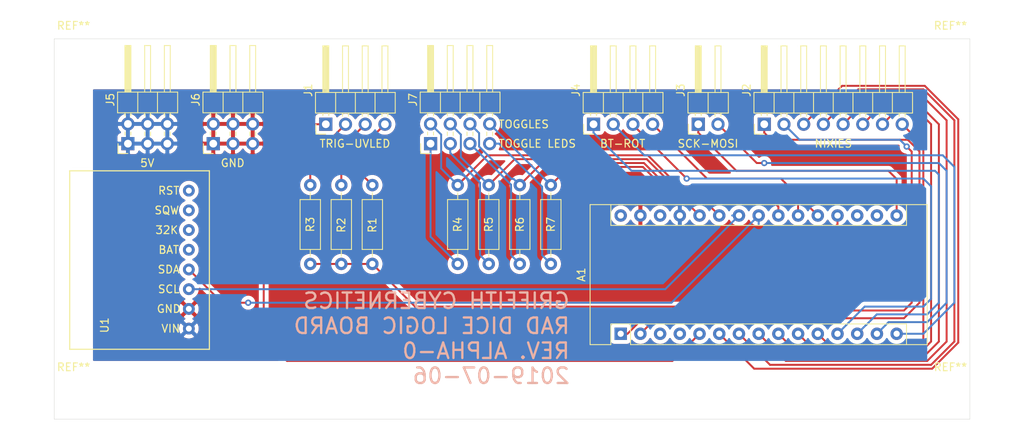
<source format=kicad_pcb>
(kicad_pcb (version 20171130) (host pcbnew "(5.1.2-1)-1")

  (general
    (thickness 1.6)
    (drawings 13)
    (tracks 182)
    (zones 0)
    (modules 20)
    (nets 32)
  )

  (page A4)
  (layers
    (0 F.Cu signal)
    (31 B.Cu signal)
    (32 B.Adhes user)
    (33 F.Adhes user)
    (34 B.Paste user)
    (35 F.Paste user)
    (36 B.SilkS user)
    (37 F.SilkS user)
    (38 B.Mask user)
    (39 F.Mask user)
    (40 Dwgs.User user)
    (41 Cmts.User user)
    (42 Eco1.User user)
    (43 Eco2.User user)
    (44 Edge.Cuts user)
    (45 Margin user)
    (46 B.CrtYd user)
    (47 F.CrtYd user)
    (48 B.Fab user)
    (49 F.Fab user)
  )

  (setup
    (last_trace_width 0.25)
    (trace_clearance 0.2)
    (zone_clearance 0.508)
    (zone_45_only no)
    (trace_min 0.2)
    (via_size 0.8)
    (via_drill 0.4)
    (via_min_size 0.4)
    (via_min_drill 0.3)
    (uvia_size 0.3)
    (uvia_drill 0.1)
    (uvias_allowed no)
    (uvia_min_size 0.2)
    (uvia_min_drill 0.1)
    (edge_width 0.05)
    (segment_width 0.2)
    (pcb_text_width 0.3)
    (pcb_text_size 1.5 1.5)
    (mod_edge_width 0.12)
    (mod_text_size 1 1)
    (mod_text_width 0.15)
    (pad_size 1.524 1.524)
    (pad_drill 0.762)
    (pad_to_mask_clearance 0.051)
    (solder_mask_min_width 0.25)
    (aux_axis_origin 0 0)
    (visible_elements FFFDF77F)
    (pcbplotparams
      (layerselection 0x010fc_ffffffff)
      (usegerberextensions false)
      (usegerberattributes false)
      (usegerberadvancedattributes false)
      (creategerberjobfile false)
      (excludeedgelayer true)
      (linewidth 0.100000)
      (plotframeref false)
      (viasonmask false)
      (mode 1)
      (useauxorigin false)
      (hpglpennumber 1)
      (hpglpenspeed 20)
      (hpglpendiameter 15.000000)
      (psnegative false)
      (psa4output false)
      (plotreference true)
      (plotvalue true)
      (plotinvisibletext false)
      (padsonsilk false)
      (subtractmaskfromsilk false)
      (outputformat 1)
      (mirror false)
      (drillshape 1)
      (scaleselection 1)
      (outputdirectory ""))
  )

  (net 0 "")
  (net 1 "Net-(A1-Pad16)")
  (net 2 "Net-(A1-Pad15)")
  (net 3 "Net-(A1-Pad14)")
  (net 4 "Net-(A1-Pad29)")
  (net 5 "Net-(A1-Pad13)")
  (net 6 "Net-(A1-Pad12)")
  (net 7 "Net-(A1-Pad27)")
  (net 8 "Net-(A1-Pad11)")
  (net 9 "Net-(A1-Pad26)")
  (net 10 "Net-(A1-Pad10)")
  (net 11 "Net-(A1-Pad25)")
  (net 12 "Net-(A1-Pad9)")
  (net 13 "Net-(A1-Pad24)")
  (net 14 "Net-(A1-Pad8)")
  (net 15 "Net-(A1-Pad23)")
  (net 16 "Net-(A1-Pad7)")
  (net 17 "Net-(A1-Pad22)")
  (net 18 "Net-(A1-Pad6)")
  (net 19 "Net-(A1-Pad21)")
  (net 20 "Net-(A1-Pad5)")
  (net 21 "Net-(A1-Pad20)")
  (net 22 "Net-(A1-Pad19)")
  (net 23 "Net-(A1-Pad2)")
  (net 24 "Net-(A1-Pad1)")
  (net 25 "Net-(J1-Pad4)")
  (net 26 "Net-(J1-Pad3)")
  (net 27 "Net-(J1-Pad2)")
  (net 28 "Net-(J7-Pad7)")
  (net 29 "Net-(J7-Pad5)")
  (net 30 "Net-(J7-Pad3)")
  (net 31 "Net-(J7-Pad1)")

  (net_class Default "This is the default net class."
    (clearance 0.2)
    (trace_width 0.25)
    (via_dia 0.8)
    (via_drill 0.4)
    (uvia_dia 0.3)
    (uvia_drill 0.1)
    (add_net "Net-(A1-Pad1)")
    (add_net "Net-(A1-Pad10)")
    (add_net "Net-(A1-Pad11)")
    (add_net "Net-(A1-Pad12)")
    (add_net "Net-(A1-Pad13)")
    (add_net "Net-(A1-Pad14)")
    (add_net "Net-(A1-Pad15)")
    (add_net "Net-(A1-Pad16)")
    (add_net "Net-(A1-Pad19)")
    (add_net "Net-(A1-Pad2)")
    (add_net "Net-(A1-Pad20)")
    (add_net "Net-(A1-Pad21)")
    (add_net "Net-(A1-Pad22)")
    (add_net "Net-(A1-Pad23)")
    (add_net "Net-(A1-Pad24)")
    (add_net "Net-(A1-Pad25)")
    (add_net "Net-(A1-Pad26)")
    (add_net "Net-(A1-Pad27)")
    (add_net "Net-(A1-Pad29)")
    (add_net "Net-(A1-Pad5)")
    (add_net "Net-(A1-Pad6)")
    (add_net "Net-(A1-Pad7)")
    (add_net "Net-(A1-Pad8)")
    (add_net "Net-(A1-Pad9)")
    (add_net "Net-(J1-Pad2)")
    (add_net "Net-(J1-Pad3)")
    (add_net "Net-(J1-Pad4)")
    (add_net "Net-(J7-Pad1)")
    (add_net "Net-(J7-Pad3)")
    (add_net "Net-(J7-Pad5)")
    (add_net "Net-(J7-Pad7)")
  )

  (module Modules:Arduino_Nano (layer F.Cu) (tedit 58ACAF70) (tstamp 5D1FE5C5)
    (at 153 109 90)
    (descr "Arduino Nano, http://www.mouser.com/pdfdocs/Gravitech_Arduino_Nano3_0.pdf")
    (tags "Arduino Nano")
    (path /5D1FAAE6)
    (fp_text reference A1 (at 7.62 -5.08 90) (layer F.SilkS)
      (effects (font (size 1 1) (thickness 0.15)))
    )
    (fp_text value Arduino_Nano_v3.x (at 8.89 19.05) (layer F.Fab)
      (effects (font (size 1 1) (thickness 0.15)))
    )
    (fp_line (start 16.75 42.16) (end -1.53 42.16) (layer F.CrtYd) (width 0.05))
    (fp_line (start 16.75 42.16) (end 16.75 -4.06) (layer F.CrtYd) (width 0.05))
    (fp_line (start -1.53 -4.06) (end -1.53 42.16) (layer F.CrtYd) (width 0.05))
    (fp_line (start -1.53 -4.06) (end 16.75 -4.06) (layer F.CrtYd) (width 0.05))
    (fp_line (start 16.51 -3.81) (end 16.51 39.37) (layer F.Fab) (width 0.1))
    (fp_line (start 0 -3.81) (end 16.51 -3.81) (layer F.Fab) (width 0.1))
    (fp_line (start -1.27 -2.54) (end 0 -3.81) (layer F.Fab) (width 0.1))
    (fp_line (start -1.27 39.37) (end -1.27 -2.54) (layer F.Fab) (width 0.1))
    (fp_line (start 16.51 39.37) (end -1.27 39.37) (layer F.Fab) (width 0.1))
    (fp_line (start 16.64 -3.94) (end -1.4 -3.94) (layer F.SilkS) (width 0.12))
    (fp_line (start 16.64 39.5) (end 16.64 -3.94) (layer F.SilkS) (width 0.12))
    (fp_line (start -1.4 39.5) (end 16.64 39.5) (layer F.SilkS) (width 0.12))
    (fp_line (start 3.81 41.91) (end 3.81 31.75) (layer F.Fab) (width 0.1))
    (fp_line (start 11.43 41.91) (end 3.81 41.91) (layer F.Fab) (width 0.1))
    (fp_line (start 11.43 31.75) (end 11.43 41.91) (layer F.Fab) (width 0.1))
    (fp_line (start 3.81 31.75) (end 11.43 31.75) (layer F.Fab) (width 0.1))
    (fp_line (start 1.27 36.83) (end -1.4 36.83) (layer F.SilkS) (width 0.12))
    (fp_line (start 1.27 1.27) (end 1.27 36.83) (layer F.SilkS) (width 0.12))
    (fp_line (start 1.27 1.27) (end -1.4 1.27) (layer F.SilkS) (width 0.12))
    (fp_line (start 13.97 36.83) (end 16.64 36.83) (layer F.SilkS) (width 0.12))
    (fp_line (start 13.97 -1.27) (end 13.97 36.83) (layer F.SilkS) (width 0.12))
    (fp_line (start 13.97 -1.27) (end 16.64 -1.27) (layer F.SilkS) (width 0.12))
    (fp_line (start -1.4 -3.94) (end -1.4 -1.27) (layer F.SilkS) (width 0.12))
    (fp_line (start -1.4 1.27) (end -1.4 39.5) (layer F.SilkS) (width 0.12))
    (fp_line (start 1.27 -1.27) (end -1.4 -1.27) (layer F.SilkS) (width 0.12))
    (fp_line (start 1.27 1.27) (end 1.27 -1.27) (layer F.SilkS) (width 0.12))
    (fp_text user %R (at 6.35 19.05) (layer F.Fab)
      (effects (font (size 1 1) (thickness 0.15)))
    )
    (pad 16 thru_hole oval (at 15.24 35.56 90) (size 1.6 1.6) (drill 0.8) (layers *.Cu *.Mask)
      (net 1 "Net-(A1-Pad16)"))
    (pad 15 thru_hole oval (at 0 35.56 90) (size 1.6 1.6) (drill 0.8) (layers *.Cu *.Mask)
      (net 2 "Net-(A1-Pad15)"))
    (pad 30 thru_hole oval (at 15.24 0 90) (size 1.6 1.6) (drill 0.8) (layers *.Cu *.Mask))
    (pad 14 thru_hole oval (at 0 33.02 90) (size 1.6 1.6) (drill 0.8) (layers *.Cu *.Mask)
      (net 3 "Net-(A1-Pad14)"))
    (pad 29 thru_hole oval (at 15.24 2.54 90) (size 1.6 1.6) (drill 0.8) (layers *.Cu *.Mask)
      (net 4 "Net-(A1-Pad29)"))
    (pad 13 thru_hole oval (at 0 30.48 90) (size 1.6 1.6) (drill 0.8) (layers *.Cu *.Mask)
      (net 5 "Net-(A1-Pad13)"))
    (pad 28 thru_hole oval (at 15.24 5.08 90) (size 1.6 1.6) (drill 0.8) (layers *.Cu *.Mask))
    (pad 12 thru_hole oval (at 0 27.94 90) (size 1.6 1.6) (drill 0.8) (layers *.Cu *.Mask)
      (net 6 "Net-(A1-Pad12)"))
    (pad 27 thru_hole oval (at 15.24 7.62 90) (size 1.6 1.6) (drill 0.8) (layers *.Cu *.Mask)
      (net 7 "Net-(A1-Pad27)"))
    (pad 11 thru_hole oval (at 0 25.4 90) (size 1.6 1.6) (drill 0.8) (layers *.Cu *.Mask)
      (net 8 "Net-(A1-Pad11)"))
    (pad 26 thru_hole oval (at 15.24 10.16 90) (size 1.6 1.6) (drill 0.8) (layers *.Cu *.Mask)
      (net 9 "Net-(A1-Pad26)"))
    (pad 10 thru_hole oval (at 0 22.86 90) (size 1.6 1.6) (drill 0.8) (layers *.Cu *.Mask)
      (net 10 "Net-(A1-Pad10)"))
    (pad 25 thru_hole oval (at 15.24 12.7 90) (size 1.6 1.6) (drill 0.8) (layers *.Cu *.Mask)
      (net 11 "Net-(A1-Pad25)"))
    (pad 9 thru_hole oval (at 0 20.32 90) (size 1.6 1.6) (drill 0.8) (layers *.Cu *.Mask)
      (net 12 "Net-(A1-Pad9)"))
    (pad 24 thru_hole oval (at 15.24 15.24 90) (size 1.6 1.6) (drill 0.8) (layers *.Cu *.Mask)
      (net 13 "Net-(A1-Pad24)"))
    (pad 8 thru_hole oval (at 0 17.78 90) (size 1.6 1.6) (drill 0.8) (layers *.Cu *.Mask)
      (net 14 "Net-(A1-Pad8)"))
    (pad 23 thru_hole oval (at 15.24 17.78 90) (size 1.6 1.6) (drill 0.8) (layers *.Cu *.Mask)
      (net 15 "Net-(A1-Pad23)"))
    (pad 7 thru_hole oval (at 0 15.24 90) (size 1.6 1.6) (drill 0.8) (layers *.Cu *.Mask)
      (net 16 "Net-(A1-Pad7)"))
    (pad 22 thru_hole oval (at 15.24 20.32 90) (size 1.6 1.6) (drill 0.8) (layers *.Cu *.Mask)
      (net 17 "Net-(A1-Pad22)"))
    (pad 6 thru_hole oval (at 0 12.7 90) (size 1.6 1.6) (drill 0.8) (layers *.Cu *.Mask)
      (net 18 "Net-(A1-Pad6)"))
    (pad 21 thru_hole oval (at 15.24 22.86 90) (size 1.6 1.6) (drill 0.8) (layers *.Cu *.Mask)
      (net 19 "Net-(A1-Pad21)"))
    (pad 5 thru_hole oval (at 0 10.16 90) (size 1.6 1.6) (drill 0.8) (layers *.Cu *.Mask)
      (net 20 "Net-(A1-Pad5)"))
    (pad 20 thru_hole oval (at 15.24 25.4 90) (size 1.6 1.6) (drill 0.8) (layers *.Cu *.Mask)
      (net 21 "Net-(A1-Pad20)"))
    (pad 4 thru_hole oval (at 0 7.62 90) (size 1.6 1.6) (drill 0.8) (layers *.Cu *.Mask))
    (pad 19 thru_hole oval (at 15.24 27.94 90) (size 1.6 1.6) (drill 0.8) (layers *.Cu *.Mask)
      (net 22 "Net-(A1-Pad19)"))
    (pad 3 thru_hole oval (at 0 5.08 90) (size 1.6 1.6) (drill 0.8) (layers *.Cu *.Mask))
    (pad 18 thru_hole oval (at 15.24 30.48 90) (size 1.6 1.6) (drill 0.8) (layers *.Cu *.Mask))
    (pad 2 thru_hole oval (at 0 2.54 90) (size 1.6 1.6) (drill 0.8) (layers *.Cu *.Mask)
      (net 23 "Net-(A1-Pad2)"))
    (pad 17 thru_hole oval (at 15.24 33.02 90) (size 1.6 1.6) (drill 0.8) (layers *.Cu *.Mask))
    (pad 1 thru_hole rect (at 0 0 90) (size 1.6 1.6) (drill 0.8) (layers *.Cu *.Mask)
      (net 24 "Net-(A1-Pad1)"))
  )

  (module Mounting_Holes:MountingHole_3.2mm_M3 (layer F.Cu) (tedit 56D1B4CB) (tstamp 5D1FE1EE)
    (at 82.5 73.5)
    (descr "Mounting Hole 3.2mm, no annular, M3")
    (tags "mounting hole 3.2mm no annular m3")
    (attr virtual)
    (fp_text reference REF** (at 0 -4.2) (layer F.SilkS)
      (effects (font (size 1 1) (thickness 0.15)))
    )
    (fp_text value MountingHole_3.2mm_M3 (at 0 4.2) (layer F.Fab)
      (effects (font (size 1 1) (thickness 0.15)))
    )
    (fp_text user %R (at 0.3 0) (layer F.Fab)
      (effects (font (size 1 1) (thickness 0.15)))
    )
    (fp_circle (center 0 0) (end 3.2 0) (layer Cmts.User) (width 0.15))
    (fp_circle (center 0 0) (end 3.45 0) (layer F.CrtYd) (width 0.05))
    (pad 1 np_thru_hole circle (at 0 0) (size 3.2 3.2) (drill 3.2) (layers *.Cu *.Mask))
  )

  (module Mounting_Holes:MountingHole_3.2mm_M3 (layer F.Cu) (tedit 56D1B4CB) (tstamp 5D1FE1D5)
    (at 82.5 117.5)
    (descr "Mounting Hole 3.2mm, no annular, M3")
    (tags "mounting hole 3.2mm no annular m3")
    (attr virtual)
    (fp_text reference REF** (at 0 -4.2) (layer F.SilkS)
      (effects (font (size 1 1) (thickness 0.15)))
    )
    (fp_text value MountingHole_3.2mm_M3 (at 0 4.2) (layer F.Fab)
      (effects (font (size 1 1) (thickness 0.15)))
    )
    (fp_text user %R (at 0.3 0) (layer F.Fab)
      (effects (font (size 1 1) (thickness 0.15)))
    )
    (fp_circle (center 0 0) (end 3.2 0) (layer Cmts.User) (width 0.15))
    (fp_circle (center 0 0) (end 3.45 0) (layer F.CrtYd) (width 0.05))
    (pad 1 np_thru_hole circle (at 0 0) (size 3.2 3.2) (drill 3.2) (layers *.Cu *.Mask))
  )

  (module Mounting_Holes:MountingHole_3.2mm_M3 (layer F.Cu) (tedit 56D1B4CB) (tstamp 5D1FE1C3)
    (at 195.5 73.5)
    (descr "Mounting Hole 3.2mm, no annular, M3")
    (tags "mounting hole 3.2mm no annular m3")
    (attr virtual)
    (fp_text reference REF** (at 0 -4.2) (layer F.SilkS)
      (effects (font (size 1 1) (thickness 0.15)))
    )
    (fp_text value MountingHole_3.2mm_M3 (at 0 4.2) (layer F.Fab)
      (effects (font (size 1 1) (thickness 0.15)))
    )
    (fp_text user %R (at 0.3 0) (layer F.Fab)
      (effects (font (size 1 1) (thickness 0.15)))
    )
    (fp_circle (center 0 0) (end 3.2 0) (layer Cmts.User) (width 0.15))
    (fp_circle (center 0 0) (end 3.45 0) (layer F.CrtYd) (width 0.05))
    (pad 1 np_thru_hole circle (at 0 0) (size 3.2 3.2) (drill 3.2) (layers *.Cu *.Mask))
  )

  (module Mounting_Holes:MountingHole_3.2mm_M3 (layer F.Cu) (tedit 56D1B4CB) (tstamp 5D1FE1A0)
    (at 195.5 117.5)
    (descr "Mounting Hole 3.2mm, no annular, M3")
    (tags "mounting hole 3.2mm no annular m3")
    (attr virtual)
    (fp_text reference REF** (at 0 -4.2) (layer F.SilkS)
      (effects (font (size 1 1) (thickness 0.15)))
    )
    (fp_text value MountingHole_3.2mm_M3 (at 0 4.2) (layer F.Fab)
      (effects (font (size 1 1) (thickness 0.15)))
    )
    (fp_text user %R (at 0.3 0) (layer F.Fab)
      (effects (font (size 1 1) (thickness 0.15)))
    )
    (fp_circle (center 0 0) (end 3.2 0) (layer Cmts.User) (width 0.15))
    (fp_circle (center 0 0) (end 3.45 0) (layer F.CrtYd) (width 0.05))
    (pad 1 np_thru_hole circle (at 0 0) (size 3.2 3.2) (drill 3.2) (layers *.Cu *.Mask))
  )

  (module Pin_Headers:Pin_Header_Angled_1x04_Pitch2.54mm (layer F.Cu) (tedit 59650532) (tstamp 5D1FEAAD)
    (at 115 82 90)
    (descr "Through hole angled pin header, 1x04, 2.54mm pitch, 6mm pin length, single row")
    (tags "Through hole angled pin header THT 1x04 2.54mm single row")
    (path /5D201FF1)
    (fp_text reference J1 (at 4.385 -2.27 90) (layer F.SilkS)
      (effects (font (size 1 1) (thickness 0.15)))
    )
    (fp_text value SAMPLE-GEIGER-CONNECTOR (at 4.385 9.89 90) (layer F.Fab)
      (effects (font (size 1 1) (thickness 0.15)))
    )
    (fp_text user %R (at 2.77 3.81) (layer F.Fab)
      (effects (font (size 1 1) (thickness 0.15)))
    )
    (fp_line (start 10.55 -1.8) (end -1.8 -1.8) (layer F.CrtYd) (width 0.05))
    (fp_line (start 10.55 9.4) (end 10.55 -1.8) (layer F.CrtYd) (width 0.05))
    (fp_line (start -1.8 9.4) (end 10.55 9.4) (layer F.CrtYd) (width 0.05))
    (fp_line (start -1.8 -1.8) (end -1.8 9.4) (layer F.CrtYd) (width 0.05))
    (fp_line (start -1.27 -1.27) (end 0 -1.27) (layer F.SilkS) (width 0.12))
    (fp_line (start -1.27 0) (end -1.27 -1.27) (layer F.SilkS) (width 0.12))
    (fp_line (start 1.042929 8) (end 1.44 8) (layer F.SilkS) (width 0.12))
    (fp_line (start 1.042929 7.24) (end 1.44 7.24) (layer F.SilkS) (width 0.12))
    (fp_line (start 10.1 8) (end 4.1 8) (layer F.SilkS) (width 0.12))
    (fp_line (start 10.1 7.24) (end 10.1 8) (layer F.SilkS) (width 0.12))
    (fp_line (start 4.1 7.24) (end 10.1 7.24) (layer F.SilkS) (width 0.12))
    (fp_line (start 1.44 6.35) (end 4.1 6.35) (layer F.SilkS) (width 0.12))
    (fp_line (start 1.042929 5.46) (end 1.44 5.46) (layer F.SilkS) (width 0.12))
    (fp_line (start 1.042929 4.7) (end 1.44 4.7) (layer F.SilkS) (width 0.12))
    (fp_line (start 10.1 5.46) (end 4.1 5.46) (layer F.SilkS) (width 0.12))
    (fp_line (start 10.1 4.7) (end 10.1 5.46) (layer F.SilkS) (width 0.12))
    (fp_line (start 4.1 4.7) (end 10.1 4.7) (layer F.SilkS) (width 0.12))
    (fp_line (start 1.44 3.81) (end 4.1 3.81) (layer F.SilkS) (width 0.12))
    (fp_line (start 1.042929 2.92) (end 1.44 2.92) (layer F.SilkS) (width 0.12))
    (fp_line (start 1.042929 2.16) (end 1.44 2.16) (layer F.SilkS) (width 0.12))
    (fp_line (start 10.1 2.92) (end 4.1 2.92) (layer F.SilkS) (width 0.12))
    (fp_line (start 10.1 2.16) (end 10.1 2.92) (layer F.SilkS) (width 0.12))
    (fp_line (start 4.1 2.16) (end 10.1 2.16) (layer F.SilkS) (width 0.12))
    (fp_line (start 1.44 1.27) (end 4.1 1.27) (layer F.SilkS) (width 0.12))
    (fp_line (start 1.11 0.38) (end 1.44 0.38) (layer F.SilkS) (width 0.12))
    (fp_line (start 1.11 -0.38) (end 1.44 -0.38) (layer F.SilkS) (width 0.12))
    (fp_line (start 4.1 0.28) (end 10.1 0.28) (layer F.SilkS) (width 0.12))
    (fp_line (start 4.1 0.16) (end 10.1 0.16) (layer F.SilkS) (width 0.12))
    (fp_line (start 4.1 0.04) (end 10.1 0.04) (layer F.SilkS) (width 0.12))
    (fp_line (start 4.1 -0.08) (end 10.1 -0.08) (layer F.SilkS) (width 0.12))
    (fp_line (start 4.1 -0.2) (end 10.1 -0.2) (layer F.SilkS) (width 0.12))
    (fp_line (start 4.1 -0.32) (end 10.1 -0.32) (layer F.SilkS) (width 0.12))
    (fp_line (start 10.1 0.38) (end 4.1 0.38) (layer F.SilkS) (width 0.12))
    (fp_line (start 10.1 -0.38) (end 10.1 0.38) (layer F.SilkS) (width 0.12))
    (fp_line (start 4.1 -0.38) (end 10.1 -0.38) (layer F.SilkS) (width 0.12))
    (fp_line (start 4.1 -1.33) (end 1.44 -1.33) (layer F.SilkS) (width 0.12))
    (fp_line (start 4.1 8.95) (end 4.1 -1.33) (layer F.SilkS) (width 0.12))
    (fp_line (start 1.44 8.95) (end 4.1 8.95) (layer F.SilkS) (width 0.12))
    (fp_line (start 1.44 -1.33) (end 1.44 8.95) (layer F.SilkS) (width 0.12))
    (fp_line (start 4.04 7.94) (end 10.04 7.94) (layer F.Fab) (width 0.1))
    (fp_line (start 10.04 7.3) (end 10.04 7.94) (layer F.Fab) (width 0.1))
    (fp_line (start 4.04 7.3) (end 10.04 7.3) (layer F.Fab) (width 0.1))
    (fp_line (start -0.32 7.94) (end 1.5 7.94) (layer F.Fab) (width 0.1))
    (fp_line (start -0.32 7.3) (end -0.32 7.94) (layer F.Fab) (width 0.1))
    (fp_line (start -0.32 7.3) (end 1.5 7.3) (layer F.Fab) (width 0.1))
    (fp_line (start 4.04 5.4) (end 10.04 5.4) (layer F.Fab) (width 0.1))
    (fp_line (start 10.04 4.76) (end 10.04 5.4) (layer F.Fab) (width 0.1))
    (fp_line (start 4.04 4.76) (end 10.04 4.76) (layer F.Fab) (width 0.1))
    (fp_line (start -0.32 5.4) (end 1.5 5.4) (layer F.Fab) (width 0.1))
    (fp_line (start -0.32 4.76) (end -0.32 5.4) (layer F.Fab) (width 0.1))
    (fp_line (start -0.32 4.76) (end 1.5 4.76) (layer F.Fab) (width 0.1))
    (fp_line (start 4.04 2.86) (end 10.04 2.86) (layer F.Fab) (width 0.1))
    (fp_line (start 10.04 2.22) (end 10.04 2.86) (layer F.Fab) (width 0.1))
    (fp_line (start 4.04 2.22) (end 10.04 2.22) (layer F.Fab) (width 0.1))
    (fp_line (start -0.32 2.86) (end 1.5 2.86) (layer F.Fab) (width 0.1))
    (fp_line (start -0.32 2.22) (end -0.32 2.86) (layer F.Fab) (width 0.1))
    (fp_line (start -0.32 2.22) (end 1.5 2.22) (layer F.Fab) (width 0.1))
    (fp_line (start 4.04 0.32) (end 10.04 0.32) (layer F.Fab) (width 0.1))
    (fp_line (start 10.04 -0.32) (end 10.04 0.32) (layer F.Fab) (width 0.1))
    (fp_line (start 4.04 -0.32) (end 10.04 -0.32) (layer F.Fab) (width 0.1))
    (fp_line (start -0.32 0.32) (end 1.5 0.32) (layer F.Fab) (width 0.1))
    (fp_line (start -0.32 -0.32) (end -0.32 0.32) (layer F.Fab) (width 0.1))
    (fp_line (start -0.32 -0.32) (end 1.5 -0.32) (layer F.Fab) (width 0.1))
    (fp_line (start 1.5 -0.635) (end 2.135 -1.27) (layer F.Fab) (width 0.1))
    (fp_line (start 1.5 8.89) (end 1.5 -0.635) (layer F.Fab) (width 0.1))
    (fp_line (start 4.04 8.89) (end 1.5 8.89) (layer F.Fab) (width 0.1))
    (fp_line (start 4.04 -1.27) (end 4.04 8.89) (layer F.Fab) (width 0.1))
    (fp_line (start 2.135 -1.27) (end 4.04 -1.27) (layer F.Fab) (width 0.1))
    (pad 4 thru_hole oval (at 0 7.62 90) (size 1.7 1.7) (drill 1) (layers *.Cu *.Mask)
      (net 25 "Net-(J1-Pad4)"))
    (pad 3 thru_hole oval (at 0 5.08 90) (size 1.7 1.7) (drill 1) (layers *.Cu *.Mask)
      (net 26 "Net-(J1-Pad3)"))
    (pad 2 thru_hole oval (at 0 2.54 90) (size 1.7 1.7) (drill 1) (layers *.Cu *.Mask)
      (net 27 "Net-(J1-Pad2)"))
    (pad 1 thru_hole rect (at 0 0 90) (size 1.7 1.7) (drill 1) (layers *.Cu *.Mask)
      (net 20 "Net-(A1-Pad5)"))
    (model ${KISYS3DMOD}/Pin_Headers.3dshapes/Pin_Header_Angled_1x04_Pitch2.54mm.wrl
      (at (xyz 0 0 0))
      (scale (xyz 1 1 1))
      (rotate (xyz 0 0 0))
    )
  )

  (module Pin_Headers:Pin_Header_Angled_1x08_Pitch2.54mm (layer F.Cu) (tedit 59650532) (tstamp 5D1FE961)
    (at 171.5 82 90)
    (descr "Through hole angled pin header, 1x08, 2.54mm pitch, 6mm pin length, single row")
    (tags "Through hole angled pin header THT 1x08 2.54mm single row")
    (path /5D1FE8B8)
    (fp_text reference J2 (at 4.385 -2.27 90) (layer F.SilkS)
      (effects (font (size 1 1) (thickness 0.15)))
    )
    (fp_text value NIXIE-CONNECTOR-CS (at 4.385 20.05 90) (layer F.Fab)
      (effects (font (size 1 1) (thickness 0.15)))
    )
    (fp_text user %R (at 2.77 8.89) (layer F.Fab)
      (effects (font (size 1 1) (thickness 0.15)))
    )
    (fp_line (start 10.55 -1.8) (end -1.8 -1.8) (layer F.CrtYd) (width 0.05))
    (fp_line (start 10.55 19.55) (end 10.55 -1.8) (layer F.CrtYd) (width 0.05))
    (fp_line (start -1.8 19.55) (end 10.55 19.55) (layer F.CrtYd) (width 0.05))
    (fp_line (start -1.8 -1.8) (end -1.8 19.55) (layer F.CrtYd) (width 0.05))
    (fp_line (start -1.27 -1.27) (end 0 -1.27) (layer F.SilkS) (width 0.12))
    (fp_line (start -1.27 0) (end -1.27 -1.27) (layer F.SilkS) (width 0.12))
    (fp_line (start 1.042929 18.16) (end 1.44 18.16) (layer F.SilkS) (width 0.12))
    (fp_line (start 1.042929 17.4) (end 1.44 17.4) (layer F.SilkS) (width 0.12))
    (fp_line (start 10.1 18.16) (end 4.1 18.16) (layer F.SilkS) (width 0.12))
    (fp_line (start 10.1 17.4) (end 10.1 18.16) (layer F.SilkS) (width 0.12))
    (fp_line (start 4.1 17.4) (end 10.1 17.4) (layer F.SilkS) (width 0.12))
    (fp_line (start 1.44 16.51) (end 4.1 16.51) (layer F.SilkS) (width 0.12))
    (fp_line (start 1.042929 15.62) (end 1.44 15.62) (layer F.SilkS) (width 0.12))
    (fp_line (start 1.042929 14.86) (end 1.44 14.86) (layer F.SilkS) (width 0.12))
    (fp_line (start 10.1 15.62) (end 4.1 15.62) (layer F.SilkS) (width 0.12))
    (fp_line (start 10.1 14.86) (end 10.1 15.62) (layer F.SilkS) (width 0.12))
    (fp_line (start 4.1 14.86) (end 10.1 14.86) (layer F.SilkS) (width 0.12))
    (fp_line (start 1.44 13.97) (end 4.1 13.97) (layer F.SilkS) (width 0.12))
    (fp_line (start 1.042929 13.08) (end 1.44 13.08) (layer F.SilkS) (width 0.12))
    (fp_line (start 1.042929 12.32) (end 1.44 12.32) (layer F.SilkS) (width 0.12))
    (fp_line (start 10.1 13.08) (end 4.1 13.08) (layer F.SilkS) (width 0.12))
    (fp_line (start 10.1 12.32) (end 10.1 13.08) (layer F.SilkS) (width 0.12))
    (fp_line (start 4.1 12.32) (end 10.1 12.32) (layer F.SilkS) (width 0.12))
    (fp_line (start 1.44 11.43) (end 4.1 11.43) (layer F.SilkS) (width 0.12))
    (fp_line (start 1.042929 10.54) (end 1.44 10.54) (layer F.SilkS) (width 0.12))
    (fp_line (start 1.042929 9.78) (end 1.44 9.78) (layer F.SilkS) (width 0.12))
    (fp_line (start 10.1 10.54) (end 4.1 10.54) (layer F.SilkS) (width 0.12))
    (fp_line (start 10.1 9.78) (end 10.1 10.54) (layer F.SilkS) (width 0.12))
    (fp_line (start 4.1 9.78) (end 10.1 9.78) (layer F.SilkS) (width 0.12))
    (fp_line (start 1.44 8.89) (end 4.1 8.89) (layer F.SilkS) (width 0.12))
    (fp_line (start 1.042929 8) (end 1.44 8) (layer F.SilkS) (width 0.12))
    (fp_line (start 1.042929 7.24) (end 1.44 7.24) (layer F.SilkS) (width 0.12))
    (fp_line (start 10.1 8) (end 4.1 8) (layer F.SilkS) (width 0.12))
    (fp_line (start 10.1 7.24) (end 10.1 8) (layer F.SilkS) (width 0.12))
    (fp_line (start 4.1 7.24) (end 10.1 7.24) (layer F.SilkS) (width 0.12))
    (fp_line (start 1.44 6.35) (end 4.1 6.35) (layer F.SilkS) (width 0.12))
    (fp_line (start 1.042929 5.46) (end 1.44 5.46) (layer F.SilkS) (width 0.12))
    (fp_line (start 1.042929 4.7) (end 1.44 4.7) (layer F.SilkS) (width 0.12))
    (fp_line (start 10.1 5.46) (end 4.1 5.46) (layer F.SilkS) (width 0.12))
    (fp_line (start 10.1 4.7) (end 10.1 5.46) (layer F.SilkS) (width 0.12))
    (fp_line (start 4.1 4.7) (end 10.1 4.7) (layer F.SilkS) (width 0.12))
    (fp_line (start 1.44 3.81) (end 4.1 3.81) (layer F.SilkS) (width 0.12))
    (fp_line (start 1.042929 2.92) (end 1.44 2.92) (layer F.SilkS) (width 0.12))
    (fp_line (start 1.042929 2.16) (end 1.44 2.16) (layer F.SilkS) (width 0.12))
    (fp_line (start 10.1 2.92) (end 4.1 2.92) (layer F.SilkS) (width 0.12))
    (fp_line (start 10.1 2.16) (end 10.1 2.92) (layer F.SilkS) (width 0.12))
    (fp_line (start 4.1 2.16) (end 10.1 2.16) (layer F.SilkS) (width 0.12))
    (fp_line (start 1.44 1.27) (end 4.1 1.27) (layer F.SilkS) (width 0.12))
    (fp_line (start 1.11 0.38) (end 1.44 0.38) (layer F.SilkS) (width 0.12))
    (fp_line (start 1.11 -0.38) (end 1.44 -0.38) (layer F.SilkS) (width 0.12))
    (fp_line (start 4.1 0.28) (end 10.1 0.28) (layer F.SilkS) (width 0.12))
    (fp_line (start 4.1 0.16) (end 10.1 0.16) (layer F.SilkS) (width 0.12))
    (fp_line (start 4.1 0.04) (end 10.1 0.04) (layer F.SilkS) (width 0.12))
    (fp_line (start 4.1 -0.08) (end 10.1 -0.08) (layer F.SilkS) (width 0.12))
    (fp_line (start 4.1 -0.2) (end 10.1 -0.2) (layer F.SilkS) (width 0.12))
    (fp_line (start 4.1 -0.32) (end 10.1 -0.32) (layer F.SilkS) (width 0.12))
    (fp_line (start 10.1 0.38) (end 4.1 0.38) (layer F.SilkS) (width 0.12))
    (fp_line (start 10.1 -0.38) (end 10.1 0.38) (layer F.SilkS) (width 0.12))
    (fp_line (start 4.1 -0.38) (end 10.1 -0.38) (layer F.SilkS) (width 0.12))
    (fp_line (start 4.1 -1.33) (end 1.44 -1.33) (layer F.SilkS) (width 0.12))
    (fp_line (start 4.1 19.11) (end 4.1 -1.33) (layer F.SilkS) (width 0.12))
    (fp_line (start 1.44 19.11) (end 4.1 19.11) (layer F.SilkS) (width 0.12))
    (fp_line (start 1.44 -1.33) (end 1.44 19.11) (layer F.SilkS) (width 0.12))
    (fp_line (start 4.04 18.1) (end 10.04 18.1) (layer F.Fab) (width 0.1))
    (fp_line (start 10.04 17.46) (end 10.04 18.1) (layer F.Fab) (width 0.1))
    (fp_line (start 4.04 17.46) (end 10.04 17.46) (layer F.Fab) (width 0.1))
    (fp_line (start -0.32 18.1) (end 1.5 18.1) (layer F.Fab) (width 0.1))
    (fp_line (start -0.32 17.46) (end -0.32 18.1) (layer F.Fab) (width 0.1))
    (fp_line (start -0.32 17.46) (end 1.5 17.46) (layer F.Fab) (width 0.1))
    (fp_line (start 4.04 15.56) (end 10.04 15.56) (layer F.Fab) (width 0.1))
    (fp_line (start 10.04 14.92) (end 10.04 15.56) (layer F.Fab) (width 0.1))
    (fp_line (start 4.04 14.92) (end 10.04 14.92) (layer F.Fab) (width 0.1))
    (fp_line (start -0.32 15.56) (end 1.5 15.56) (layer F.Fab) (width 0.1))
    (fp_line (start -0.32 14.92) (end -0.32 15.56) (layer F.Fab) (width 0.1))
    (fp_line (start -0.32 14.92) (end 1.5 14.92) (layer F.Fab) (width 0.1))
    (fp_line (start 4.04 13.02) (end 10.04 13.02) (layer F.Fab) (width 0.1))
    (fp_line (start 10.04 12.38) (end 10.04 13.02) (layer F.Fab) (width 0.1))
    (fp_line (start 4.04 12.38) (end 10.04 12.38) (layer F.Fab) (width 0.1))
    (fp_line (start -0.32 13.02) (end 1.5 13.02) (layer F.Fab) (width 0.1))
    (fp_line (start -0.32 12.38) (end -0.32 13.02) (layer F.Fab) (width 0.1))
    (fp_line (start -0.32 12.38) (end 1.5 12.38) (layer F.Fab) (width 0.1))
    (fp_line (start 4.04 10.48) (end 10.04 10.48) (layer F.Fab) (width 0.1))
    (fp_line (start 10.04 9.84) (end 10.04 10.48) (layer F.Fab) (width 0.1))
    (fp_line (start 4.04 9.84) (end 10.04 9.84) (layer F.Fab) (width 0.1))
    (fp_line (start -0.32 10.48) (end 1.5 10.48) (layer F.Fab) (width 0.1))
    (fp_line (start -0.32 9.84) (end -0.32 10.48) (layer F.Fab) (width 0.1))
    (fp_line (start -0.32 9.84) (end 1.5 9.84) (layer F.Fab) (width 0.1))
    (fp_line (start 4.04 7.94) (end 10.04 7.94) (layer F.Fab) (width 0.1))
    (fp_line (start 10.04 7.3) (end 10.04 7.94) (layer F.Fab) (width 0.1))
    (fp_line (start 4.04 7.3) (end 10.04 7.3) (layer F.Fab) (width 0.1))
    (fp_line (start -0.32 7.94) (end 1.5 7.94) (layer F.Fab) (width 0.1))
    (fp_line (start -0.32 7.3) (end -0.32 7.94) (layer F.Fab) (width 0.1))
    (fp_line (start -0.32 7.3) (end 1.5 7.3) (layer F.Fab) (width 0.1))
    (fp_line (start 4.04 5.4) (end 10.04 5.4) (layer F.Fab) (width 0.1))
    (fp_line (start 10.04 4.76) (end 10.04 5.4) (layer F.Fab) (width 0.1))
    (fp_line (start 4.04 4.76) (end 10.04 4.76) (layer F.Fab) (width 0.1))
    (fp_line (start -0.32 5.4) (end 1.5 5.4) (layer F.Fab) (width 0.1))
    (fp_line (start -0.32 4.76) (end -0.32 5.4) (layer F.Fab) (width 0.1))
    (fp_line (start -0.32 4.76) (end 1.5 4.76) (layer F.Fab) (width 0.1))
    (fp_line (start 4.04 2.86) (end 10.04 2.86) (layer F.Fab) (width 0.1))
    (fp_line (start 10.04 2.22) (end 10.04 2.86) (layer F.Fab) (width 0.1))
    (fp_line (start 4.04 2.22) (end 10.04 2.22) (layer F.Fab) (width 0.1))
    (fp_line (start -0.32 2.86) (end 1.5 2.86) (layer F.Fab) (width 0.1))
    (fp_line (start -0.32 2.22) (end -0.32 2.86) (layer F.Fab) (width 0.1))
    (fp_line (start -0.32 2.22) (end 1.5 2.22) (layer F.Fab) (width 0.1))
    (fp_line (start 4.04 0.32) (end 10.04 0.32) (layer F.Fab) (width 0.1))
    (fp_line (start 10.04 -0.32) (end 10.04 0.32) (layer F.Fab) (width 0.1))
    (fp_line (start 4.04 -0.32) (end 10.04 -0.32) (layer F.Fab) (width 0.1))
    (fp_line (start -0.32 0.32) (end 1.5 0.32) (layer F.Fab) (width 0.1))
    (fp_line (start -0.32 -0.32) (end -0.32 0.32) (layer F.Fab) (width 0.1))
    (fp_line (start -0.32 -0.32) (end 1.5 -0.32) (layer F.Fab) (width 0.1))
    (fp_line (start 1.5 -0.635) (end 2.135 -1.27) (layer F.Fab) (width 0.1))
    (fp_line (start 1.5 19.05) (end 1.5 -0.635) (layer F.Fab) (width 0.1))
    (fp_line (start 4.04 19.05) (end 1.5 19.05) (layer F.Fab) (width 0.1))
    (fp_line (start 4.04 -1.27) (end 4.04 19.05) (layer F.Fab) (width 0.1))
    (fp_line (start 2.135 -1.27) (end 4.04 -1.27) (layer F.Fab) (width 0.1))
    (pad 8 thru_hole oval (at 0 17.78 90) (size 1.7 1.7) (drill 1) (layers *.Cu *.Mask)
      (net 8 "Net-(A1-Pad11)"))
    (pad 7 thru_hole oval (at 0 15.24 90) (size 1.7 1.7) (drill 1) (layers *.Cu *.Mask)
      (net 10 "Net-(A1-Pad10)"))
    (pad 6 thru_hole oval (at 0 12.7 90) (size 1.7 1.7) (drill 1) (layers *.Cu *.Mask)
      (net 12 "Net-(A1-Pad9)"))
    (pad 5 thru_hole oval (at 0 10.16 90) (size 1.7 1.7) (drill 1) (layers *.Cu *.Mask)
      (net 14 "Net-(A1-Pad8)"))
    (pad 4 thru_hole oval (at 0 7.62 90) (size 1.7 1.7) (drill 1) (layers *.Cu *.Mask)
      (net 16 "Net-(A1-Pad7)"))
    (pad 3 thru_hole oval (at 0 5.08 90) (size 1.7 1.7) (drill 1) (layers *.Cu *.Mask)
      (net 18 "Net-(A1-Pad6)"))
    (pad 2 thru_hole oval (at 0 2.54 90) (size 1.7 1.7) (drill 1) (layers *.Cu *.Mask)
      (net 24 "Net-(A1-Pad1)"))
    (pad 1 thru_hole rect (at 0 0 90) (size 1.7 1.7) (drill 1) (layers *.Cu *.Mask)
      (net 23 "Net-(A1-Pad2)"))
    (model ${KISYS3DMOD}/Pin_Headers.3dshapes/Pin_Header_Angled_1x08_Pitch2.54mm.wrl
      (at (xyz 0 0 0))
      (scale (xyz 1 1 1))
      (rotate (xyz 0 0 0))
    )
  )

  (module Pin_Headers:Pin_Header_Angled_1x02_Pitch2.54mm (layer F.Cu) (tedit 59650532) (tstamp 5D1FED63)
    (at 163 82 90)
    (descr "Through hole angled pin header, 1x02, 2.54mm pitch, 6mm pin length, single row")
    (tags "Through hole angled pin header THT 1x02 2.54mm single row")
    (path /5D202CFF)
    (fp_text reference J3 (at 4.385 -2.27 90) (layer F.SilkS)
      (effects (font (size 1 1) (thickness 0.15)))
    )
    (fp_text value NIXIE-CONNECTOR-SCK-MOSI (at 4.385 4.81 90) (layer F.Fab)
      (effects (font (size 1 1) (thickness 0.15)))
    )
    (fp_text user %R (at 2.77 1.27) (layer F.Fab)
      (effects (font (size 1 1) (thickness 0.15)))
    )
    (fp_line (start 10.55 -1.8) (end -1.8 -1.8) (layer F.CrtYd) (width 0.05))
    (fp_line (start 10.55 4.35) (end 10.55 -1.8) (layer F.CrtYd) (width 0.05))
    (fp_line (start -1.8 4.35) (end 10.55 4.35) (layer F.CrtYd) (width 0.05))
    (fp_line (start -1.8 -1.8) (end -1.8 4.35) (layer F.CrtYd) (width 0.05))
    (fp_line (start -1.27 -1.27) (end 0 -1.27) (layer F.SilkS) (width 0.12))
    (fp_line (start -1.27 0) (end -1.27 -1.27) (layer F.SilkS) (width 0.12))
    (fp_line (start 1.042929 2.92) (end 1.44 2.92) (layer F.SilkS) (width 0.12))
    (fp_line (start 1.042929 2.16) (end 1.44 2.16) (layer F.SilkS) (width 0.12))
    (fp_line (start 10.1 2.92) (end 4.1 2.92) (layer F.SilkS) (width 0.12))
    (fp_line (start 10.1 2.16) (end 10.1 2.92) (layer F.SilkS) (width 0.12))
    (fp_line (start 4.1 2.16) (end 10.1 2.16) (layer F.SilkS) (width 0.12))
    (fp_line (start 1.44 1.27) (end 4.1 1.27) (layer F.SilkS) (width 0.12))
    (fp_line (start 1.11 0.38) (end 1.44 0.38) (layer F.SilkS) (width 0.12))
    (fp_line (start 1.11 -0.38) (end 1.44 -0.38) (layer F.SilkS) (width 0.12))
    (fp_line (start 4.1 0.28) (end 10.1 0.28) (layer F.SilkS) (width 0.12))
    (fp_line (start 4.1 0.16) (end 10.1 0.16) (layer F.SilkS) (width 0.12))
    (fp_line (start 4.1 0.04) (end 10.1 0.04) (layer F.SilkS) (width 0.12))
    (fp_line (start 4.1 -0.08) (end 10.1 -0.08) (layer F.SilkS) (width 0.12))
    (fp_line (start 4.1 -0.2) (end 10.1 -0.2) (layer F.SilkS) (width 0.12))
    (fp_line (start 4.1 -0.32) (end 10.1 -0.32) (layer F.SilkS) (width 0.12))
    (fp_line (start 10.1 0.38) (end 4.1 0.38) (layer F.SilkS) (width 0.12))
    (fp_line (start 10.1 -0.38) (end 10.1 0.38) (layer F.SilkS) (width 0.12))
    (fp_line (start 4.1 -0.38) (end 10.1 -0.38) (layer F.SilkS) (width 0.12))
    (fp_line (start 4.1 -1.33) (end 1.44 -1.33) (layer F.SilkS) (width 0.12))
    (fp_line (start 4.1 3.87) (end 4.1 -1.33) (layer F.SilkS) (width 0.12))
    (fp_line (start 1.44 3.87) (end 4.1 3.87) (layer F.SilkS) (width 0.12))
    (fp_line (start 1.44 -1.33) (end 1.44 3.87) (layer F.SilkS) (width 0.12))
    (fp_line (start 4.04 2.86) (end 10.04 2.86) (layer F.Fab) (width 0.1))
    (fp_line (start 10.04 2.22) (end 10.04 2.86) (layer F.Fab) (width 0.1))
    (fp_line (start 4.04 2.22) (end 10.04 2.22) (layer F.Fab) (width 0.1))
    (fp_line (start -0.32 2.86) (end 1.5 2.86) (layer F.Fab) (width 0.1))
    (fp_line (start -0.32 2.22) (end -0.32 2.86) (layer F.Fab) (width 0.1))
    (fp_line (start -0.32 2.22) (end 1.5 2.22) (layer F.Fab) (width 0.1))
    (fp_line (start 4.04 0.32) (end 10.04 0.32) (layer F.Fab) (width 0.1))
    (fp_line (start 10.04 -0.32) (end 10.04 0.32) (layer F.Fab) (width 0.1))
    (fp_line (start 4.04 -0.32) (end 10.04 -0.32) (layer F.Fab) (width 0.1))
    (fp_line (start -0.32 0.32) (end 1.5 0.32) (layer F.Fab) (width 0.1))
    (fp_line (start -0.32 -0.32) (end -0.32 0.32) (layer F.Fab) (width 0.1))
    (fp_line (start -0.32 -0.32) (end 1.5 -0.32) (layer F.Fab) (width 0.1))
    (fp_line (start 1.5 -0.635) (end 2.135 -1.27) (layer F.Fab) (width 0.1))
    (fp_line (start 1.5 3.81) (end 1.5 -0.635) (layer F.Fab) (width 0.1))
    (fp_line (start 4.04 3.81) (end 1.5 3.81) (layer F.Fab) (width 0.1))
    (fp_line (start 4.04 -1.27) (end 4.04 3.81) (layer F.Fab) (width 0.1))
    (fp_line (start 2.135 -1.27) (end 4.04 -1.27) (layer F.Fab) (width 0.1))
    (pad 2 thru_hole oval (at 0 2.54 90) (size 1.7 1.7) (drill 1) (layers *.Cu *.Mask)
      (net 3 "Net-(A1-Pad14)"))
    (pad 1 thru_hole rect (at 0 0 90) (size 1.7 1.7) (drill 1) (layers *.Cu *.Mask)
      (net 1 "Net-(A1-Pad16)"))
    (model ${KISYS3DMOD}/Pin_Headers.3dshapes/Pin_Header_Angled_1x02_Pitch2.54mm.wrl
      (at (xyz 0 0 0))
      (scale (xyz 1 1 1))
      (rotate (xyz 0 0 0))
    )
  )

  (module Pin_Headers:Pin_Header_Angled_1x04_Pitch2.54mm (layer F.Cu) (tedit 59650532) (tstamp 5D1FEC99)
    (at 149.5 82 90)
    (descr "Through hole angled pin header, 1x04, 2.54mm pitch, 6mm pin length, single row")
    (tags "Through hole angled pin header THT 1x04 2.54mm single row")
    (path /5D203DDE)
    (fp_text reference J4 (at 4.385 -2.27 90) (layer F.SilkS)
      (effects (font (size 1 1) (thickness 0.15)))
    )
    (fp_text value SWITCH-CONNECTOR (at 4.385 9.89 90) (layer F.Fab)
      (effects (font (size 1 1) (thickness 0.15)))
    )
    (fp_line (start 2.135 -1.27) (end 4.04 -1.27) (layer F.Fab) (width 0.1))
    (fp_line (start 4.04 -1.27) (end 4.04 8.89) (layer F.Fab) (width 0.1))
    (fp_line (start 4.04 8.89) (end 1.5 8.89) (layer F.Fab) (width 0.1))
    (fp_line (start 1.5 8.89) (end 1.5 -0.635) (layer F.Fab) (width 0.1))
    (fp_line (start 1.5 -0.635) (end 2.135 -1.27) (layer F.Fab) (width 0.1))
    (fp_line (start -0.32 -0.32) (end 1.5 -0.32) (layer F.Fab) (width 0.1))
    (fp_line (start -0.32 -0.32) (end -0.32 0.32) (layer F.Fab) (width 0.1))
    (fp_line (start -0.32 0.32) (end 1.5 0.32) (layer F.Fab) (width 0.1))
    (fp_line (start 4.04 -0.32) (end 10.04 -0.32) (layer F.Fab) (width 0.1))
    (fp_line (start 10.04 -0.32) (end 10.04 0.32) (layer F.Fab) (width 0.1))
    (fp_line (start 4.04 0.32) (end 10.04 0.32) (layer F.Fab) (width 0.1))
    (fp_line (start -0.32 2.22) (end 1.5 2.22) (layer F.Fab) (width 0.1))
    (fp_line (start -0.32 2.22) (end -0.32 2.86) (layer F.Fab) (width 0.1))
    (fp_line (start -0.32 2.86) (end 1.5 2.86) (layer F.Fab) (width 0.1))
    (fp_line (start 4.04 2.22) (end 10.04 2.22) (layer F.Fab) (width 0.1))
    (fp_line (start 10.04 2.22) (end 10.04 2.86) (layer F.Fab) (width 0.1))
    (fp_line (start 4.04 2.86) (end 10.04 2.86) (layer F.Fab) (width 0.1))
    (fp_line (start -0.32 4.76) (end 1.5 4.76) (layer F.Fab) (width 0.1))
    (fp_line (start -0.32 4.76) (end -0.32 5.4) (layer F.Fab) (width 0.1))
    (fp_line (start -0.32 5.4) (end 1.5 5.4) (layer F.Fab) (width 0.1))
    (fp_line (start 4.04 4.76) (end 10.04 4.76) (layer F.Fab) (width 0.1))
    (fp_line (start 10.04 4.76) (end 10.04 5.4) (layer F.Fab) (width 0.1))
    (fp_line (start 4.04 5.4) (end 10.04 5.4) (layer F.Fab) (width 0.1))
    (fp_line (start -0.32 7.3) (end 1.5 7.3) (layer F.Fab) (width 0.1))
    (fp_line (start -0.32 7.3) (end -0.32 7.94) (layer F.Fab) (width 0.1))
    (fp_line (start -0.32 7.94) (end 1.5 7.94) (layer F.Fab) (width 0.1))
    (fp_line (start 4.04 7.3) (end 10.04 7.3) (layer F.Fab) (width 0.1))
    (fp_line (start 10.04 7.3) (end 10.04 7.94) (layer F.Fab) (width 0.1))
    (fp_line (start 4.04 7.94) (end 10.04 7.94) (layer F.Fab) (width 0.1))
    (fp_line (start 1.44 -1.33) (end 1.44 8.95) (layer F.SilkS) (width 0.12))
    (fp_line (start 1.44 8.95) (end 4.1 8.95) (layer F.SilkS) (width 0.12))
    (fp_line (start 4.1 8.95) (end 4.1 -1.33) (layer F.SilkS) (width 0.12))
    (fp_line (start 4.1 -1.33) (end 1.44 -1.33) (layer F.SilkS) (width 0.12))
    (fp_line (start 4.1 -0.38) (end 10.1 -0.38) (layer F.SilkS) (width 0.12))
    (fp_line (start 10.1 -0.38) (end 10.1 0.38) (layer F.SilkS) (width 0.12))
    (fp_line (start 10.1 0.38) (end 4.1 0.38) (layer F.SilkS) (width 0.12))
    (fp_line (start 4.1 -0.32) (end 10.1 -0.32) (layer F.SilkS) (width 0.12))
    (fp_line (start 4.1 -0.2) (end 10.1 -0.2) (layer F.SilkS) (width 0.12))
    (fp_line (start 4.1 -0.08) (end 10.1 -0.08) (layer F.SilkS) (width 0.12))
    (fp_line (start 4.1 0.04) (end 10.1 0.04) (layer F.SilkS) (width 0.12))
    (fp_line (start 4.1 0.16) (end 10.1 0.16) (layer F.SilkS) (width 0.12))
    (fp_line (start 4.1 0.28) (end 10.1 0.28) (layer F.SilkS) (width 0.12))
    (fp_line (start 1.11 -0.38) (end 1.44 -0.38) (layer F.SilkS) (width 0.12))
    (fp_line (start 1.11 0.38) (end 1.44 0.38) (layer F.SilkS) (width 0.12))
    (fp_line (start 1.44 1.27) (end 4.1 1.27) (layer F.SilkS) (width 0.12))
    (fp_line (start 4.1 2.16) (end 10.1 2.16) (layer F.SilkS) (width 0.12))
    (fp_line (start 10.1 2.16) (end 10.1 2.92) (layer F.SilkS) (width 0.12))
    (fp_line (start 10.1 2.92) (end 4.1 2.92) (layer F.SilkS) (width 0.12))
    (fp_line (start 1.042929 2.16) (end 1.44 2.16) (layer F.SilkS) (width 0.12))
    (fp_line (start 1.042929 2.92) (end 1.44 2.92) (layer F.SilkS) (width 0.12))
    (fp_line (start 1.44 3.81) (end 4.1 3.81) (layer F.SilkS) (width 0.12))
    (fp_line (start 4.1 4.7) (end 10.1 4.7) (layer F.SilkS) (width 0.12))
    (fp_line (start 10.1 4.7) (end 10.1 5.46) (layer F.SilkS) (width 0.12))
    (fp_line (start 10.1 5.46) (end 4.1 5.46) (layer F.SilkS) (width 0.12))
    (fp_line (start 1.042929 4.7) (end 1.44 4.7) (layer F.SilkS) (width 0.12))
    (fp_line (start 1.042929 5.46) (end 1.44 5.46) (layer F.SilkS) (width 0.12))
    (fp_line (start 1.44 6.35) (end 4.1 6.35) (layer F.SilkS) (width 0.12))
    (fp_line (start 4.1 7.24) (end 10.1 7.24) (layer F.SilkS) (width 0.12))
    (fp_line (start 10.1 7.24) (end 10.1 8) (layer F.SilkS) (width 0.12))
    (fp_line (start 10.1 8) (end 4.1 8) (layer F.SilkS) (width 0.12))
    (fp_line (start 1.042929 7.24) (end 1.44 7.24) (layer F.SilkS) (width 0.12))
    (fp_line (start 1.042929 8) (end 1.44 8) (layer F.SilkS) (width 0.12))
    (fp_line (start -1.27 0) (end -1.27 -1.27) (layer F.SilkS) (width 0.12))
    (fp_line (start -1.27 -1.27) (end 0 -1.27) (layer F.SilkS) (width 0.12))
    (fp_line (start -1.8 -1.8) (end -1.8 9.4) (layer F.CrtYd) (width 0.05))
    (fp_line (start -1.8 9.4) (end 10.55 9.4) (layer F.CrtYd) (width 0.05))
    (fp_line (start 10.55 9.4) (end 10.55 -1.8) (layer F.CrtYd) (width 0.05))
    (fp_line (start 10.55 -1.8) (end -1.8 -1.8) (layer F.CrtYd) (width 0.05))
    (fp_text user %R (at 2.77 3.81) (layer F.Fab)
      (effects (font (size 1 1) (thickness 0.15)))
    )
    (pad 1 thru_hole rect (at 0 0 90) (size 1.7 1.7) (drill 1) (layers *.Cu *.Mask)
      (net 5 "Net-(A1-Pad13)"))
    (pad 2 thru_hole oval (at 0 2.54 90) (size 1.7 1.7) (drill 1) (layers *.Cu *.Mask)
      (net 2 "Net-(A1-Pad15)"))
    (pad 3 thru_hole oval (at 0 5.08 90) (size 1.7 1.7) (drill 1) (layers *.Cu *.Mask)
      (net 6 "Net-(A1-Pad12)"))
    (pad 4 thru_hole oval (at 0 7.62 90) (size 1.7 1.7) (drill 1) (layers *.Cu *.Mask)
      (net 21 "Net-(A1-Pad20)"))
    (model ${KISYS3DMOD}/Pin_Headers.3dshapes/Pin_Header_Angled_1x04_Pitch2.54mm.wrl
      (at (xyz 0 0 0))
      (scale (xyz 1 1 1))
      (rotate (xyz 0 0 0))
    )
  )

  (module Pin_Headers:Pin_Header_Angled_2x03_Pitch2.54mm (layer F.Cu) (tedit 59650532) (tstamp 5D1FE2E3)
    (at 89.5 84.5 90)
    (descr "Through hole angled pin header, 2x03, 2.54mm pitch, 6mm pin length, double rows")
    (tags "Through hole angled pin header THT 2x03 2.54mm double row")
    (path /5D1FDF4F)
    (fp_text reference J5 (at 5.655 -2.27 90) (layer F.SilkS)
      (effects (font (size 1 1) (thickness 0.15)))
    )
    (fp_text value POWER-5V (at 5.655 7.35 90) (layer F.Fab)
      (effects (font (size 1 1) (thickness 0.15)))
    )
    (fp_line (start 4.675 -1.27) (end 6.58 -1.27) (layer F.Fab) (width 0.1))
    (fp_line (start 6.58 -1.27) (end 6.58 6.35) (layer F.Fab) (width 0.1))
    (fp_line (start 6.58 6.35) (end 4.04 6.35) (layer F.Fab) (width 0.1))
    (fp_line (start 4.04 6.35) (end 4.04 -0.635) (layer F.Fab) (width 0.1))
    (fp_line (start 4.04 -0.635) (end 4.675 -1.27) (layer F.Fab) (width 0.1))
    (fp_line (start -0.32 -0.32) (end 4.04 -0.32) (layer F.Fab) (width 0.1))
    (fp_line (start -0.32 -0.32) (end -0.32 0.32) (layer F.Fab) (width 0.1))
    (fp_line (start -0.32 0.32) (end 4.04 0.32) (layer F.Fab) (width 0.1))
    (fp_line (start 6.58 -0.32) (end 12.58 -0.32) (layer F.Fab) (width 0.1))
    (fp_line (start 12.58 -0.32) (end 12.58 0.32) (layer F.Fab) (width 0.1))
    (fp_line (start 6.58 0.32) (end 12.58 0.32) (layer F.Fab) (width 0.1))
    (fp_line (start -0.32 2.22) (end 4.04 2.22) (layer F.Fab) (width 0.1))
    (fp_line (start -0.32 2.22) (end -0.32 2.86) (layer F.Fab) (width 0.1))
    (fp_line (start -0.32 2.86) (end 4.04 2.86) (layer F.Fab) (width 0.1))
    (fp_line (start 6.58 2.22) (end 12.58 2.22) (layer F.Fab) (width 0.1))
    (fp_line (start 12.58 2.22) (end 12.58 2.86) (layer F.Fab) (width 0.1))
    (fp_line (start 6.58 2.86) (end 12.58 2.86) (layer F.Fab) (width 0.1))
    (fp_line (start -0.32 4.76) (end 4.04 4.76) (layer F.Fab) (width 0.1))
    (fp_line (start -0.32 4.76) (end -0.32 5.4) (layer F.Fab) (width 0.1))
    (fp_line (start -0.32 5.4) (end 4.04 5.4) (layer F.Fab) (width 0.1))
    (fp_line (start 6.58 4.76) (end 12.58 4.76) (layer F.Fab) (width 0.1))
    (fp_line (start 12.58 4.76) (end 12.58 5.4) (layer F.Fab) (width 0.1))
    (fp_line (start 6.58 5.4) (end 12.58 5.4) (layer F.Fab) (width 0.1))
    (fp_line (start 3.98 -1.33) (end 3.98 6.41) (layer F.SilkS) (width 0.12))
    (fp_line (start 3.98 6.41) (end 6.64 6.41) (layer F.SilkS) (width 0.12))
    (fp_line (start 6.64 6.41) (end 6.64 -1.33) (layer F.SilkS) (width 0.12))
    (fp_line (start 6.64 -1.33) (end 3.98 -1.33) (layer F.SilkS) (width 0.12))
    (fp_line (start 6.64 -0.38) (end 12.64 -0.38) (layer F.SilkS) (width 0.12))
    (fp_line (start 12.64 -0.38) (end 12.64 0.38) (layer F.SilkS) (width 0.12))
    (fp_line (start 12.64 0.38) (end 6.64 0.38) (layer F.SilkS) (width 0.12))
    (fp_line (start 6.64 -0.32) (end 12.64 -0.32) (layer F.SilkS) (width 0.12))
    (fp_line (start 6.64 -0.2) (end 12.64 -0.2) (layer F.SilkS) (width 0.12))
    (fp_line (start 6.64 -0.08) (end 12.64 -0.08) (layer F.SilkS) (width 0.12))
    (fp_line (start 6.64 0.04) (end 12.64 0.04) (layer F.SilkS) (width 0.12))
    (fp_line (start 6.64 0.16) (end 12.64 0.16) (layer F.SilkS) (width 0.12))
    (fp_line (start 6.64 0.28) (end 12.64 0.28) (layer F.SilkS) (width 0.12))
    (fp_line (start 3.582929 -0.38) (end 3.98 -0.38) (layer F.SilkS) (width 0.12))
    (fp_line (start 3.582929 0.38) (end 3.98 0.38) (layer F.SilkS) (width 0.12))
    (fp_line (start 1.11 -0.38) (end 1.497071 -0.38) (layer F.SilkS) (width 0.12))
    (fp_line (start 1.11 0.38) (end 1.497071 0.38) (layer F.SilkS) (width 0.12))
    (fp_line (start 3.98 1.27) (end 6.64 1.27) (layer F.SilkS) (width 0.12))
    (fp_line (start 6.64 2.16) (end 12.64 2.16) (layer F.SilkS) (width 0.12))
    (fp_line (start 12.64 2.16) (end 12.64 2.92) (layer F.SilkS) (width 0.12))
    (fp_line (start 12.64 2.92) (end 6.64 2.92) (layer F.SilkS) (width 0.12))
    (fp_line (start 3.582929 2.16) (end 3.98 2.16) (layer F.SilkS) (width 0.12))
    (fp_line (start 3.582929 2.92) (end 3.98 2.92) (layer F.SilkS) (width 0.12))
    (fp_line (start 1.042929 2.16) (end 1.497071 2.16) (layer F.SilkS) (width 0.12))
    (fp_line (start 1.042929 2.92) (end 1.497071 2.92) (layer F.SilkS) (width 0.12))
    (fp_line (start 3.98 3.81) (end 6.64 3.81) (layer F.SilkS) (width 0.12))
    (fp_line (start 6.64 4.7) (end 12.64 4.7) (layer F.SilkS) (width 0.12))
    (fp_line (start 12.64 4.7) (end 12.64 5.46) (layer F.SilkS) (width 0.12))
    (fp_line (start 12.64 5.46) (end 6.64 5.46) (layer F.SilkS) (width 0.12))
    (fp_line (start 3.582929 4.7) (end 3.98 4.7) (layer F.SilkS) (width 0.12))
    (fp_line (start 3.582929 5.46) (end 3.98 5.46) (layer F.SilkS) (width 0.12))
    (fp_line (start 1.042929 4.7) (end 1.497071 4.7) (layer F.SilkS) (width 0.12))
    (fp_line (start 1.042929 5.46) (end 1.497071 5.46) (layer F.SilkS) (width 0.12))
    (fp_line (start -1.27 0) (end -1.27 -1.27) (layer F.SilkS) (width 0.12))
    (fp_line (start -1.27 -1.27) (end 0 -1.27) (layer F.SilkS) (width 0.12))
    (fp_line (start -1.8 -1.8) (end -1.8 6.85) (layer F.CrtYd) (width 0.05))
    (fp_line (start -1.8 6.85) (end 13.1 6.85) (layer F.CrtYd) (width 0.05))
    (fp_line (start 13.1 6.85) (end 13.1 -1.8) (layer F.CrtYd) (width 0.05))
    (fp_line (start 13.1 -1.8) (end -1.8 -1.8) (layer F.CrtYd) (width 0.05))
    (fp_text user %R (at 5.31 2.54) (layer F.Fab)
      (effects (font (size 1 1) (thickness 0.15)))
    )
    (pad 1 thru_hole rect (at 0 0 90) (size 1.7 1.7) (drill 1) (layers *.Cu *.Mask)
      (net 7 "Net-(A1-Pad27)"))
    (pad 2 thru_hole oval (at 2.54 0 90) (size 1.7 1.7) (drill 1) (layers *.Cu *.Mask)
      (net 7 "Net-(A1-Pad27)"))
    (pad 3 thru_hole oval (at 0 2.54 90) (size 1.7 1.7) (drill 1) (layers *.Cu *.Mask)
      (net 7 "Net-(A1-Pad27)"))
    (pad 4 thru_hole oval (at 2.54 2.54 90) (size 1.7 1.7) (drill 1) (layers *.Cu *.Mask)
      (net 7 "Net-(A1-Pad27)"))
    (pad 5 thru_hole oval (at 0 5.08 90) (size 1.7 1.7) (drill 1) (layers *.Cu *.Mask)
      (net 7 "Net-(A1-Pad27)"))
    (pad 6 thru_hole oval (at 2.54 5.08 90) (size 1.7 1.7) (drill 1) (layers *.Cu *.Mask)
      (net 7 "Net-(A1-Pad27)"))
    (model ${KISYS3DMOD}/Pin_Headers.3dshapes/Pin_Header_Angled_2x03_Pitch2.54mm.wrl
      (at (xyz 0 0 0))
      (scale (xyz 1 1 1))
      (rotate (xyz 0 0 0))
    )
  )

  (module Pin_Headers:Pin_Header_Angled_2x03_Pitch2.54mm (layer F.Cu) (tedit 59650532) (tstamp 5D1FE56D)
    (at 100.5 84.5 90)
    (descr "Through hole angled pin header, 2x03, 2.54mm pitch, 6mm pin length, double rows")
    (tags "Through hole angled pin header THT 2x03 2.54mm double row")
    (path /5D1FBE82)
    (fp_text reference J6 (at 5.655 -2.27 90) (layer F.SilkS)
      (effects (font (size 1 1) (thickness 0.15)))
    )
    (fp_text value GROUND (at 5.655 7.35 90) (layer F.Fab)
      (effects (font (size 1 1) (thickness 0.15)))
    )
    (fp_text user %R (at 5.31 2.54) (layer F.Fab)
      (effects (font (size 1 1) (thickness 0.15)))
    )
    (fp_line (start 13.1 -1.8) (end -1.8 -1.8) (layer F.CrtYd) (width 0.05))
    (fp_line (start 13.1 6.85) (end 13.1 -1.8) (layer F.CrtYd) (width 0.05))
    (fp_line (start -1.8 6.85) (end 13.1 6.85) (layer F.CrtYd) (width 0.05))
    (fp_line (start -1.8 -1.8) (end -1.8 6.85) (layer F.CrtYd) (width 0.05))
    (fp_line (start -1.27 -1.27) (end 0 -1.27) (layer F.SilkS) (width 0.12))
    (fp_line (start -1.27 0) (end -1.27 -1.27) (layer F.SilkS) (width 0.12))
    (fp_line (start 1.042929 5.46) (end 1.497071 5.46) (layer F.SilkS) (width 0.12))
    (fp_line (start 1.042929 4.7) (end 1.497071 4.7) (layer F.SilkS) (width 0.12))
    (fp_line (start 3.582929 5.46) (end 3.98 5.46) (layer F.SilkS) (width 0.12))
    (fp_line (start 3.582929 4.7) (end 3.98 4.7) (layer F.SilkS) (width 0.12))
    (fp_line (start 12.64 5.46) (end 6.64 5.46) (layer F.SilkS) (width 0.12))
    (fp_line (start 12.64 4.7) (end 12.64 5.46) (layer F.SilkS) (width 0.12))
    (fp_line (start 6.64 4.7) (end 12.64 4.7) (layer F.SilkS) (width 0.12))
    (fp_line (start 3.98 3.81) (end 6.64 3.81) (layer F.SilkS) (width 0.12))
    (fp_line (start 1.042929 2.92) (end 1.497071 2.92) (layer F.SilkS) (width 0.12))
    (fp_line (start 1.042929 2.16) (end 1.497071 2.16) (layer F.SilkS) (width 0.12))
    (fp_line (start 3.582929 2.92) (end 3.98 2.92) (layer F.SilkS) (width 0.12))
    (fp_line (start 3.582929 2.16) (end 3.98 2.16) (layer F.SilkS) (width 0.12))
    (fp_line (start 12.64 2.92) (end 6.64 2.92) (layer F.SilkS) (width 0.12))
    (fp_line (start 12.64 2.16) (end 12.64 2.92) (layer F.SilkS) (width 0.12))
    (fp_line (start 6.64 2.16) (end 12.64 2.16) (layer F.SilkS) (width 0.12))
    (fp_line (start 3.98 1.27) (end 6.64 1.27) (layer F.SilkS) (width 0.12))
    (fp_line (start 1.11 0.38) (end 1.497071 0.38) (layer F.SilkS) (width 0.12))
    (fp_line (start 1.11 -0.38) (end 1.497071 -0.38) (layer F.SilkS) (width 0.12))
    (fp_line (start 3.582929 0.38) (end 3.98 0.38) (layer F.SilkS) (width 0.12))
    (fp_line (start 3.582929 -0.38) (end 3.98 -0.38) (layer F.SilkS) (width 0.12))
    (fp_line (start 6.64 0.28) (end 12.64 0.28) (layer F.SilkS) (width 0.12))
    (fp_line (start 6.64 0.16) (end 12.64 0.16) (layer F.SilkS) (width 0.12))
    (fp_line (start 6.64 0.04) (end 12.64 0.04) (layer F.SilkS) (width 0.12))
    (fp_line (start 6.64 -0.08) (end 12.64 -0.08) (layer F.SilkS) (width 0.12))
    (fp_line (start 6.64 -0.2) (end 12.64 -0.2) (layer F.SilkS) (width 0.12))
    (fp_line (start 6.64 -0.32) (end 12.64 -0.32) (layer F.SilkS) (width 0.12))
    (fp_line (start 12.64 0.38) (end 6.64 0.38) (layer F.SilkS) (width 0.12))
    (fp_line (start 12.64 -0.38) (end 12.64 0.38) (layer F.SilkS) (width 0.12))
    (fp_line (start 6.64 -0.38) (end 12.64 -0.38) (layer F.SilkS) (width 0.12))
    (fp_line (start 6.64 -1.33) (end 3.98 -1.33) (layer F.SilkS) (width 0.12))
    (fp_line (start 6.64 6.41) (end 6.64 -1.33) (layer F.SilkS) (width 0.12))
    (fp_line (start 3.98 6.41) (end 6.64 6.41) (layer F.SilkS) (width 0.12))
    (fp_line (start 3.98 -1.33) (end 3.98 6.41) (layer F.SilkS) (width 0.12))
    (fp_line (start 6.58 5.4) (end 12.58 5.4) (layer F.Fab) (width 0.1))
    (fp_line (start 12.58 4.76) (end 12.58 5.4) (layer F.Fab) (width 0.1))
    (fp_line (start 6.58 4.76) (end 12.58 4.76) (layer F.Fab) (width 0.1))
    (fp_line (start -0.32 5.4) (end 4.04 5.4) (layer F.Fab) (width 0.1))
    (fp_line (start -0.32 4.76) (end -0.32 5.4) (layer F.Fab) (width 0.1))
    (fp_line (start -0.32 4.76) (end 4.04 4.76) (layer F.Fab) (width 0.1))
    (fp_line (start 6.58 2.86) (end 12.58 2.86) (layer F.Fab) (width 0.1))
    (fp_line (start 12.58 2.22) (end 12.58 2.86) (layer F.Fab) (width 0.1))
    (fp_line (start 6.58 2.22) (end 12.58 2.22) (layer F.Fab) (width 0.1))
    (fp_line (start -0.32 2.86) (end 4.04 2.86) (layer F.Fab) (width 0.1))
    (fp_line (start -0.32 2.22) (end -0.32 2.86) (layer F.Fab) (width 0.1))
    (fp_line (start -0.32 2.22) (end 4.04 2.22) (layer F.Fab) (width 0.1))
    (fp_line (start 6.58 0.32) (end 12.58 0.32) (layer F.Fab) (width 0.1))
    (fp_line (start 12.58 -0.32) (end 12.58 0.32) (layer F.Fab) (width 0.1))
    (fp_line (start 6.58 -0.32) (end 12.58 -0.32) (layer F.Fab) (width 0.1))
    (fp_line (start -0.32 0.32) (end 4.04 0.32) (layer F.Fab) (width 0.1))
    (fp_line (start -0.32 -0.32) (end -0.32 0.32) (layer F.Fab) (width 0.1))
    (fp_line (start -0.32 -0.32) (end 4.04 -0.32) (layer F.Fab) (width 0.1))
    (fp_line (start 4.04 -0.635) (end 4.675 -1.27) (layer F.Fab) (width 0.1))
    (fp_line (start 4.04 6.35) (end 4.04 -0.635) (layer F.Fab) (width 0.1))
    (fp_line (start 6.58 6.35) (end 4.04 6.35) (layer F.Fab) (width 0.1))
    (fp_line (start 6.58 -1.27) (end 6.58 6.35) (layer F.Fab) (width 0.1))
    (fp_line (start 4.675 -1.27) (end 6.58 -1.27) (layer F.Fab) (width 0.1))
    (pad 6 thru_hole oval (at 2.54 5.08 90) (size 1.7 1.7) (drill 1) (layers *.Cu *.Mask)
      (net 4 "Net-(A1-Pad29)"))
    (pad 5 thru_hole oval (at 0 5.08 90) (size 1.7 1.7) (drill 1) (layers *.Cu *.Mask)
      (net 4 "Net-(A1-Pad29)"))
    (pad 4 thru_hole oval (at 2.54 2.54 90) (size 1.7 1.7) (drill 1) (layers *.Cu *.Mask)
      (net 4 "Net-(A1-Pad29)"))
    (pad 3 thru_hole oval (at 0 2.54 90) (size 1.7 1.7) (drill 1) (layers *.Cu *.Mask)
      (net 4 "Net-(A1-Pad29)"))
    (pad 2 thru_hole oval (at 2.54 0 90) (size 1.7 1.7) (drill 1) (layers *.Cu *.Mask)
      (net 4 "Net-(A1-Pad29)"))
    (pad 1 thru_hole rect (at 0 0 90) (size 1.7 1.7) (drill 1) (layers *.Cu *.Mask)
      (net 4 "Net-(A1-Pad29)"))
    (model ${KISYS3DMOD}/Pin_Headers.3dshapes/Pin_Header_Angled_2x03_Pitch2.54mm.wrl
      (at (xyz 0 0 0))
      (scale (xyz 1 1 1))
      (rotate (xyz 0 0 0))
    )
  )

  (module Pin_Headers:Pin_Header_Angled_2x04_Pitch2.54mm (layer F.Cu) (tedit 59650532) (tstamp 5D1FEB9D)
    (at 128.5 84.5 90)
    (descr "Through hole angled pin header, 2x04, 2.54mm pitch, 6mm pin length, double rows")
    (tags "Through hole angled pin header THT 2x04 2.54mm double row")
    (path /5D208AC6)
    (fp_text reference J7 (at 5.655 -2.27 90) (layer F.SilkS)
      (effects (font (size 1 1) (thickness 0.15)))
    )
    (fp_text value TOGGLE-CONNECTOR (at 5.655 9.89 90) (layer F.Fab)
      (effects (font (size 1 1) (thickness 0.15)))
    )
    (fp_text user %R (at 5.31 3.81) (layer F.Fab)
      (effects (font (size 1 1) (thickness 0.15)))
    )
    (fp_line (start 13.1 -1.8) (end -1.8 -1.8) (layer F.CrtYd) (width 0.05))
    (fp_line (start 13.1 9.4) (end 13.1 -1.8) (layer F.CrtYd) (width 0.05))
    (fp_line (start -1.8 9.4) (end 13.1 9.4) (layer F.CrtYd) (width 0.05))
    (fp_line (start -1.8 -1.8) (end -1.8 9.4) (layer F.CrtYd) (width 0.05))
    (fp_line (start -1.27 -1.27) (end 0 -1.27) (layer F.SilkS) (width 0.12))
    (fp_line (start -1.27 0) (end -1.27 -1.27) (layer F.SilkS) (width 0.12))
    (fp_line (start 1.042929 8) (end 1.497071 8) (layer F.SilkS) (width 0.12))
    (fp_line (start 1.042929 7.24) (end 1.497071 7.24) (layer F.SilkS) (width 0.12))
    (fp_line (start 3.582929 8) (end 3.98 8) (layer F.SilkS) (width 0.12))
    (fp_line (start 3.582929 7.24) (end 3.98 7.24) (layer F.SilkS) (width 0.12))
    (fp_line (start 12.64 8) (end 6.64 8) (layer F.SilkS) (width 0.12))
    (fp_line (start 12.64 7.24) (end 12.64 8) (layer F.SilkS) (width 0.12))
    (fp_line (start 6.64 7.24) (end 12.64 7.24) (layer F.SilkS) (width 0.12))
    (fp_line (start 3.98 6.35) (end 6.64 6.35) (layer F.SilkS) (width 0.12))
    (fp_line (start 1.042929 5.46) (end 1.497071 5.46) (layer F.SilkS) (width 0.12))
    (fp_line (start 1.042929 4.7) (end 1.497071 4.7) (layer F.SilkS) (width 0.12))
    (fp_line (start 3.582929 5.46) (end 3.98 5.46) (layer F.SilkS) (width 0.12))
    (fp_line (start 3.582929 4.7) (end 3.98 4.7) (layer F.SilkS) (width 0.12))
    (fp_line (start 12.64 5.46) (end 6.64 5.46) (layer F.SilkS) (width 0.12))
    (fp_line (start 12.64 4.7) (end 12.64 5.46) (layer F.SilkS) (width 0.12))
    (fp_line (start 6.64 4.7) (end 12.64 4.7) (layer F.SilkS) (width 0.12))
    (fp_line (start 3.98 3.81) (end 6.64 3.81) (layer F.SilkS) (width 0.12))
    (fp_line (start 1.042929 2.92) (end 1.497071 2.92) (layer F.SilkS) (width 0.12))
    (fp_line (start 1.042929 2.16) (end 1.497071 2.16) (layer F.SilkS) (width 0.12))
    (fp_line (start 3.582929 2.92) (end 3.98 2.92) (layer F.SilkS) (width 0.12))
    (fp_line (start 3.582929 2.16) (end 3.98 2.16) (layer F.SilkS) (width 0.12))
    (fp_line (start 12.64 2.92) (end 6.64 2.92) (layer F.SilkS) (width 0.12))
    (fp_line (start 12.64 2.16) (end 12.64 2.92) (layer F.SilkS) (width 0.12))
    (fp_line (start 6.64 2.16) (end 12.64 2.16) (layer F.SilkS) (width 0.12))
    (fp_line (start 3.98 1.27) (end 6.64 1.27) (layer F.SilkS) (width 0.12))
    (fp_line (start 1.11 0.38) (end 1.497071 0.38) (layer F.SilkS) (width 0.12))
    (fp_line (start 1.11 -0.38) (end 1.497071 -0.38) (layer F.SilkS) (width 0.12))
    (fp_line (start 3.582929 0.38) (end 3.98 0.38) (layer F.SilkS) (width 0.12))
    (fp_line (start 3.582929 -0.38) (end 3.98 -0.38) (layer F.SilkS) (width 0.12))
    (fp_line (start 6.64 0.28) (end 12.64 0.28) (layer F.SilkS) (width 0.12))
    (fp_line (start 6.64 0.16) (end 12.64 0.16) (layer F.SilkS) (width 0.12))
    (fp_line (start 6.64 0.04) (end 12.64 0.04) (layer F.SilkS) (width 0.12))
    (fp_line (start 6.64 -0.08) (end 12.64 -0.08) (layer F.SilkS) (width 0.12))
    (fp_line (start 6.64 -0.2) (end 12.64 -0.2) (layer F.SilkS) (width 0.12))
    (fp_line (start 6.64 -0.32) (end 12.64 -0.32) (layer F.SilkS) (width 0.12))
    (fp_line (start 12.64 0.38) (end 6.64 0.38) (layer F.SilkS) (width 0.12))
    (fp_line (start 12.64 -0.38) (end 12.64 0.38) (layer F.SilkS) (width 0.12))
    (fp_line (start 6.64 -0.38) (end 12.64 -0.38) (layer F.SilkS) (width 0.12))
    (fp_line (start 6.64 -1.33) (end 3.98 -1.33) (layer F.SilkS) (width 0.12))
    (fp_line (start 6.64 8.95) (end 6.64 -1.33) (layer F.SilkS) (width 0.12))
    (fp_line (start 3.98 8.95) (end 6.64 8.95) (layer F.SilkS) (width 0.12))
    (fp_line (start 3.98 -1.33) (end 3.98 8.95) (layer F.SilkS) (width 0.12))
    (fp_line (start 6.58 7.94) (end 12.58 7.94) (layer F.Fab) (width 0.1))
    (fp_line (start 12.58 7.3) (end 12.58 7.94) (layer F.Fab) (width 0.1))
    (fp_line (start 6.58 7.3) (end 12.58 7.3) (layer F.Fab) (width 0.1))
    (fp_line (start -0.32 7.94) (end 4.04 7.94) (layer F.Fab) (width 0.1))
    (fp_line (start -0.32 7.3) (end -0.32 7.94) (layer F.Fab) (width 0.1))
    (fp_line (start -0.32 7.3) (end 4.04 7.3) (layer F.Fab) (width 0.1))
    (fp_line (start 6.58 5.4) (end 12.58 5.4) (layer F.Fab) (width 0.1))
    (fp_line (start 12.58 4.76) (end 12.58 5.4) (layer F.Fab) (width 0.1))
    (fp_line (start 6.58 4.76) (end 12.58 4.76) (layer F.Fab) (width 0.1))
    (fp_line (start -0.32 5.4) (end 4.04 5.4) (layer F.Fab) (width 0.1))
    (fp_line (start -0.32 4.76) (end -0.32 5.4) (layer F.Fab) (width 0.1))
    (fp_line (start -0.32 4.76) (end 4.04 4.76) (layer F.Fab) (width 0.1))
    (fp_line (start 6.58 2.86) (end 12.58 2.86) (layer F.Fab) (width 0.1))
    (fp_line (start 12.58 2.22) (end 12.58 2.86) (layer F.Fab) (width 0.1))
    (fp_line (start 6.58 2.22) (end 12.58 2.22) (layer F.Fab) (width 0.1))
    (fp_line (start -0.32 2.86) (end 4.04 2.86) (layer F.Fab) (width 0.1))
    (fp_line (start -0.32 2.22) (end -0.32 2.86) (layer F.Fab) (width 0.1))
    (fp_line (start -0.32 2.22) (end 4.04 2.22) (layer F.Fab) (width 0.1))
    (fp_line (start 6.58 0.32) (end 12.58 0.32) (layer F.Fab) (width 0.1))
    (fp_line (start 12.58 -0.32) (end 12.58 0.32) (layer F.Fab) (width 0.1))
    (fp_line (start 6.58 -0.32) (end 12.58 -0.32) (layer F.Fab) (width 0.1))
    (fp_line (start -0.32 0.32) (end 4.04 0.32) (layer F.Fab) (width 0.1))
    (fp_line (start -0.32 -0.32) (end -0.32 0.32) (layer F.Fab) (width 0.1))
    (fp_line (start -0.32 -0.32) (end 4.04 -0.32) (layer F.Fab) (width 0.1))
    (fp_line (start 4.04 -0.635) (end 4.675 -1.27) (layer F.Fab) (width 0.1))
    (fp_line (start 4.04 8.89) (end 4.04 -0.635) (layer F.Fab) (width 0.1))
    (fp_line (start 6.58 8.89) (end 4.04 8.89) (layer F.Fab) (width 0.1))
    (fp_line (start 6.58 -1.27) (end 6.58 8.89) (layer F.Fab) (width 0.1))
    (fp_line (start 4.675 -1.27) (end 6.58 -1.27) (layer F.Fab) (width 0.1))
    (pad 8 thru_hole oval (at 2.54 7.62 90) (size 1.7 1.7) (drill 1) (layers *.Cu *.Mask)
      (net 9 "Net-(A1-Pad26)"))
    (pad 7 thru_hole oval (at 0 7.62 90) (size 1.7 1.7) (drill 1) (layers *.Cu *.Mask)
      (net 28 "Net-(J7-Pad7)"))
    (pad 6 thru_hole oval (at 2.54 5.08 90) (size 1.7 1.7) (drill 1) (layers *.Cu *.Mask)
      (net 11 "Net-(A1-Pad25)"))
    (pad 5 thru_hole oval (at 0 5.08 90) (size 1.7 1.7) (drill 1) (layers *.Cu *.Mask)
      (net 29 "Net-(J7-Pad5)"))
    (pad 4 thru_hole oval (at 2.54 2.54 90) (size 1.7 1.7) (drill 1) (layers *.Cu *.Mask)
      (net 17 "Net-(A1-Pad22)"))
    (pad 3 thru_hole oval (at 0 2.54 90) (size 1.7 1.7) (drill 1) (layers *.Cu *.Mask)
      (net 30 "Net-(J7-Pad3)"))
    (pad 2 thru_hole oval (at 2.54 0 90) (size 1.7 1.7) (drill 1) (layers *.Cu *.Mask)
      (net 19 "Net-(A1-Pad21)"))
    (pad 1 thru_hole rect (at 0 0 90) (size 1.7 1.7) (drill 1) (layers *.Cu *.Mask)
      (net 31 "Net-(J7-Pad1)"))
    (model ${KISYS3DMOD}/Pin_Headers.3dshapes/Pin_Header_Angled_2x04_Pitch2.54mm.wrl
      (at (xyz 0 0 0))
      (scale (xyz 1 1 1))
      (rotate (xyz 0 0 0))
    )
  )

  (module Resistors_THT:R_Axial_DIN0207_L6.3mm_D2.5mm_P10.16mm_Horizontal (layer F.Cu) (tedit 5874F706) (tstamp 5D1FE814)
    (at 121 100 90)
    (descr "Resistor, Axial_DIN0207 series, Axial, Horizontal, pin pitch=10.16mm, 0.25W = 1/4W, length*diameter=6.3*2.5mm^2, http://cdn-reichelt.de/documents/datenblatt/B400/1_4W%23YAG.pdf")
    (tags "Resistor Axial_DIN0207 series Axial Horizontal pin pitch 10.16mm 0.25W = 1/4W length 6.3mm diameter 2.5mm")
    (path /5D213B93)
    (fp_text reference R1 (at 5 0 90) (layer F.SilkS)
      (effects (font (size 1 1) (thickness 0.15)))
    )
    (fp_text value R (at 5.08 2.31 90) (layer F.Fab)
      (effects (font (size 1 1) (thickness 0.15)))
    )
    (fp_line (start 11.25 -1.6) (end -1.05 -1.6) (layer F.CrtYd) (width 0.05))
    (fp_line (start 11.25 1.6) (end 11.25 -1.6) (layer F.CrtYd) (width 0.05))
    (fp_line (start -1.05 1.6) (end 11.25 1.6) (layer F.CrtYd) (width 0.05))
    (fp_line (start -1.05 -1.6) (end -1.05 1.6) (layer F.CrtYd) (width 0.05))
    (fp_line (start 9.18 0) (end 8.29 0) (layer F.SilkS) (width 0.12))
    (fp_line (start 0.98 0) (end 1.87 0) (layer F.SilkS) (width 0.12))
    (fp_line (start 8.29 -1.31) (end 1.87 -1.31) (layer F.SilkS) (width 0.12))
    (fp_line (start 8.29 1.31) (end 8.29 -1.31) (layer F.SilkS) (width 0.12))
    (fp_line (start 1.87 1.31) (end 8.29 1.31) (layer F.SilkS) (width 0.12))
    (fp_line (start 1.87 -1.31) (end 1.87 1.31) (layer F.SilkS) (width 0.12))
    (fp_line (start 10.16 0) (end 8.23 0) (layer F.Fab) (width 0.1))
    (fp_line (start 0 0) (end 1.93 0) (layer F.Fab) (width 0.1))
    (fp_line (start 8.23 -1.25) (end 1.93 -1.25) (layer F.Fab) (width 0.1))
    (fp_line (start 8.23 1.25) (end 8.23 -1.25) (layer F.Fab) (width 0.1))
    (fp_line (start 1.93 1.25) (end 8.23 1.25) (layer F.Fab) (width 0.1))
    (fp_line (start 1.93 -1.25) (end 1.93 1.25) (layer F.Fab) (width 0.1))
    (pad 2 thru_hole oval (at 10.16 0 90) (size 1.6 1.6) (drill 0.8) (layers *.Cu *.Mask)
      (net 25 "Net-(J1-Pad4)"))
    (pad 1 thru_hole circle (at 0 0 90) (size 1.6 1.6) (drill 0.8) (layers *.Cu *.Mask)
      (net 22 "Net-(A1-Pad19)"))
    (model ${KISYS3DMOD}/Resistors_THT.3dshapes/R_Axial_DIN0207_L6.3mm_D2.5mm_P10.16mm_Horizontal.wrl
      (at (xyz 0 0 0))
      (scale (xyz 0.393701 0.393701 0.393701))
      (rotate (xyz 0 0 0))
    )
  )

  (module Resistors_THT:R_Axial_DIN0207_L6.3mm_D2.5mm_P10.16mm_Horizontal (layer F.Cu) (tedit 5874F706) (tstamp 5D1FE82A)
    (at 117 100 90)
    (descr "Resistor, Axial_DIN0207 series, Axial, Horizontal, pin pitch=10.16mm, 0.25W = 1/4W, length*diameter=6.3*2.5mm^2, http://cdn-reichelt.de/documents/datenblatt/B400/1_4W%23YAG.pdf")
    (tags "Resistor Axial_DIN0207 series Axial Horizontal pin pitch 10.16mm 0.25W = 1/4W length 6.3mm diameter 2.5mm")
    (path /5D2148AD)
    (fp_text reference R2 (at 5 0 90) (layer F.SilkS)
      (effects (font (size 1 1) (thickness 0.15)))
    )
    (fp_text value R (at 5.08 2.31 90) (layer F.Fab)
      (effects (font (size 1 1) (thickness 0.15)))
    )
    (fp_line (start 1.93 -1.25) (end 1.93 1.25) (layer F.Fab) (width 0.1))
    (fp_line (start 1.93 1.25) (end 8.23 1.25) (layer F.Fab) (width 0.1))
    (fp_line (start 8.23 1.25) (end 8.23 -1.25) (layer F.Fab) (width 0.1))
    (fp_line (start 8.23 -1.25) (end 1.93 -1.25) (layer F.Fab) (width 0.1))
    (fp_line (start 0 0) (end 1.93 0) (layer F.Fab) (width 0.1))
    (fp_line (start 10.16 0) (end 8.23 0) (layer F.Fab) (width 0.1))
    (fp_line (start 1.87 -1.31) (end 1.87 1.31) (layer F.SilkS) (width 0.12))
    (fp_line (start 1.87 1.31) (end 8.29 1.31) (layer F.SilkS) (width 0.12))
    (fp_line (start 8.29 1.31) (end 8.29 -1.31) (layer F.SilkS) (width 0.12))
    (fp_line (start 8.29 -1.31) (end 1.87 -1.31) (layer F.SilkS) (width 0.12))
    (fp_line (start 0.98 0) (end 1.87 0) (layer F.SilkS) (width 0.12))
    (fp_line (start 9.18 0) (end 8.29 0) (layer F.SilkS) (width 0.12))
    (fp_line (start -1.05 -1.6) (end -1.05 1.6) (layer F.CrtYd) (width 0.05))
    (fp_line (start -1.05 1.6) (end 11.25 1.6) (layer F.CrtYd) (width 0.05))
    (fp_line (start 11.25 1.6) (end 11.25 -1.6) (layer F.CrtYd) (width 0.05))
    (fp_line (start 11.25 -1.6) (end -1.05 -1.6) (layer F.CrtYd) (width 0.05))
    (pad 1 thru_hole circle (at 0 0 90) (size 1.6 1.6) (drill 0.8) (layers *.Cu *.Mask)
      (net 22 "Net-(A1-Pad19)"))
    (pad 2 thru_hole oval (at 10.16 0 90) (size 1.6 1.6) (drill 0.8) (layers *.Cu *.Mask)
      (net 26 "Net-(J1-Pad3)"))
    (model ${KISYS3DMOD}/Resistors_THT.3dshapes/R_Axial_DIN0207_L6.3mm_D2.5mm_P10.16mm_Horizontal.wrl
      (at (xyz 0 0 0))
      (scale (xyz 0.393701 0.393701 0.393701))
      (rotate (xyz 0 0 0))
    )
  )

  (module Resistors_THT:R_Axial_DIN0207_L6.3mm_D2.5mm_P10.16mm_Horizontal (layer F.Cu) (tedit 5874F706) (tstamp 5D1FE840)
    (at 113 100 90)
    (descr "Resistor, Axial_DIN0207 series, Axial, Horizontal, pin pitch=10.16mm, 0.25W = 1/4W, length*diameter=6.3*2.5mm^2, http://cdn-reichelt.de/documents/datenblatt/B400/1_4W%23YAG.pdf")
    (tags "Resistor Axial_DIN0207 series Axial Horizontal pin pitch 10.16mm 0.25W = 1/4W length 6.3mm diameter 2.5mm")
    (path /5D215179)
    (fp_text reference R3 (at 5.08 0 90) (layer F.SilkS)
      (effects (font (size 1 1) (thickness 0.15)))
    )
    (fp_text value R (at 5.08 2.31 90) (layer F.Fab)
      (effects (font (size 1 1) (thickness 0.15)))
    )
    (fp_line (start 11.25 -1.6) (end -1.05 -1.6) (layer F.CrtYd) (width 0.05))
    (fp_line (start 11.25 1.6) (end 11.25 -1.6) (layer F.CrtYd) (width 0.05))
    (fp_line (start -1.05 1.6) (end 11.25 1.6) (layer F.CrtYd) (width 0.05))
    (fp_line (start -1.05 -1.6) (end -1.05 1.6) (layer F.CrtYd) (width 0.05))
    (fp_line (start 9.18 0) (end 8.29 0) (layer F.SilkS) (width 0.12))
    (fp_line (start 0.98 0) (end 1.87 0) (layer F.SilkS) (width 0.12))
    (fp_line (start 8.29 -1.31) (end 1.87 -1.31) (layer F.SilkS) (width 0.12))
    (fp_line (start 8.29 1.31) (end 8.29 -1.31) (layer F.SilkS) (width 0.12))
    (fp_line (start 1.87 1.31) (end 8.29 1.31) (layer F.SilkS) (width 0.12))
    (fp_line (start 1.87 -1.31) (end 1.87 1.31) (layer F.SilkS) (width 0.12))
    (fp_line (start 10.16 0) (end 8.23 0) (layer F.Fab) (width 0.1))
    (fp_line (start 0 0) (end 1.93 0) (layer F.Fab) (width 0.1))
    (fp_line (start 8.23 -1.25) (end 1.93 -1.25) (layer F.Fab) (width 0.1))
    (fp_line (start 8.23 1.25) (end 8.23 -1.25) (layer F.Fab) (width 0.1))
    (fp_line (start 1.93 1.25) (end 8.23 1.25) (layer F.Fab) (width 0.1))
    (fp_line (start 1.93 -1.25) (end 1.93 1.25) (layer F.Fab) (width 0.1))
    (pad 2 thru_hole oval (at 10.16 0 90) (size 1.6 1.6) (drill 0.8) (layers *.Cu *.Mask)
      (net 27 "Net-(J1-Pad2)"))
    (pad 1 thru_hole circle (at 0 0 90) (size 1.6 1.6) (drill 0.8) (layers *.Cu *.Mask)
      (net 22 "Net-(A1-Pad19)"))
    (model ${KISYS3DMOD}/Resistors_THT.3dshapes/R_Axial_DIN0207_L6.3mm_D2.5mm_P10.16mm_Horizontal.wrl
      (at (xyz 0 0 0))
      (scale (xyz 0.393701 0.393701 0.393701))
      (rotate (xyz 0 0 0))
    )
  )

  (module Resistors_THT:R_Axial_DIN0207_L6.3mm_D2.5mm_P10.16mm_Horizontal (layer F.Cu) (tedit 5874F706) (tstamp 5D1FE856)
    (at 132 100 90)
    (descr "Resistor, Axial_DIN0207 series, Axial, Horizontal, pin pitch=10.16mm, 0.25W = 1/4W, length*diameter=6.3*2.5mm^2, http://cdn-reichelt.de/documents/datenblatt/B400/1_4W%23YAG.pdf")
    (tags "Resistor Axial_DIN0207 series Axial Horizontal pin pitch 10.16mm 0.25W = 1/4W length 6.3mm diameter 2.5mm")
    (path /5D218075)
    (fp_text reference R4 (at 5.08 0 90) (layer F.SilkS)
      (effects (font (size 1 1) (thickness 0.15)))
    )
    (fp_text value R (at 5.08 2.31 90) (layer F.Fab)
      (effects (font (size 1 1) (thickness 0.15)))
    )
    (fp_line (start 1.93 -1.25) (end 1.93 1.25) (layer F.Fab) (width 0.1))
    (fp_line (start 1.93 1.25) (end 8.23 1.25) (layer F.Fab) (width 0.1))
    (fp_line (start 8.23 1.25) (end 8.23 -1.25) (layer F.Fab) (width 0.1))
    (fp_line (start 8.23 -1.25) (end 1.93 -1.25) (layer F.Fab) (width 0.1))
    (fp_line (start 0 0) (end 1.93 0) (layer F.Fab) (width 0.1))
    (fp_line (start 10.16 0) (end 8.23 0) (layer F.Fab) (width 0.1))
    (fp_line (start 1.87 -1.31) (end 1.87 1.31) (layer F.SilkS) (width 0.12))
    (fp_line (start 1.87 1.31) (end 8.29 1.31) (layer F.SilkS) (width 0.12))
    (fp_line (start 8.29 1.31) (end 8.29 -1.31) (layer F.SilkS) (width 0.12))
    (fp_line (start 8.29 -1.31) (end 1.87 -1.31) (layer F.SilkS) (width 0.12))
    (fp_line (start 0.98 0) (end 1.87 0) (layer F.SilkS) (width 0.12))
    (fp_line (start 9.18 0) (end 8.29 0) (layer F.SilkS) (width 0.12))
    (fp_line (start -1.05 -1.6) (end -1.05 1.6) (layer F.CrtYd) (width 0.05))
    (fp_line (start -1.05 1.6) (end 11.25 1.6) (layer F.CrtYd) (width 0.05))
    (fp_line (start 11.25 1.6) (end 11.25 -1.6) (layer F.CrtYd) (width 0.05))
    (fp_line (start 11.25 -1.6) (end -1.05 -1.6) (layer F.CrtYd) (width 0.05))
    (pad 1 thru_hole circle (at 0 0 90) (size 1.6 1.6) (drill 0.8) (layers *.Cu *.Mask)
      (net 31 "Net-(J7-Pad1)"))
    (pad 2 thru_hole oval (at 10.16 0 90) (size 1.6 1.6) (drill 0.8) (layers *.Cu *.Mask)
      (net 19 "Net-(A1-Pad21)"))
    (model ${KISYS3DMOD}/Resistors_THT.3dshapes/R_Axial_DIN0207_L6.3mm_D2.5mm_P10.16mm_Horizontal.wrl
      (at (xyz 0 0 0))
      (scale (xyz 0.393701 0.393701 0.393701))
      (rotate (xyz 0 0 0))
    )
  )

  (module Resistors_THT:R_Axial_DIN0207_L6.3mm_D2.5mm_P10.16mm_Horizontal (layer F.Cu) (tedit 5874F706) (tstamp 5D1FE86C)
    (at 136 100 90)
    (descr "Resistor, Axial_DIN0207 series, Axial, Horizontal, pin pitch=10.16mm, 0.25W = 1/4W, length*diameter=6.3*2.5mm^2, http://cdn-reichelt.de/documents/datenblatt/B400/1_4W%23YAG.pdf")
    (tags "Resistor Axial_DIN0207 series Axial Horizontal pin pitch 10.16mm 0.25W = 1/4W length 6.3mm diameter 2.5mm")
    (path /5D2188F0)
    (fp_text reference R5 (at 5.08 0 90) (layer F.SilkS)
      (effects (font (size 1 1) (thickness 0.15)))
    )
    (fp_text value R (at 5.08 2.31 90) (layer F.Fab)
      (effects (font (size 1 1) (thickness 0.15)))
    )
    (fp_line (start 11.25 -1.6) (end -1.05 -1.6) (layer F.CrtYd) (width 0.05))
    (fp_line (start 11.25 1.6) (end 11.25 -1.6) (layer F.CrtYd) (width 0.05))
    (fp_line (start -1.05 1.6) (end 11.25 1.6) (layer F.CrtYd) (width 0.05))
    (fp_line (start -1.05 -1.6) (end -1.05 1.6) (layer F.CrtYd) (width 0.05))
    (fp_line (start 9.18 0) (end 8.29 0) (layer F.SilkS) (width 0.12))
    (fp_line (start 0.98 0) (end 1.87 0) (layer F.SilkS) (width 0.12))
    (fp_line (start 8.29 -1.31) (end 1.87 -1.31) (layer F.SilkS) (width 0.12))
    (fp_line (start 8.29 1.31) (end 8.29 -1.31) (layer F.SilkS) (width 0.12))
    (fp_line (start 1.87 1.31) (end 8.29 1.31) (layer F.SilkS) (width 0.12))
    (fp_line (start 1.87 -1.31) (end 1.87 1.31) (layer F.SilkS) (width 0.12))
    (fp_line (start 10.16 0) (end 8.23 0) (layer F.Fab) (width 0.1))
    (fp_line (start 0 0) (end 1.93 0) (layer F.Fab) (width 0.1))
    (fp_line (start 8.23 -1.25) (end 1.93 -1.25) (layer F.Fab) (width 0.1))
    (fp_line (start 8.23 1.25) (end 8.23 -1.25) (layer F.Fab) (width 0.1))
    (fp_line (start 1.93 1.25) (end 8.23 1.25) (layer F.Fab) (width 0.1))
    (fp_line (start 1.93 -1.25) (end 1.93 1.25) (layer F.Fab) (width 0.1))
    (pad 2 thru_hole oval (at 10.16 0 90) (size 1.6 1.6) (drill 0.8) (layers *.Cu *.Mask)
      (net 17 "Net-(A1-Pad22)"))
    (pad 1 thru_hole circle (at 0 0 90) (size 1.6 1.6) (drill 0.8) (layers *.Cu *.Mask)
      (net 30 "Net-(J7-Pad3)"))
    (model ${KISYS3DMOD}/Resistors_THT.3dshapes/R_Axial_DIN0207_L6.3mm_D2.5mm_P10.16mm_Horizontal.wrl
      (at (xyz 0 0 0))
      (scale (xyz 0.393701 0.393701 0.393701))
      (rotate (xyz 0 0 0))
    )
  )

  (module Resistors_THT:R_Axial_DIN0207_L6.3mm_D2.5mm_P10.16mm_Horizontal (layer F.Cu) (tedit 5874F706) (tstamp 5D1FE882)
    (at 140 100 90)
    (descr "Resistor, Axial_DIN0207 series, Axial, Horizontal, pin pitch=10.16mm, 0.25W = 1/4W, length*diameter=6.3*2.5mm^2, http://cdn-reichelt.de/documents/datenblatt/B400/1_4W%23YAG.pdf")
    (tags "Resistor Axial_DIN0207 series Axial Horizontal pin pitch 10.16mm 0.25W = 1/4W length 6.3mm diameter 2.5mm")
    (path /5D219040)
    (fp_text reference R6 (at 5.08 0 90) (layer F.SilkS)
      (effects (font (size 1 1) (thickness 0.15)))
    )
    (fp_text value R (at 5.08 2.31 90) (layer F.Fab)
      (effects (font (size 1 1) (thickness 0.15)))
    )
    (fp_line (start 1.93 -1.25) (end 1.93 1.25) (layer F.Fab) (width 0.1))
    (fp_line (start 1.93 1.25) (end 8.23 1.25) (layer F.Fab) (width 0.1))
    (fp_line (start 8.23 1.25) (end 8.23 -1.25) (layer F.Fab) (width 0.1))
    (fp_line (start 8.23 -1.25) (end 1.93 -1.25) (layer F.Fab) (width 0.1))
    (fp_line (start 0 0) (end 1.93 0) (layer F.Fab) (width 0.1))
    (fp_line (start 10.16 0) (end 8.23 0) (layer F.Fab) (width 0.1))
    (fp_line (start 1.87 -1.31) (end 1.87 1.31) (layer F.SilkS) (width 0.12))
    (fp_line (start 1.87 1.31) (end 8.29 1.31) (layer F.SilkS) (width 0.12))
    (fp_line (start 8.29 1.31) (end 8.29 -1.31) (layer F.SilkS) (width 0.12))
    (fp_line (start 8.29 -1.31) (end 1.87 -1.31) (layer F.SilkS) (width 0.12))
    (fp_line (start 0.98 0) (end 1.87 0) (layer F.SilkS) (width 0.12))
    (fp_line (start 9.18 0) (end 8.29 0) (layer F.SilkS) (width 0.12))
    (fp_line (start -1.05 -1.6) (end -1.05 1.6) (layer F.CrtYd) (width 0.05))
    (fp_line (start -1.05 1.6) (end 11.25 1.6) (layer F.CrtYd) (width 0.05))
    (fp_line (start 11.25 1.6) (end 11.25 -1.6) (layer F.CrtYd) (width 0.05))
    (fp_line (start 11.25 -1.6) (end -1.05 -1.6) (layer F.CrtYd) (width 0.05))
    (pad 1 thru_hole circle (at 0 0 90) (size 1.6 1.6) (drill 0.8) (layers *.Cu *.Mask)
      (net 29 "Net-(J7-Pad5)"))
    (pad 2 thru_hole oval (at 10.16 0 90) (size 1.6 1.6) (drill 0.8) (layers *.Cu *.Mask)
      (net 11 "Net-(A1-Pad25)"))
    (model ${KISYS3DMOD}/Resistors_THT.3dshapes/R_Axial_DIN0207_L6.3mm_D2.5mm_P10.16mm_Horizontal.wrl
      (at (xyz 0 0 0))
      (scale (xyz 0.393701 0.393701 0.393701))
      (rotate (xyz 0 0 0))
    )
  )

  (module Resistors_THT:R_Axial_DIN0207_L6.3mm_D2.5mm_P10.16mm_Horizontal (layer F.Cu) (tedit 5874F706) (tstamp 5D1FFA3C)
    (at 144 100 90)
    (descr "Resistor, Axial_DIN0207 series, Axial, Horizontal, pin pitch=10.16mm, 0.25W = 1/4W, length*diameter=6.3*2.5mm^2, http://cdn-reichelt.de/documents/datenblatt/B400/1_4W%23YAG.pdf")
    (tags "Resistor Axial_DIN0207 series Axial Horizontal pin pitch 10.16mm 0.25W = 1/4W length 6.3mm diameter 2.5mm")
    (path /5D21952A)
    (fp_text reference R7 (at 5.08 0 90) (layer F.SilkS)
      (effects (font (size 1 1) (thickness 0.15)))
    )
    (fp_text value R (at 5.08 2.31 90) (layer F.Fab)
      (effects (font (size 1 1) (thickness 0.15)))
    )
    (fp_line (start 11.25 -1.6) (end -1.05 -1.6) (layer F.CrtYd) (width 0.05))
    (fp_line (start 11.25 1.6) (end 11.25 -1.6) (layer F.CrtYd) (width 0.05))
    (fp_line (start -1.05 1.6) (end 11.25 1.6) (layer F.CrtYd) (width 0.05))
    (fp_line (start -1.05 -1.6) (end -1.05 1.6) (layer F.CrtYd) (width 0.05))
    (fp_line (start 9.18 0) (end 8.29 0) (layer F.SilkS) (width 0.12))
    (fp_line (start 0.98 0) (end 1.87 0) (layer F.SilkS) (width 0.12))
    (fp_line (start 8.29 -1.31) (end 1.87 -1.31) (layer F.SilkS) (width 0.12))
    (fp_line (start 8.29 1.31) (end 8.29 -1.31) (layer F.SilkS) (width 0.12))
    (fp_line (start 1.87 1.31) (end 8.29 1.31) (layer F.SilkS) (width 0.12))
    (fp_line (start 1.87 -1.31) (end 1.87 1.31) (layer F.SilkS) (width 0.12))
    (fp_line (start 10.16 0) (end 8.23 0) (layer F.Fab) (width 0.1))
    (fp_line (start 0 0) (end 1.93 0) (layer F.Fab) (width 0.1))
    (fp_line (start 8.23 -1.25) (end 1.93 -1.25) (layer F.Fab) (width 0.1))
    (fp_line (start 8.23 1.25) (end 8.23 -1.25) (layer F.Fab) (width 0.1))
    (fp_line (start 1.93 1.25) (end 8.23 1.25) (layer F.Fab) (width 0.1))
    (fp_line (start 1.93 -1.25) (end 1.93 1.25) (layer F.Fab) (width 0.1))
    (pad 2 thru_hole oval (at 10.16 0 90) (size 1.6 1.6) (drill 0.8) (layers *.Cu *.Mask)
      (net 9 "Net-(A1-Pad26)"))
    (pad 1 thru_hole circle (at 0 0 90) (size 1.6 1.6) (drill 0.8) (layers *.Cu *.Mask)
      (net 28 "Net-(J7-Pad7)"))
    (model ${KISYS3DMOD}/Resistors_THT.3dshapes/R_Axial_DIN0207_L6.3mm_D2.5mm_P10.16mm_Horizontal.wrl
      (at (xyz 0 0 0))
      (scale (xyz 0.393701 0.393701 0.393701))
      (rotate (xyz 0 0 0))
    )
  )

  (module rad_dice_logic_board:ADAFRUIT-DS3231 (layer F.Cu) (tedit 5D1FC20F) (tstamp 5D1FF63D)
    (at 94 103 90)
    (path /5D20C80C)
    (fp_text reference U1 (at -4.9 -7.5 90) (layer F.SilkS)
      (effects (font (size 1 1) (thickness 0.15)))
    )
    (fp_text value ADAFRUIT-DS3231 (at 3.9116 -10.7 90) (layer F.Fab)
      (effects (font (size 1 1) (thickness 0.15)))
    )
    (fp_line (start -8 6) (end 15 6) (layer F.SilkS) (width 0.15))
    (fp_line (start 15 6) (end 15 -12) (layer F.SilkS) (width 0.15))
    (fp_line (start 15 -12) (end -8 -12) (layer F.SilkS) (width 0.15))
    (fp_line (start -8 -12) (end -8 6) (layer F.SilkS) (width 0.15))
    (fp_text user VIN (at -5.334 1.016) (layer F.SilkS)
      (effects (font (size 1 1) (thickness 0.15)))
    )
    (fp_text user GND (at -2.794 0.762) (layer F.SilkS)
      (effects (font (size 1 1) (thickness 0.15)))
    )
    (fp_text user SCL (at -0.254 0.762) (layer F.SilkS)
      (effects (font (size 1 1) (thickness 0.15)))
    )
    (fp_text user SDA (at 2.286 0.762) (layer F.SilkS)
      (effects (font (size 1 1) (thickness 0.15)))
    )
    (fp_text user BAT (at 4.826 0.762) (layer F.SilkS)
      (effects (font (size 1 1) (thickness 0.15)))
    )
    (fp_text user 32K (at 7.366 0.508) (layer F.SilkS)
      (effects (font (size 1 1) (thickness 0.15)))
    )
    (fp_text user SQW (at 9.906 0.508) (layer F.SilkS)
      (effects (font (size 1 1) (thickness 0.15)))
    )
    (fp_text user RST (at 12.446 0.762) (layer F.SilkS)
      (effects (font (size 1 1) (thickness 0.15)))
    )
    (pad 1 thru_hole circle (at -5.334 3.3528 90) (size 1.524 1.524) (drill 0.762) (layers *.Cu *.Mask)
      (net 7 "Net-(A1-Pad27)"))
    (pad 2 thru_hole circle (at -2.794 3.3528 90) (size 1.524 1.524) (drill 0.762) (layers *.Cu *.Mask)
      (net 4 "Net-(A1-Pad29)"))
    (pad 3 thru_hole circle (at -0.254 3.3528 90) (size 1.524 1.524) (drill 0.762) (layers *.Cu *.Mask)
      (net 13 "Net-(A1-Pad24)"))
    (pad 4 thru_hole circle (at 2.286 3.3528 90) (size 1.524 1.524) (drill 0.762) (layers *.Cu *.Mask)
      (net 15 "Net-(A1-Pad23)"))
    (pad 5 thru_hole circle (at 4.826 3.3528 90) (size 1.524 1.524) (drill 0.762) (layers *.Cu *.Mask))
    (pad 6 thru_hole circle (at 7.366 3.3528 90) (size 1.524 1.524) (drill 0.762) (layers *.Cu *.Mask))
    (pad 7 thru_hole circle (at 9.906 3.3528 90) (size 1.524 1.524) (drill 0.762) (layers *.Cu *.Mask))
    (pad 8 thru_hole circle (at 12.446 3.3528 90) (size 1.524 1.524) (drill 0.762) (layers *.Cu *.Mask))
  )

  (gr_text "GRIFFITH CYBERNETICS\nRAD DICE LOGIC BOARD\nREV. ALPHA-0\n2019-07-06" (at 146.6 109.6) (layer B.SilkS)
    (effects (font (size 2 2) (thickness 0.3)) (justify left mirror))
  )
  (gr_text NIXIES (at 180.4 84.5) (layer F.SilkS)
    (effects (font (size 1 1) (thickness 0.15)))
  )
  (gr_text "TOGGLE LEDS" (at 142.25 84.5) (layer F.SilkS)
    (effects (font (size 1 1) (thickness 0.15)))
  )
  (gr_text SCK-MOSI (at 164.25 84.5) (layer F.SilkS)
    (effects (font (size 1 1) (thickness 0.15)))
  )
  (gr_text BT-ROT (at 153.25 84.5) (layer F.SilkS)
    (effects (font (size 1 1) (thickness 0.15)))
  )
  (gr_text TOGGLES (at 140.5 82) (layer F.SilkS)
    (effects (font (size 1 1) (thickness 0.15)))
  )
  (gr_text TRIG-UVLED (at 118.75 84.5) (layer F.SilkS)
    (effects (font (size 1 1) (thickness 0.15)))
  )
  (gr_text GND (at 103 87) (layer F.SilkS)
    (effects (font (size 1 1) (thickness 0.15)))
  )
  (gr_text 5V (at 92 87) (layer F.SilkS)
    (effects (font (size 1 1) (thickness 0.15)))
  )
  (gr_line (start 80 71) (end 80 120) (layer Edge.Cuts) (width 0.05) (tstamp 5D1FC41F))
  (gr_line (start 198 71) (end 80 71) (layer Edge.Cuts) (width 0.05))
  (gr_line (start 198 120) (end 198 71) (layer Edge.Cuts) (width 0.05))
  (gr_line (start 80 120) (end 198 120) (layer Edge.Cuts) (width 0.05))

  (segment (start 188.56 93.76) (end 188.56 89.06) (width 0.25) (layer F.Cu) (net 1))
  (segment (start 188.56 89.06) (end 187.5 88) (width 0.25) (layer F.Cu) (net 1))
  (segment (start 163 83.1) (end 163 82) (width 0.25) (layer F.Cu) (net 1))
  (segment (start 167.9 88) (end 163 83.1) (width 0.25) (layer F.Cu) (net 1))
  (segment (start 187.5 88) (end 167.9 88) (width 0.25) (layer F.Cu) (net 1))
  (segment (start 196 87.5) (end 194.5 86) (width 0.25) (layer B.Cu) (net 2))
  (segment (start 194.5 86) (end 156.04 86) (width 0.25) (layer B.Cu) (net 2))
  (segment (start 196 105) (end 196 87.5) (width 0.25) (layer B.Cu) (net 2))
  (segment (start 156.04 86) (end 152.04 82) (width 0.25) (layer B.Cu) (net 2))
  (segment (start 192 109) (end 196 105) (width 0.25) (layer B.Cu) (net 2))
  (segment (start 188.56 109) (end 192 109) (width 0.25) (layer B.Cu) (net 2))
  (segment (start 186.02 109) (end 187.52 107.5) (width 0.25) (layer B.Cu) (net 3))
  (segment (start 187.52 107.5) (end 192.5 107.5) (width 0.25) (layer B.Cu) (net 3))
  (segment (start 192.5 107.5) (end 195 105) (width 0.25) (layer B.Cu) (net 3))
  (segment (start 195 105) (end 195 88) (width 0.25) (layer B.Cu) (net 3))
  (segment (start 195 88) (end 194 87) (width 0.25) (layer B.Cu) (net 3))
  (segment (start 194 87) (end 171.5 87) (width 0.25) (layer B.Cu) (net 3))
  (via (at 171.5 87) (size 0.8) (drill 0.4) (layers F.Cu B.Cu) (net 3))
  (segment (start 170.54 87) (end 165.54 82) (width 0.25) (layer F.Cu) (net 3))
  (segment (start 171.5 87) (end 170.54 87) (width 0.25) (layer F.Cu) (net 3))
  (segment (start 184.605001 107.874999) (end 184.625001 107.874999) (width 0.25) (layer B.Cu) (net 5))
  (segment (start 183.48 109) (end 184.605001 107.874999) (width 0.25) (layer B.Cu) (net 5))
  (segment (start 184.625001 107.874999) (end 186 106.5) (width 0.25) (layer B.Cu) (net 5))
  (segment (start 186 106.5) (end 192.5 106.5) (width 0.25) (layer B.Cu) (net 5))
  (segment (start 192.5 106.5) (end 194 105) (width 0.25) (layer B.Cu) (net 5))
  (segment (start 194 105) (end 194 88.5) (width 0.25) (layer B.Cu) (net 5))
  (segment (start 194 88.5) (end 193.5 88) (width 0.25) (layer B.Cu) (net 5))
  (segment (start 154.4 88) (end 149.5 83.1) (width 0.25) (layer B.Cu) (net 5))
  (segment (start 149.5 83.1) (end 149.5 82) (width 0.25) (layer B.Cu) (net 5))
  (segment (start 193.5 88) (end 154.4 88) (width 0.25) (layer B.Cu) (net 5))
  (segment (start 180.94 109) (end 184.44 105.5) (width 0.25) (layer B.Cu) (net 6))
  (segment (start 184.44 105.5) (end 192 105.5) (width 0.25) (layer B.Cu) (net 6))
  (segment (start 192 105.5) (end 193 104.5) (width 0.25) (layer B.Cu) (net 6))
  (segment (start 193 104.5) (end 193 90) (width 0.25) (layer B.Cu) (net 6))
  (segment (start 193 90) (end 192 89) (width 0.25) (layer B.Cu) (net 6))
  (segment (start 192 89) (end 161.5 89) (width 0.25) (layer B.Cu) (net 6))
  (via (at 161.5 89) (size 0.8) (drill 0.4) (layers F.Cu B.Cu) (net 6))
  (segment (start 154.58 82.08) (end 154.58 82) (width 0.25) (layer F.Cu) (net 6))
  (segment (start 161.5 89) (end 154.58 82.08) (width 0.25) (layer F.Cu) (net 6))
  (segment (start 178.4 109) (end 180.4 111) (width 0.25) (layer F.Cu) (net 8))
  (segment (start 180.4 111) (end 191 111) (width 0.25) (layer F.Cu) (net 8))
  (segment (start 191 111) (end 192 110) (width 0.25) (layer F.Cu) (net 8))
  (segment (start 192 84.72) (end 189.28 82) (width 0.25) (layer F.Cu) (net 8))
  (segment (start 192 110) (end 192 84.72) (width 0.25) (layer F.Cu) (net 8))
  (segment (start 144 89.84) (end 146.34 87.5) (width 0.25) (layer F.Cu) (net 9))
  (segment (start 146.34 87.5) (end 155.86359 87.5) (width 0.25) (layer F.Cu) (net 9))
  (segment (start 155.86359 87.5) (end 159.86359 91.5) (width 0.25) (layer F.Cu) (net 9))
  (segment (start 160.9 91.5) (end 163.16 93.76) (width 0.25) (layer F.Cu) (net 9))
  (segment (start 159.86359 91.5) (end 160.9 91.5) (width 0.25) (layer F.Cu) (net 9))
  (segment (start 144 89.84) (end 136.12 81.96) (width 0.25) (layer B.Cu) (net 9))
  (segment (start 191 80) (end 188.74 80) (width 0.25) (layer F.Cu) (net 10))
  (segment (start 188.74 80) (end 186.74 82) (width 0.25) (layer F.Cu) (net 10))
  (segment (start 193 110) (end 193 82) (width 0.25) (layer F.Cu) (net 10))
  (segment (start 193 82) (end 191 80) (width 0.25) (layer F.Cu) (net 10))
  (segment (start 191.549991 111.450009) (end 193 110) (width 0.25) (layer F.Cu) (net 10))
  (segment (start 178.310009 111.450009) (end 191.549991 111.450009) (width 0.25) (layer F.Cu) (net 10))
  (segment (start 175.86 109) (end 178.310009 111.450009) (width 0.25) (layer F.Cu) (net 10))
  (segment (start 140 89.84) (end 142.84 87) (width 0.25) (layer F.Cu) (net 11))
  (segment (start 142.84 87) (end 156 87) (width 0.25) (layer F.Cu) (net 11))
  (segment (start 156 87) (end 160 91) (width 0.25) (layer F.Cu) (net 11))
  (segment (start 162.94 91) (end 165.7 93.76) (width 0.25) (layer F.Cu) (net 11))
  (segment (start 160 91) (end 162.94 91) (width 0.25) (layer F.Cu) (net 11))
  (segment (start 134.429999 82.809999) (end 133.58 81.96) (width 0.25) (layer B.Cu) (net 11))
  (segment (start 134.755001 83.135001) (end 134.429999 82.809999) (width 0.25) (layer B.Cu) (net 11))
  (segment (start 134.755001 84.874003) (end 134.755001 83.135001) (width 0.25) (layer B.Cu) (net 11))
  (segment (start 138.920999 89.040001) (end 134.755001 84.874003) (width 0.25) (layer B.Cu) (net 11))
  (segment (start 139.200001 89.040001) (end 138.920999 89.040001) (width 0.25) (layer B.Cu) (net 11))
  (segment (start 140 89.84) (end 139.200001 89.040001) (width 0.25) (layer B.Cu) (net 11))
  (segment (start 187.2 79) (end 184.2 82) (width 0.25) (layer F.Cu) (net 12))
  (segment (start 173.32 109) (end 176.32 112) (width 0.25) (layer F.Cu) (net 12))
  (segment (start 194 82) (end 191 79) (width 0.25) (layer F.Cu) (net 12))
  (segment (start 194 110) (end 194 82) (width 0.25) (layer F.Cu) (net 12))
  (segment (start 191 79) (end 187.2 79) (width 0.25) (layer F.Cu) (net 12))
  (segment (start 192 112) (end 194 110) (width 0.25) (layer F.Cu) (net 12))
  (segment (start 176.32 112) (end 192 112) (width 0.25) (layer F.Cu) (net 12))
  (segment (start 168.24 93.76) (end 167.365002 93.76) (width 0.25) (layer B.Cu) (net 13))
  (segment (start 158.746 103.254) (end 97.3528 103.254) (width 0.25) (layer B.Cu) (net 13))
  (segment (start 168.24 93.76) (end 158.746 103.254) (width 0.25) (layer B.Cu) (net 13))
  (segment (start 185.16 78.5) (end 181.66 82) (width 0.25) (layer F.Cu) (net 14))
  (segment (start 192 78.5) (end 185.16 78.5) (width 0.25) (layer F.Cu) (net 14))
  (segment (start 195 110) (end 195 81.5) (width 0.25) (layer F.Cu) (net 14))
  (segment (start 170.78 109) (end 174.28 112.5) (width 0.25) (layer F.Cu) (net 14))
  (segment (start 195 81.5) (end 192 78.5) (width 0.25) (layer F.Cu) (net 14))
  (segment (start 192.5 112.5) (end 195 110) (width 0.25) (layer F.Cu) (net 14))
  (segment (start 174.28 112.5) (end 192.5 112.5) (width 0.25) (layer F.Cu) (net 14))
  (segment (start 170.78 93.76) (end 170.78 94.89137) (width 0.25) (layer B.Cu) (net 15))
  (segment (start 170.78 93.76) (end 159.54 105) (width 0.25) (layer B.Cu) (net 15))
  (via (at 105 105) (size 0.8) (drill 0.4) (layers F.Cu B.Cu) (net 15))
  (segment (start 159.54 105) (end 105 105) (width 0.25) (layer B.Cu) (net 15))
  (segment (start 101.6388 105) (end 97.3528 100.714) (width 0.25) (layer F.Cu) (net 15))
  (segment (start 105 105) (end 101.6388 105) (width 0.25) (layer F.Cu) (net 15))
  (segment (start 183.62 77.5) (end 179.12 82) (width 0.25) (layer F.Cu) (net 16))
  (segment (start 192 77.5) (end 183.62 77.5) (width 0.25) (layer F.Cu) (net 16))
  (segment (start 172.24 113) (end 193 113) (width 0.25) (layer F.Cu) (net 16))
  (segment (start 196 81.5) (end 192 77.5) (width 0.25) (layer F.Cu) (net 16))
  (segment (start 196 110) (end 196 81.5) (width 0.25) (layer F.Cu) (net 16))
  (segment (start 193 113) (end 196 110) (width 0.25) (layer F.Cu) (net 16))
  (segment (start 168.24 109) (end 172.24 113) (width 0.25) (layer F.Cu) (net 16))
  (segment (start 173.32 92.62863) (end 171.14138 90.45001) (width 0.25) (layer F.Cu) (net 17))
  (segment (start 173.32 93.76) (end 173.32 92.62863) (width 0.25) (layer F.Cu) (net 17))
  (segment (start 171.14138 90.45001) (end 160.313599 90.450009) (width 0.25) (layer F.Cu) (net 17))
  (segment (start 160.313599 90.450009) (end 156.36359 86.5) (width 0.25) (layer F.Cu) (net 17))
  (segment (start 139.34 86.5) (end 136 89.84) (width 0.25) (layer F.Cu) (net 17))
  (segment (start 156.36359 86.5) (end 139.34 86.5) (width 0.25) (layer F.Cu) (net 17))
  (segment (start 131.889999 82.809999) (end 131.04 81.96) (width 0.25) (layer B.Cu) (net 17))
  (segment (start 132.404999 83.324999) (end 131.889999 82.809999) (width 0.25) (layer B.Cu) (net 17))
  (segment (start 132.404999 86.244999) (end 132.404999 83.324999) (width 0.25) (layer B.Cu) (net 17))
  (segment (start 136 89.84) (end 132.404999 86.244999) (width 0.25) (layer B.Cu) (net 17))
  (segment (start 177.429999 81.150001) (end 176.58 82) (width 0.25) (layer F.Cu) (net 18))
  (segment (start 181.53001 77.04999) (end 177.429999 81.150001) (width 0.25) (layer F.Cu) (net 18))
  (segment (start 192.1864 77.04999) (end 181.53001 77.04999) (width 0.25) (layer F.Cu) (net 18))
  (segment (start 196.5 81.36359) (end 192.1864 77.04999) (width 0.25) (layer F.Cu) (net 18))
  (segment (start 196.5 110.13641) (end 196.5 81.36359) (width 0.25) (layer F.Cu) (net 18))
  (segment (start 193.13641 113.5) (end 196.5 110.13641) (width 0.25) (layer F.Cu) (net 18))
  (segment (start 170.2 113.5) (end 193.13641 113.5) (width 0.25) (layer F.Cu) (net 18))
  (segment (start 165.7 109) (end 170.2 113.5) (width 0.25) (layer F.Cu) (net 18))
  (segment (start 135.84 86) (end 132.799999 89.040001) (width 0.25) (layer F.Cu) (net 19))
  (segment (start 173.5 90) (end 160.5 90) (width 0.25) (layer F.Cu) (net 19))
  (segment (start 160.5 90) (end 156.5 86) (width 0.25) (layer F.Cu) (net 19))
  (segment (start 132.799999 89.040001) (end 132 89.84) (width 0.25) (layer F.Cu) (net 19))
  (segment (start 175.86 92.36) (end 173.5 90) (width 0.25) (layer F.Cu) (net 19))
  (segment (start 156.5 86) (end 135.84 86) (width 0.25) (layer F.Cu) (net 19))
  (segment (start 175.86 93.76) (end 175.86 92.36) (width 0.25) (layer F.Cu) (net 19))
  (segment (start 129.349999 82.809999) (end 128.5 81.96) (width 0.25) (layer B.Cu) (net 19))
  (segment (start 129.864999 83.324999) (end 129.349999 82.809999) (width 0.25) (layer B.Cu) (net 19))
  (segment (start 129.864999 87.704999) (end 129.864999 83.324999) (width 0.25) (layer B.Cu) (net 19))
  (segment (start 132 89.84) (end 129.864999 87.704999) (width 0.25) (layer B.Cu) (net 19))
  (segment (start 159.66 112.5) (end 110 112.5) (width 0.25) (layer F.Cu) (net 20))
  (segment (start 163.16 109) (end 159.66 112.5) (width 0.25) (layer F.Cu) (net 20))
  (segment (start 110 112.5) (end 107 109.5) (width 0.25) (layer F.Cu) (net 20))
  (segment (start 107 109.5) (end 107 88.5) (width 0.25) (layer F.Cu) (net 20))
  (segment (start 113.5 82) (end 115 82) (width 0.25) (layer F.Cu) (net 20))
  (segment (start 107 88.5) (end 113.5 82) (width 0.25) (layer F.Cu) (net 20))
  (segment (start 178.4 93.76) (end 173.64 89) (width 0.25) (layer F.Cu) (net 21))
  (segment (start 164.12 89) (end 157.12 82) (width 0.25) (layer F.Cu) (net 21))
  (segment (start 173.64 89) (end 164.12 89) (width 0.25) (layer F.Cu) (net 21))
  (segment (start 180.94 94.89137) (end 170.33137 105.5) (width 0.25) (layer F.Cu) (net 22))
  (segment (start 180.94 93.76) (end 180.94 94.89137) (width 0.25) (layer F.Cu) (net 22))
  (segment (start 126.5 105.5) (end 121 100) (width 0.25) (layer F.Cu) (net 22))
  (segment (start 170.33137 105.5) (end 126.5 105.5) (width 0.25) (layer F.Cu) (net 22))
  (segment (start 113 100) (end 117 100) (width 0.25) (layer F.Cu) (net 22))
  (segment (start 117 100) (end 121 100) (width 0.25) (layer F.Cu) (net 22))
  (segment (start 171.5 83.1) (end 171.5 82) (width 0.25) (layer F.Cu) (net 23))
  (segment (start 172.4 84) (end 171.5 83.1) (width 0.25) (layer F.Cu) (net 23))
  (segment (start 190 84) (end 172.4 84) (width 0.25) (layer F.Cu) (net 23))
  (segment (start 191.5 85.5) (end 190 84) (width 0.25) (layer F.Cu) (net 23))
  (segment (start 155.54 109) (end 157.54 107) (width 0.25) (layer F.Cu) (net 23))
  (segment (start 191.5 105) (end 191.5 85.5) (width 0.25) (layer F.Cu) (net 23))
  (segment (start 189.5 107) (end 191.5 105) (width 0.25) (layer F.Cu) (net 23))
  (segment (start 157.54 107) (end 189.5 107) (width 0.25) (layer F.Cu) (net 23))
  (segment (start 153.874998 109) (end 156.874998 106) (width 0.25) (layer F.Cu) (net 24))
  (segment (start 153 109) (end 153.874998 109) (width 0.25) (layer F.Cu) (net 24))
  (segment (start 156.874998 106) (end 189.5 106) (width 0.25) (layer F.Cu) (net 24))
  (segment (start 189.5 106) (end 190.5 105) (width 0.25) (layer F.Cu) (net 24))
  (segment (start 190.5 105) (end 190.5 86) (width 0.25) (layer F.Cu) (net 24))
  (via (at 189.849847 84.875153) (size 0.8) (drill 0.4) (layers F.Cu B.Cu) (net 24))
  (segment (start 190.5 85.525306) (end 189.849847 84.875153) (width 0.25) (layer F.Cu) (net 24))
  (segment (start 190.5 86) (end 190.5 85.525306) (width 0.25) (layer F.Cu) (net 24))
  (segment (start 189.849847 84.875153) (end 188.974694 84) (width 0.25) (layer B.Cu) (net 24))
  (segment (start 176.04 84) (end 174.04 82) (width 0.25) (layer B.Cu) (net 24))
  (segment (start 188.974694 84) (end 176.04 84) (width 0.25) (layer B.Cu) (net 24))
  (segment (start 121 89.84) (end 120 88.84) (width 0.25) (layer F.Cu) (net 25))
  (segment (start 120 84.62) (end 122.62 82) (width 0.25) (layer F.Cu) (net 25))
  (segment (start 120 88.84) (end 120 84.62) (width 0.25) (layer F.Cu) (net 25))
  (segment (start 117 85.08) (end 120.08 82) (width 0.25) (layer F.Cu) (net 26))
  (segment (start 117 89.84) (end 117 85.08) (width 0.25) (layer F.Cu) (net 26))
  (segment (start 113 86.54) (end 117.54 82) (width 0.25) (layer F.Cu) (net 27))
  (segment (start 113 89.84) (end 113 86.54) (width 0.25) (layer F.Cu) (net 27))
  (segment (start 142.874999 98.874999) (end 142.874999 90.052918) (width 0.25) (layer B.Cu) (net 28))
  (segment (start 137.322081 84.5) (end 136.12 84.5) (width 0.25) (layer B.Cu) (net 28))
  (segment (start 142.874999 90.052918) (end 137.322081 84.5) (width 0.25) (layer B.Cu) (net 28))
  (segment (start 144 100) (end 142.874999 98.874999) (width 0.25) (layer B.Cu) (net 28))
  (segment (start 134.429999 85.349999) (end 133.58 84.5) (width 0.25) (layer B.Cu) (net 29))
  (segment (start 138.874999 98.874999) (end 138.874999 89.794999) (width 0.25) (layer B.Cu) (net 29))
  (segment (start 138.874999 89.794999) (end 134.429999 85.349999) (width 0.25) (layer B.Cu) (net 29))
  (segment (start 140 100) (end 138.874999 98.874999) (width 0.25) (layer B.Cu) (net 29))
  (segment (start 134.874999 89.53708) (end 131.04 85.702081) (width 0.25) (layer B.Cu) (net 30))
  (segment (start 131.04 85.702081) (end 131.04 84.5) (width 0.25) (layer B.Cu) (net 30))
  (segment (start 134.874999 98.874999) (end 134.874999 89.53708) (width 0.25) (layer B.Cu) (net 30))
  (segment (start 136 100) (end 134.874999 98.874999) (width 0.25) (layer B.Cu) (net 30))
  (segment (start 128.5 96.5) (end 128.5 84.5) (width 0.25) (layer B.Cu) (net 31))
  (segment (start 132 100) (end 128.5 96.5) (width 0.25) (layer B.Cu) (net 31))

  (zone (net 4) (net_name "Net-(A1-Pad29)") (layer F.Cu) (tstamp 0) (hatch edge 0.508)
    (connect_pads (clearance 0.508))
    (min_thickness 0.254)
    (fill yes (arc_segments 32) (thermal_gap 0.508) (thermal_bridge_width 0.508))
    (polygon
      (pts
        (xy 85 112.5) (xy 85 77.5) (xy 192.5 77.5) (xy 192.5 112.5)
      )
    )
    (filled_polygon
      (pts
        (xy 176.945996 80.559203) (xy 176.871111 80.536487) (xy 176.65295 80.515) (xy 176.50705 80.515) (xy 176.288889 80.536487)
        (xy 176.008966 80.621401) (xy 175.750986 80.759294) (xy 175.524866 80.944866) (xy 175.339294 81.170986) (xy 175.31 81.225791)
        (xy 175.280706 81.170986) (xy 175.095134 80.944866) (xy 174.869014 80.759294) (xy 174.611034 80.621401) (xy 174.331111 80.536487)
        (xy 174.11295 80.515) (xy 173.96705 80.515) (xy 173.748889 80.536487) (xy 173.468966 80.621401) (xy 173.210986 80.759294)
        (xy 172.984866 80.944866) (xy 172.960393 80.974687) (xy 172.939502 80.90582) (xy 172.880537 80.795506) (xy 172.801185 80.698815)
        (xy 172.704494 80.619463) (xy 172.59418 80.560498) (xy 172.474482 80.524188) (xy 172.35 80.511928) (xy 170.65 80.511928)
        (xy 170.525518 80.524188) (xy 170.40582 80.560498) (xy 170.295506 80.619463) (xy 170.198815 80.698815) (xy 170.119463 80.795506)
        (xy 170.060498 80.90582) (xy 170.024188 81.025518) (xy 170.011928 81.15) (xy 170.011928 82.85) (xy 170.024188 82.974482)
        (xy 170.060498 83.09418) (xy 170.119463 83.204494) (xy 170.198815 83.301185) (xy 170.295506 83.380537) (xy 170.40582 83.439502)
        (xy 170.525518 83.475812) (xy 170.65 83.488072) (xy 170.845674 83.488072) (xy 170.865026 83.524276) (xy 170.904871 83.572826)
        (xy 170.959999 83.640001) (xy 170.989002 83.663803) (xy 171.8362 84.511002) (xy 171.859999 84.540001) (xy 171.975724 84.634974)
        (xy 172.107753 84.705546) (xy 172.251014 84.749003) (xy 172.362667 84.76) (xy 172.362676 84.76) (xy 172.399999 84.763676)
        (xy 172.437322 84.76) (xy 188.817475 84.76) (xy 188.814847 84.773214) (xy 188.814847 84.977092) (xy 188.854621 85.177051)
        (xy 188.932642 85.365409) (xy 189.04591 85.534927) (xy 189.190073 85.67909) (xy 189.359591 85.792358) (xy 189.547949 85.870379)
        (xy 189.74 85.90858) (xy 189.74 86.037332) (xy 189.740001 86.037342) (xy 189.740001 92.935831) (xy 189.579608 92.740392)
        (xy 189.361101 92.561068) (xy 189.32 92.539099) (xy 189.32 89.097322) (xy 189.323676 89.059999) (xy 189.32 89.022676)
        (xy 189.32 89.022667) (xy 189.309003 88.911014) (xy 189.265546 88.767753) (xy 189.194974 88.635724) (xy 189.178561 88.615725)
        (xy 189.123799 88.548996) (xy 189.123795 88.548992) (xy 189.100001 88.519999) (xy 189.071008 88.496205) (xy 188.063803 87.489002)
        (xy 188.040001 87.459999) (xy 187.924276 87.365026) (xy 187.792247 87.294454) (xy 187.648986 87.250997) (xy 187.537333 87.24)
        (xy 187.537322 87.24) (xy 187.5 87.236324) (xy 187.462678 87.24) (xy 172.507538 87.24) (xy 172.535 87.101939)
        (xy 172.535 86.898061) (xy 172.495226 86.698102) (xy 172.417205 86.509744) (xy 172.303937 86.340226) (xy 172.159774 86.196063)
        (xy 171.990256 86.082795) (xy 171.801898 86.004774) (xy 171.601939 85.965) (xy 171.398061 85.965) (xy 171.198102 86.004774)
        (xy 171.009744 86.082795) (xy 170.840226 86.196063) (xy 170.825545 86.210744) (xy 166.980797 82.365996) (xy 167.003513 82.291111)
        (xy 167.032185 82) (xy 167.003513 81.708889) (xy 166.918599 81.428966) (xy 166.780706 81.170986) (xy 166.595134 80.944866)
        (xy 166.369014 80.759294) (xy 166.111034 80.621401) (xy 165.831111 80.536487) (xy 165.61295 80.515) (xy 165.46705 80.515)
        (xy 165.248889 80.536487) (xy 164.968966 80.621401) (xy 164.710986 80.759294) (xy 164.484866 80.944866) (xy 164.460393 80.974687)
        (xy 164.439502 80.90582) (xy 164.380537 80.795506) (xy 164.301185 80.698815) (xy 164.204494 80.619463) (xy 164.09418 80.560498)
        (xy 163.974482 80.524188) (xy 163.85 80.511928) (xy 162.15 80.511928) (xy 162.025518 80.524188) (xy 161.90582 80.560498)
        (xy 161.795506 80.619463) (xy 161.698815 80.698815) (xy 161.619463 80.795506) (xy 161.560498 80.90582) (xy 161.524188 81.025518)
        (xy 161.511928 81.15) (xy 161.511928 82.85) (xy 161.524188 82.974482) (xy 161.560498 83.09418) (xy 161.619463 83.204494)
        (xy 161.698815 83.301185) (xy 161.795506 83.380537) (xy 161.90582 83.439502) (xy 162.025518 83.475812) (xy 162.15 83.488072)
        (xy 162.345674 83.488072) (xy 162.365026 83.524276) (xy 162.404871 83.572826) (xy 162.459999 83.640001) (xy 162.489003 83.663804)
        (xy 167.065197 88.24) (xy 164.434802 88.24) (xy 158.560797 82.365996) (xy 158.583513 82.291111) (xy 158.612185 82)
        (xy 158.583513 81.708889) (xy 158.498599 81.428966) (xy 158.360706 81.170986) (xy 158.175134 80.944866) (xy 157.949014 80.759294)
        (xy 157.691034 80.621401) (xy 157.411111 80.536487) (xy 157.19295 80.515) (xy 157.04705 80.515) (xy 156.828889 80.536487)
        (xy 156.548966 80.621401) (xy 156.290986 80.759294) (xy 156.064866 80.944866) (xy 155.879294 81.170986) (xy 155.85 81.225791)
        (xy 155.820706 81.170986) (xy 155.635134 80.944866) (xy 155.409014 80.759294) (xy 155.151034 80.621401) (xy 154.871111 80.536487)
        (xy 154.65295 80.515) (xy 154.50705 80.515) (xy 154.288889 80.536487) (xy 154.008966 80.621401) (xy 153.750986 80.759294)
        (xy 153.524866 80.944866) (xy 153.339294 81.170986) (xy 153.31 81.225791) (xy 153.280706 81.170986) (xy 153.095134 80.944866)
        (xy 152.869014 80.759294) (xy 152.611034 80.621401) (xy 152.331111 80.536487) (xy 152.11295 80.515) (xy 151.96705 80.515)
        (xy 151.748889 80.536487) (xy 151.468966 80.621401) (xy 151.210986 80.759294) (xy 150.984866 80.944866) (xy 150.960393 80.974687)
        (xy 150.939502 80.90582) (xy 150.880537 80.795506) (xy 150.801185 80.698815) (xy 150.704494 80.619463) (xy 150.59418 80.560498)
        (xy 150.474482 80.524188) (xy 150.35 80.511928) (xy 148.65 80.511928) (xy 148.525518 80.524188) (xy 148.40582 80.560498)
        (xy 148.295506 80.619463) (xy 148.198815 80.698815) (xy 148.119463 80.795506) (xy 148.060498 80.90582) (xy 148.024188 81.025518)
        (xy 148.011928 81.15) (xy 148.011928 82.85) (xy 148.024188 82.974482) (xy 148.060498 83.09418) (xy 148.119463 83.204494)
        (xy 148.198815 83.301185) (xy 148.295506 83.380537) (xy 148.40582 83.439502) (xy 148.525518 83.475812) (xy 148.65 83.488072)
        (xy 150.35 83.488072) (xy 150.474482 83.475812) (xy 150.59418 83.439502) (xy 150.704494 83.380537) (xy 150.801185 83.301185)
        (xy 150.880537 83.204494) (xy 150.939502 83.09418) (xy 150.960393 83.025313) (xy 150.984866 83.055134) (xy 151.210986 83.240706)
        (xy 151.468966 83.378599) (xy 151.748889 83.463513) (xy 151.96705 83.485) (xy 152.11295 83.485) (xy 152.331111 83.463513)
        (xy 152.611034 83.378599) (xy 152.869014 83.240706) (xy 153.095134 83.055134) (xy 153.280706 82.829014) (xy 153.31 82.774209)
        (xy 153.339294 82.829014) (xy 153.524866 83.055134) (xy 153.750986 83.240706) (xy 154.008966 83.378599) (xy 154.288889 83.463513)
        (xy 154.50705 83.485) (xy 154.65295 83.485) (xy 154.871111 83.463513) (xy 154.884615 83.459416) (xy 156.688043 85.262845)
        (xy 156.648986 85.250997) (xy 156.537333 85.24) (xy 156.537322 85.24) (xy 156.5 85.236324) (xy 156.462678 85.24)
        (xy 137.408285 85.24) (xy 137.498599 85.071034) (xy 137.583513 84.791111) (xy 137.612185 84.5) (xy 137.583513 84.208889)
        (xy 137.498599 83.928966) (xy 137.360706 83.670986) (xy 137.175134 83.444866) (xy 136.949014 83.259294) (xy 136.894209 83.23)
        (xy 136.949014 83.200706) (xy 137.175134 83.015134) (xy 137.360706 82.789014) (xy 137.498599 82.531034) (xy 137.583513 82.251111)
        (xy 137.612185 81.96) (xy 137.583513 81.668889) (xy 137.498599 81.388966) (xy 137.360706 81.130986) (xy 137.175134 80.904866)
        (xy 136.949014 80.719294) (xy 136.691034 80.581401) (xy 136.411111 80.496487) (xy 136.19295 80.475) (xy 136.04705 80.475)
        (xy 135.828889 80.496487) (xy 135.548966 80.581401) (xy 135.290986 80.719294) (xy 135.064866 80.904866) (xy 134.879294 81.130986)
        (xy 134.85 81.185791) (xy 134.820706 81.130986) (xy 134.635134 80.904866) (xy 134.409014 80.719294) (xy 134.151034 80.581401)
        (xy 133.871111 80.496487) (xy 133.65295 80.475) (xy 133.50705 80.475) (xy 133.288889 80.496487) (xy 133.008966 80.581401)
        (xy 132.750986 80.719294) (xy 132.524866 80.904866) (xy 132.339294 81.130986) (xy 132.31 81.185791) (xy 132.280706 81.130986)
        (xy 132.095134 80.904866) (xy 131.869014 80.719294) (xy 131.611034 80.581401) (xy 131.331111 80.496487) (xy 131.11295 80.475)
        (xy 130.96705 80.475) (xy 130.748889 80.496487) (xy 130.468966 80.581401) (xy 130.210986 80.719294) (xy 129.984866 80.904866)
        (xy 129.799294 81.130986) (xy 129.77 81.185791) (xy 129.740706 81.130986) (xy 129.555134 80.904866) (xy 129.329014 80.719294)
        (xy 129.071034 80.581401) (xy 128.791111 80.496487) (xy 128.57295 80.475) (xy 128.42705 80.475) (xy 128.208889 80.496487)
        (xy 127.928966 80.581401) (xy 127.670986 80.719294) (xy 127.444866 80.904866) (xy 127.259294 81.130986) (xy 127.121401 81.388966)
        (xy 127.036487 81.668889) (xy 127.007815 81.96) (xy 127.036487 82.251111) (xy 127.121401 82.531034) (xy 127.259294 82.789014)
        (xy 127.444866 83.015134) (xy 127.474687 83.039607) (xy 127.40582 83.060498) (xy 127.295506 83.119463) (xy 127.198815 83.198815)
        (xy 127.119463 83.295506) (xy 127.060498 83.40582) (xy 127.024188 83.525518) (xy 127.011928 83.65) (xy 127.011928 85.35)
        (xy 127.024188 85.474482) (xy 127.060498 85.59418) (xy 127.119463 85.704494) (xy 127.198815 85.801185) (xy 127.295506 85.880537)
        (xy 127.40582 85.939502) (xy 127.525518 85.975812) (xy 127.65 85.988072) (xy 129.35 85.988072) (xy 129.474482 85.975812)
        (xy 129.59418 85.939502) (xy 129.704494 85.880537) (xy 129.801185 85.801185) (xy 129.880537 85.704494) (xy 129.939502 85.59418)
        (xy 129.960393 85.525313) (xy 129.984866 85.555134) (xy 130.210986 85.740706) (xy 130.468966 85.878599) (xy 130.748889 85.963513)
        (xy 130.96705 85.985) (xy 131.11295 85.985) (xy 131.331111 85.963513) (xy 131.611034 85.878599) (xy 131.869014 85.740706)
        (xy 132.095134 85.555134) (xy 132.280706 85.329014) (xy 132.31 85.274209) (xy 132.339294 85.329014) (xy 132.524866 85.555134)
        (xy 132.750986 85.740706) (xy 133.008966 85.878599) (xy 133.288889 85.963513) (xy 133.50705 85.985) (xy 133.65295 85.985)
        (xy 133.871111 85.963513) (xy 134.151034 85.878599) (xy 134.409014 85.740706) (xy 134.635134 85.555134) (xy 134.820706 85.329014)
        (xy 134.85 85.274209) (xy 134.879294 85.329014) (xy 135.064866 85.555134) (xy 135.144615 85.620583) (xy 132.325907 88.439292)
        (xy 132.281309 88.425764) (xy 132.070492 88.405) (xy 131.929508 88.405) (xy 131.718691 88.425764) (xy 131.448192 88.507818)
        (xy 131.198899 88.641068) (xy 130.980392 88.820392) (xy 130.801068 89.038899) (xy 130.667818 89.288192) (xy 130.585764 89.558691)
        (xy 130.558057 89.84) (xy 130.585764 90.121309) (xy 130.667818 90.391808) (xy 130.801068 90.641101) (xy 130.980392 90.859608)
        (xy 131.198899 91.038932) (xy 131.448192 91.172182) (xy 131.718691 91.254236) (xy 131.929508 91.275) (xy 132.070492 91.275)
        (xy 132.281309 91.254236) (xy 132.551808 91.172182) (xy 132.801101 91.038932) (xy 133.019608 90.859608) (xy 133.198932 90.641101)
        (xy 133.332182 90.391808) (xy 133.414236 90.121309) (xy 133.441943 89.84) (xy 133.414236 89.558691) (xy 133.400708 89.514093)
        (xy 136.154802 86.76) (xy 138.005198 86.76) (xy 136.325906 88.439292) (xy 136.281309 88.425764) (xy 136.070492 88.405)
        (xy 135.929508 88.405) (xy 135.718691 88.425764) (xy 135.448192 88.507818) (xy 135.198899 88.641068) (xy 134.980392 88.820392)
        (xy 134.801068 89.038899) (xy 134.667818 89.288192) (xy 134.585764 89.558691) (xy 134.558057 89.84) (xy 134.585764 90.121309)
        (xy 134.667818 90.391808) (xy 134.801068 90.641101) (xy 134.980392 90.859608) (xy 135.198899 91.038932) (xy 135.448192 91.172182)
        (xy 135.718691 91.254236) (xy 135.929508 91.275) (xy 136.070492 91.275) (xy 136.281309 91.254236) (xy 136.551808 91.172182)
        (xy 136.801101 91.038932) (xy 137.019608 90.859608) (xy 137.198932 90.641101) (xy 137.332182 90.391808) (xy 137.414236 90.121309)
        (xy 137.441943 89.84) (xy 137.414236 89.558691) (xy 137.400708 89.514094) (xy 139.654802 87.26) (xy 141.505198 87.26)
        (xy 140.325906 88.439292) (xy 140.281309 88.425764) (xy 140.070492 88.405) (xy 139.929508 88.405) (xy 139.718691 88.425764)
        (xy 139.448192 88.507818) (xy 139.198899 88.641068) (xy 138.980392 88.820392) (xy 138.801068 89.038899) (xy 138.667818 89.288192)
        (xy 138.585764 89.558691) (xy 138.558057 89.84) (xy 138.585764 90.121309) (xy 138.667818 90.391808) (xy 138.801068 90.641101)
        (xy 138.980392 90.859608) (xy 139.198899 91.038932) (xy 139.448192 91.172182) (xy 139.718691 91.254236) (xy 139.929508 91.275)
        (xy 140.070492 91.275) (xy 140.281309 91.254236) (xy 140.551808 91.172182) (xy 140.801101 91.038932) (xy 141.019608 90.859608)
        (xy 141.198932 90.641101) (xy 141.332182 90.391808) (xy 141.414236 90.121309) (xy 141.441943 89.84) (xy 141.414236 89.558691)
        (xy 141.400708 89.514094) (xy 143.154802 87.76) (xy 145.005198 87.76) (xy 144.325906 88.439292) (xy 144.281309 88.425764)
        (xy 144.070492 88.405) (xy 143.929508 88.405) (xy 143.718691 88.425764) (xy 143.448192 88.507818) (xy 143.198899 88.641068)
        (xy 142.980392 88.820392) (xy 142.801068 89.038899) (xy 142.667818 89.288192) (xy 142.585764 89.558691) (xy 142.558057 89.84)
        (xy 142.585764 90.121309) (xy 142.667818 90.391808) (xy 142.801068 90.641101) (xy 142.980392 90.859608) (xy 143.198899 91.038932)
        (xy 143.448192 91.172182) (xy 143.718691 91.254236) (xy 143.929508 91.275) (xy 144.070492 91.275) (xy 144.281309 91.254236)
        (xy 144.551808 91.172182) (xy 144.801101 91.038932) (xy 145.019608 90.859608) (xy 145.198932 90.641101) (xy 145.332182 90.391808)
        (xy 145.414236 90.121309) (xy 145.441943 89.84) (xy 145.414236 89.558691) (xy 145.400708 89.514094) (xy 146.654802 88.26)
        (xy 155.548789 88.26) (xy 159.29979 92.011002) (xy 159.323589 92.040001) (xy 159.439314 92.134974) (xy 159.571343 92.205546)
        (xy 159.714604 92.249003) (xy 159.826257 92.26) (xy 159.826266 92.26) (xy 159.863589 92.263676) (xy 159.900912 92.26)
        (xy 160.585199 92.26) (xy 160.650199 92.325) (xy 160.549508 92.325) (xy 160.338691 92.345764) (xy 160.068192 92.427818)
        (xy 159.818899 92.561068) (xy 159.600392 92.740392) (xy 159.421068 92.958899) (xy 159.35 93.091858) (xy 159.278932 92.958899)
        (xy 159.099608 92.740392) (xy 158.881101 92.561068) (xy 158.631808 92.427818) (xy 158.361309 92.345764) (xy 158.150492 92.325)
        (xy 158.009508 92.325) (xy 157.798691 92.345764) (xy 157.528192 92.427818) (xy 157.278899 92.561068) (xy 157.060392 92.740392)
        (xy 156.881068 92.958899) (xy 156.807421 93.096682) (xy 156.692385 92.904869) (xy 156.503414 92.696481) (xy 156.27742 92.528963)
        (xy 156.023087 92.408754) (xy 155.889039 92.368096) (xy 155.667 92.490085) (xy 155.667 93.633) (xy 155.687 93.633)
        (xy 155.687 93.887) (xy 155.667 93.887) (xy 155.667 95.029915) (xy 155.889039 95.151904) (xy 156.023087 95.111246)
        (xy 156.27742 94.991037) (xy 156.503414 94.823519) (xy 156.692385 94.615131) (xy 156.807421 94.423318) (xy 156.881068 94.561101)
        (xy 157.060392 94.779608) (xy 157.278899 94.958932) (xy 157.528192 95.092182) (xy 157.798691 95.174236) (xy 158.009508 95.195)
        (xy 158.150492 95.195) (xy 158.361309 95.174236) (xy 158.631808 95.092182) (xy 158.881101 94.958932) (xy 159.099608 94.779608)
        (xy 159.278932 94.561101) (xy 159.35 94.428142) (xy 159.421068 94.561101) (xy 159.600392 94.779608) (xy 159.818899 94.958932)
        (xy 160.068192 95.092182) (xy 160.338691 95.174236) (xy 160.549508 95.195) (xy 160.690492 95.195) (xy 160.901309 95.174236)
        (xy 161.171808 95.092182) (xy 161.421101 94.958932) (xy 161.639608 94.779608) (xy 161.818932 94.561101) (xy 161.89 94.428142)
        (xy 161.961068 94.561101) (xy 162.140392 94.779608) (xy 162.358899 94.958932) (xy 162.608192 95.092182) (xy 162.878691 95.174236)
        (xy 163.089508 95.195) (xy 163.230492 95.195) (xy 163.441309 95.174236) (xy 163.711808 95.092182) (xy 163.961101 94.958932)
        (xy 164.179608 94.779608) (xy 164.358932 94.561101) (xy 164.43 94.428142) (xy 164.501068 94.561101) (xy 164.680392 94.779608)
        (xy 164.898899 94.958932) (xy 165.148192 95.092182) (xy 165.418691 95.174236) (xy 165.629508 95.195) (xy 165.770492 95.195)
        (xy 165.981309 95.174236) (xy 166.251808 95.092182) (xy 166.501101 94.958932) (xy 166.719608 94.779608) (xy 166.898932 94.561101)
        (xy 166.97 94.428142) (xy 167.041068 94.561101) (xy 167.220392 94.779608) (xy 167.438899 94.958932) (xy 167.688192 95.092182)
        (xy 167.958691 95.174236) (xy 168.169508 95.195) (xy 168.310492 95.195) (xy 168.521309 95.174236) (xy 168.791808 95.092182)
        (xy 169.041101 94.958932) (xy 169.259608 94.779608) (xy 169.438932 94.561101) (xy 169.51 94.428142) (xy 169.581068 94.561101)
        (xy 169.760392 94.779608) (xy 169.978899 94.958932) (xy 170.228192 95.092182) (xy 170.498691 95.174236) (xy 170.709508 95.195)
        (xy 170.850492 95.195) (xy 171.061309 95.174236) (xy 171.331808 95.092182) (xy 171.581101 94.958932) (xy 171.799608 94.779608)
        (xy 171.978932 94.561101) (xy 172.05 94.428142) (xy 172.121068 94.561101) (xy 172.300392 94.779608) (xy 172.518899 94.958932)
        (xy 172.768192 95.092182) (xy 173.038691 95.174236) (xy 173.249508 95.195) (xy 173.390492 95.195) (xy 173.601309 95.174236)
        (xy 173.871808 95.092182) (xy 174.121101 94.958932) (xy 174.339608 94.779608) (xy 174.518932 94.561101) (xy 174.59 94.428142)
        (xy 174.661068 94.561101) (xy 174.840392 94.779608) (xy 175.058899 94.958932) (xy 175.308192 95.092182) (xy 175.578691 95.174236)
        (xy 175.789508 95.195) (xy 175.930492 95.195) (xy 176.141309 95.174236) (xy 176.411808 95.092182) (xy 176.661101 94.958932)
        (xy 176.879608 94.779608) (xy 177.058932 94.561101) (xy 177.13 94.428142) (xy 177.201068 94.561101) (xy 177.380392 94.779608)
        (xy 177.598899 94.958932) (xy 177.848192 95.092182) (xy 178.118691 95.174236) (xy 178.329508 95.195) (xy 178.470492 95.195)
        (xy 178.681309 95.174236) (xy 178.951808 95.092182) (xy 179.201101 94.958932) (xy 179.419608 94.779608) (xy 179.598932 94.561101)
        (xy 179.67 94.428142) (xy 179.741068 94.561101) (xy 179.920392 94.779608) (xy 179.951461 94.805106) (xy 170.016569 104.74)
        (xy 126.814802 104.74) (xy 122.398688 100.323887) (xy 122.435 100.141335) (xy 122.435 99.858665) (xy 130.565 99.858665)
        (xy 130.565 100.141335) (xy 130.620147 100.418574) (xy 130.72832 100.679727) (xy 130.885363 100.914759) (xy 131.085241 101.114637)
        (xy 131.320273 101.27168) (xy 131.581426 101.379853) (xy 131.858665 101.435) (xy 132.141335 101.435) (xy 132.418574 101.379853)
        (xy 132.679727 101.27168) (xy 132.914759 101.114637) (xy 133.114637 100.914759) (xy 133.27168 100.679727) (xy 133.379853 100.418574)
        (xy 133.435 100.141335) (xy 133.435 99.858665) (xy 134.565 99.858665) (xy 134.565 100.141335) (xy 134.620147 100.418574)
        (xy 134.72832 100.679727) (xy 134.885363 100.914759) (xy 135.085241 101.114637) (xy 135.320273 101.27168) (xy 135.581426 101.379853)
        (xy 135.858665 101.435) (xy 136.141335 101.435) (xy 136.418574 101.379853) (xy 136.679727 101.27168) (xy 136.914759 101.114637)
        (xy 137.114637 100.914759) (xy 137.27168 100.679727) (xy 137.379853 100.418574) (xy 137.435 100.141335) (xy 137.435 99.858665)
        (xy 138.565 99.858665) (xy 138.565 100.141335) (xy 138.620147 100.418574) (xy 138.72832 100.679727) (xy 138.885363 100.914759)
        (xy 139.085241 101.114637) (xy 139.320273 101.27168) (xy 139.581426 101.379853) (xy 139.858665 101.435) (xy 140.141335 101.435)
        (xy 140.418574 101.379853) (xy 140.679727 101.27168) (xy 140.914759 101.114637) (xy 141.114637 100.914759) (xy 141.27168 100.679727)
        (xy 141.379853 100.418574) (xy 141.435 100.141335) (xy 141.435 99.858665) (xy 142.565 99.858665) (xy 142.565 100.141335)
        (xy 142.620147 100.418574) (xy 142.72832 100.679727) (xy 142.885363 100.914759) (xy 143.085241 101.114637) (xy 143.320273 101.27168)
        (xy 143.581426 101.379853) (xy 143.858665 101.435) (xy 144.141335 101.435) (xy 144.418574 101.379853) (xy 144.679727 101.27168)
        (xy 144.914759 101.114637) (xy 145.114637 100.914759) (xy 145.27168 100.679727) (xy 145.379853 100.418574) (xy 145.435 100.141335)
        (xy 145.435 99.858665) (xy 145.379853 99.581426) (xy 145.27168 99.320273) (xy 145.114637 99.085241) (xy 144.914759 98.885363)
        (xy 144.679727 98.72832) (xy 144.418574 98.620147) (xy 144.141335 98.565) (xy 143.858665 98.565) (xy 143.581426 98.620147)
        (xy 143.320273 98.72832) (xy 143.085241 98.885363) (xy 142.885363 99.085241) (xy 142.72832 99.320273) (xy 142.620147 99.581426)
        (xy 142.565 99.858665) (xy 141.435 99.858665) (xy 141.379853 99.581426) (xy 141.27168 99.320273) (xy 141.114637 99.085241)
        (xy 140.914759 98.885363) (xy 140.679727 98.72832) (xy 140.418574 98.620147) (xy 140.141335 98.565) (xy 139.858665 98.565)
        (xy 139.581426 98.620147) (xy 139.320273 98.72832) (xy 139.085241 98.885363) (xy 138.885363 99.085241) (xy 138.72832 99.320273)
        (xy 138.620147 99.581426) (xy 138.565 99.858665) (xy 137.435 99.858665) (xy 137.379853 99.581426) (xy 137.27168 99.320273)
        (xy 137.114637 99.085241) (xy 136.914759 98.885363) (xy 136.679727 98.72832) (xy 136.418574 98.620147) (xy 136.141335 98.565)
        (xy 135.858665 98.565) (xy 135.581426 98.620147) (xy 135.320273 98.72832) (xy 135.085241 98.885363) (xy 134.885363 99.085241)
        (xy 134.72832 99.320273) (xy 134.620147 99.581426) (xy 134.565 99.858665) (xy 133.435 99.858665) (xy 133.379853 99.581426)
        (xy 133.27168 99.320273) (xy 133.114637 99.085241) (xy 132.914759 98.885363) (xy 132.679727 98.72832) (xy 132.418574 98.620147)
        (xy 132.141335 98.565) (xy 131.858665 98.565) (xy 131.581426 98.620147) (xy 131.320273 98.72832) (xy 131.085241 98.885363)
        (xy 130.885363 99.085241) (xy 130.72832 99.320273) (xy 130.620147 99.581426) (xy 130.565 99.858665) (xy 122.435 99.858665)
        (xy 122.379853 99.581426) (xy 122.27168 99.320273) (xy 122.114637 99.085241) (xy 121.914759 98.885363) (xy 121.679727 98.72832)
        (xy 121.418574 98.620147) (xy 121.141335 98.565) (xy 120.858665 98.565) (xy 120.581426 98.620147) (xy 120.320273 98.72832)
        (xy 120.085241 98.885363) (xy 119.885363 99.085241) (xy 119.781957 99.24) (xy 118.218043 99.24) (xy 118.114637 99.085241)
        (xy 117.914759 98.885363) (xy 117.679727 98.72832) (xy 117.418574 98.620147) (xy 117.141335 98.565) (xy 116.858665 98.565)
        (xy 116.581426 98.620147) (xy 116.320273 98.72832) (xy 116.085241 98.885363) (xy 115.885363 99.085241) (xy 115.781957 99.24)
        (xy 114.218043 99.24) (xy 114.114637 99.085241) (xy 113.914759 98.885363) (xy 113.679727 98.72832) (xy 113.418574 98.620147)
        (xy 113.141335 98.565) (xy 112.858665 98.565) (xy 112.581426 98.620147) (xy 112.320273 98.72832) (xy 112.085241 98.885363)
        (xy 111.885363 99.085241) (xy 111.72832 99.320273) (xy 111.620147 99.581426) (xy 111.565 99.858665) (xy 111.565 100.141335)
        (xy 111.620147 100.418574) (xy 111.72832 100.679727) (xy 111.885363 100.914759) (xy 112.085241 101.114637) (xy 112.320273 101.27168)
        (xy 112.581426 101.379853) (xy 112.858665 101.435) (xy 113.141335 101.435) (xy 113.418574 101.379853) (xy 113.679727 101.27168)
        (xy 113.914759 101.114637) (xy 114.114637 100.914759) (xy 114.218043 100.76) (xy 115.781957 100.76) (xy 115.885363 100.914759)
        (xy 116.085241 101.114637) (xy 116.320273 101.27168) (xy 116.581426 101.379853) (xy 116.858665 101.435) (xy 117.141335 101.435)
        (xy 117.418574 101.379853) (xy 117.679727 101.27168) (xy 117.914759 101.114637) (xy 118.114637 100.914759) (xy 118.218043 100.76)
        (xy 119.781957 100.76) (xy 119.885363 100.914759) (xy 120.085241 101.114637) (xy 120.320273 101.27168) (xy 120.581426 101.379853)
        (xy 120.858665 101.435) (xy 121.141335 101.435) (xy 121.323887 101.398688) (xy 125.936201 106.011003) (xy 125.959999 106.040001)
        (xy 125.988997 106.063799) (xy 126.075724 106.134974) (xy 126.207753 106.205546) (xy 126.351014 106.249003) (xy 126.5 106.263677)
        (xy 126.537333 106.26) (xy 155.540196 106.26) (xy 154.13901 107.661187) (xy 154.04418 107.610498) (xy 153.924482 107.574188)
        (xy 153.8 107.561928) (xy 152.2 107.561928) (xy 152.075518 107.574188) (xy 151.95582 107.610498) (xy 151.845506 107.669463)
        (xy 151.748815 107.748815) (xy 151.669463 107.845506) (xy 151.610498 107.95582) (xy 151.574188 108.075518) (xy 151.561928 108.2)
        (xy 151.561928 109.8) (xy 151.574188 109.924482) (xy 151.610498 110.04418) (xy 151.669463 110.154494) (xy 151.748815 110.251185)
        (xy 151.845506 110.330537) (xy 151.95582 110.389502) (xy 152.075518 110.425812) (xy 152.2 110.438072) (xy 153.8 110.438072)
        (xy 153.924482 110.425812) (xy 154.04418 110.389502) (xy 154.154494 110.330537) (xy 154.251185 110.251185) (xy 154.330537 110.154494)
        (xy 154.389502 110.04418) (xy 154.425812 109.924482) (xy 154.427581 109.906518) (xy 154.520392 110.019608) (xy 154.738899 110.198932)
        (xy 154.988192 110.332182) (xy 155.258691 110.414236) (xy 155.469508 110.435) (xy 155.610492 110.435) (xy 155.821309 110.414236)
        (xy 156.091808 110.332182) (xy 156.341101 110.198932) (xy 156.559608 110.019608) (xy 156.738932 109.801101) (xy 156.81 109.668142)
        (xy 156.881068 109.801101) (xy 157.060392 110.019608) (xy 157.278899 110.198932) (xy 157.528192 110.332182) (xy 157.798691 110.414236)
        (xy 158.009508 110.435) (xy 158.150492 110.435) (xy 158.361309 110.414236) (xy 158.631808 110.332182) (xy 158.881101 110.198932)
        (xy 159.099608 110.019608) (xy 159.278932 109.801101) (xy 159.35 109.668142) (xy 159.421068 109.801101) (xy 159.600392 110.019608)
        (xy 159.818899 110.198932) (xy 160.068192 110.332182) (xy 160.338691 110.414236) (xy 160.549508 110.435) (xy 160.650198 110.435)
        (xy 159.345199 111.74) (xy 110.314802 111.74) (xy 107.76 109.185199) (xy 107.76 93.76) (xy 151.558057 93.76)
        (xy 151.585764 94.041309) (xy 151.667818 94.311808) (xy 151.801068 94.561101) (xy 151.980392 94.779608) (xy 152.198899 94.958932)
        (xy 152.448192 95.092182) (xy 152.718691 95.174236) (xy 152.929508 95.195) (xy 153.070492 95.195) (xy 153.281309 95.174236)
        (xy 153.551808 95.092182) (xy 153.801101 94.958932) (xy 154.019608 94.779608) (xy 154.198932 94.561101) (xy 154.272579 94.423318)
        (xy 154.387615 94.615131) (xy 154.576586 94.823519) (xy 154.80258 94.991037) (xy 155.056913 95.111246) (xy 155.190961 95.151904)
        (xy 155.413 95.029915) (xy 155.413 93.887) (xy 155.393 93.887) (xy 155.393 93.633) (xy 155.413 93.633)
        (xy 155.413 92.490085) (xy 155.190961 92.368096) (xy 155.056913 92.408754) (xy 154.80258 92.528963) (xy 154.576586 92.696481)
        (xy 154.387615 92.904869) (xy 154.272579 93.096682) (xy 154.198932 92.958899) (xy 154.019608 92.740392) (xy 153.801101 92.561068)
        (xy 153.551808 92.427818) (xy 153.281309 92.345764) (xy 153.070492 92.325) (xy 152.929508 92.325) (xy 152.718691 92.345764)
        (xy 152.448192 92.427818) (xy 152.198899 92.561068) (xy 151.980392 92.740392) (xy 151.801068 92.958899) (xy 151.667818 93.208192)
        (xy 151.585764 93.478691) (xy 151.558057 93.76) (xy 107.76 93.76) (xy 107.76 88.814801) (xy 113.541907 83.032895)
        (xy 113.560498 83.09418) (xy 113.619463 83.204494) (xy 113.698815 83.301185) (xy 113.795506 83.380537) (xy 113.90582 83.439502)
        (xy 114.025518 83.475812) (xy 114.15 83.488072) (xy 114.977126 83.488072) (xy 112.488998 85.976201) (xy 112.46 85.999999)
        (xy 112.436202 86.028997) (xy 112.436201 86.028998) (xy 112.365026 86.115724) (xy 112.294454 86.247754) (xy 112.266404 86.340226)
        (xy 112.250998 86.391014) (xy 112.241347 86.488997) (xy 112.236324 86.54) (xy 112.240001 86.577332) (xy 112.24 88.619099)
        (xy 112.198899 88.641068) (xy 111.980392 88.820392) (xy 111.801068 89.038899) (xy 111.667818 89.288192) (xy 111.585764 89.558691)
        (xy 111.558057 89.84) (xy 111.585764 90.121309) (xy 111.667818 90.391808) (xy 111.801068 90.641101) (xy 111.980392 90.859608)
        (xy 112.198899 91.038932) (xy 112.448192 91.172182) (xy 112.718691 91.254236) (xy 112.929508 91.275) (xy 113.070492 91.275)
        (xy 113.281309 91.254236) (xy 113.551808 91.172182) (xy 113.801101 91.038932) (xy 114.019608 90.859608) (xy 114.198932 90.641101)
        (xy 114.332182 90.391808) (xy 114.414236 90.121309) (xy 114.441943 89.84) (xy 114.414236 89.558691) (xy 114.332182 89.288192)
        (xy 114.198932 89.038899) (xy 114.019608 88.820392) (xy 113.801101 88.641068) (xy 113.76 88.619099) (xy 113.76 86.854801)
        (xy 117.174005 83.440797) (xy 117.248889 83.463513) (xy 117.46705 83.485) (xy 117.520199 83.485) (xy 116.488998 84.516201)
        (xy 116.46 84.539999) (xy 116.436202 84.568997) (xy 116.436201 84.568998) (xy 116.365026 84.655724) (xy 116.294454 84.787754)
        (xy 116.250998 84.931015) (xy 116.236324 85.08) (xy 116.240001 85.117332) (xy 116.24 88.619099) (xy 116.198899 88.641068)
        (xy 115.980392 88.820392) (xy 115.801068 89.038899) (xy 115.667818 89.288192) (xy 115.585764 89.558691) (xy 115.558057 89.84)
        (xy 115.585764 90.121309) (xy 115.667818 90.391808) (xy 115.801068 90.641101) (xy 115.980392 90.859608) (xy 116.198899 91.038932)
        (xy 116.448192 91.172182) (xy 116.718691 91.254236) (xy 116.929508 91.275) (xy 117.070492 91.275) (xy 117.281309 91.254236)
        (xy 117.551808 91.172182) (xy 117.801101 91.038932) (xy 118.019608 90.859608) (xy 118.198932 90.641101) (xy 118.332182 90.391808)
        (xy 118.414236 90.121309) (xy 118.441943 89.84) (xy 118.414236 89.558691) (xy 118.332182 89.288192) (xy 118.198932 89.038899)
        (xy 118.019608 88.820392) (xy 117.801101 88.641068) (xy 117.76 88.619099) (xy 117.76 85.394801) (xy 119.714005 83.440797)
        (xy 119.788889 83.463513) (xy 120.00705 83.485) (xy 120.060199 83.485) (xy 119.488998 84.056201) (xy 119.46 84.079999)
        (xy 119.436202 84.108997) (xy 119.436201 84.108998) (xy 119.365026 84.195724) (xy 119.294454 84.327754) (xy 119.277121 84.384897)
        (xy 119.250998 84.471014) (xy 119.244203 84.540001) (xy 119.236324 84.62) (xy 119.240001 84.657332) (xy 119.24 88.802677)
        (xy 119.236324 88.84) (xy 119.24 88.877322) (xy 119.24 88.877332) (xy 119.250997 88.988985) (xy 119.285261 89.101939)
        (xy 119.294454 89.132246) (xy 119.365026 89.264276) (xy 119.389793 89.294454) (xy 119.459999 89.380001) (xy 119.489002 89.403804)
        (xy 119.599292 89.514093) (xy 119.585764 89.558691) (xy 119.558057 89.84) (xy 119.585764 90.121309) (xy 119.667818 90.391808)
        (xy 119.801068 90.641101) (xy 119.980392 90.859608) (xy 120.198899 91.038932) (xy 120.448192 91.172182) (xy 120.718691 91.254236)
        (xy 120.929508 91.275) (xy 121.070492 91.275) (xy 121.281309 91.254236) (xy 121.551808 91.172182) (xy 121.801101 91.038932)
        (xy 122.019608 90.859608) (xy 122.198932 90.641101) (xy 122.332182 90.391808) (xy 122.414236 90.121309) (xy 122.441943 89.84)
        (xy 122.414236 89.558691) (xy 122.332182 89.288192) (xy 122.198932 89.038899) (xy 122.019608 88.820392) (xy 121.801101 88.641068)
        (xy 121.551808 88.507818) (xy 121.281309 88.425764) (xy 121.070492 88.405) (xy 120.929508 88.405) (xy 120.76 88.421695)
        (xy 120.76 84.934801) (xy 122.254005 83.440797) (xy 122.328889 83.463513) (xy 122.54705 83.485) (xy 122.69295 83.485)
        (xy 122.911111 83.463513) (xy 123.191034 83.378599) (xy 123.449014 83.240706) (xy 123.675134 83.055134) (xy 123.860706 82.829014)
        (xy 123.998599 82.571034) (xy 124.083513 82.291111) (xy 124.112185 82) (xy 124.083513 81.708889) (xy 123.998599 81.428966)
        (xy 123.860706 81.170986) (xy 123.675134 80.944866) (xy 123.449014 80.759294) (xy 123.191034 80.621401) (xy 122.911111 80.536487)
        (xy 122.69295 80.515) (xy 122.54705 80.515) (xy 122.328889 80.536487) (xy 122.048966 80.621401) (xy 121.790986 80.759294)
        (xy 121.564866 80.944866) (xy 121.379294 81.170986) (xy 121.35 81.225791) (xy 121.320706 81.170986) (xy 121.135134 80.944866)
        (xy 120.909014 80.759294) (xy 120.651034 80.621401) (xy 120.371111 80.536487) (xy 120.15295 80.515) (xy 120.00705 80.515)
        (xy 119.788889 80.536487) (xy 119.508966 80.621401) (xy 119.250986 80.759294) (xy 119.024866 80.944866) (xy 118.839294 81.170986)
        (xy 118.81 81.225791) (xy 118.780706 81.170986) (xy 118.595134 80.944866) (xy 118.369014 80.759294) (xy 118.111034 80.621401)
        (xy 117.831111 80.536487) (xy 117.61295 80.515) (xy 117.46705 80.515) (xy 117.248889 80.536487) (xy 116.968966 80.621401)
        (xy 116.710986 80.759294) (xy 116.484866 80.944866) (xy 116.460393 80.974687) (xy 116.439502 80.90582) (xy 116.380537 80.795506)
        (xy 116.301185 80.698815) (xy 116.204494 80.619463) (xy 116.09418 80.560498) (xy 115.974482 80.524188) (xy 115.85 80.511928)
        (xy 114.15 80.511928) (xy 114.025518 80.524188) (xy 113.90582 80.560498) (xy 113.795506 80.619463) (xy 113.698815 80.698815)
        (xy 113.619463 80.795506) (xy 113.560498 80.90582) (xy 113.524188 81.025518) (xy 113.511928 81.15) (xy 113.511928 81.237499)
        (xy 113.499999 81.236324) (xy 113.462676 81.24) (xy 113.462667 81.24) (xy 113.351014 81.250997) (xy 113.207753 81.294454)
        (xy 113.075723 81.365026) (xy 112.997813 81.428966) (xy 112.959999 81.459999) (xy 112.936201 81.488997) (xy 106.488998 87.936201)
        (xy 106.46 87.959999) (xy 106.436202 87.988997) (xy 106.436201 87.988998) (xy 106.365026 88.075724) (xy 106.294454 88.207754)
        (xy 106.285788 88.236324) (xy 106.254271 88.340226) (xy 106.250998 88.351015) (xy 106.236324 88.5) (xy 106.240001 88.537333)
        (xy 106.24 109.462678) (xy 106.236324 109.5) (xy 106.24 109.537322) (xy 106.24 109.537332) (xy 106.250997 109.648985)
        (xy 106.285788 109.763676) (xy 106.294454 109.792246) (xy 106.365026 109.924276) (xy 106.404871 109.972826) (xy 106.459999 110.040001)
        (xy 106.489003 110.063804) (xy 108.798198 112.373) (xy 85.127 112.373) (xy 85.127 108.196408) (xy 95.9558 108.196408)
        (xy 95.9558 108.471592) (xy 96.009486 108.74149) (xy 96.114795 108.995727) (xy 96.26768 109.224535) (xy 96.462265 109.41912)
        (xy 96.691073 109.572005) (xy 96.94531 109.677314) (xy 97.215208 109.731) (xy 97.490392 109.731) (xy 97.76029 109.677314)
        (xy 98.014527 109.572005) (xy 98.243335 109.41912) (xy 98.43792 109.224535) (xy 98.590805 108.995727) (xy 98.696114 108.74149)
        (xy 98.7498 108.471592) (xy 98.7498 108.196408) (xy 98.696114 107.92651) (xy 98.590805 107.672273) (xy 98.43792 107.443465)
        (xy 98.243335 107.24888) (xy 98.014527 107.095995) (xy 97.942857 107.066308) (xy 97.955823 107.061636) (xy 98.07178 106.999656)
        (xy 98.13876 106.759565) (xy 97.3528 105.973605) (xy 96.56684 106.759565) (xy 96.63382 106.999656) (xy 96.76956 107.063485)
        (xy 96.691073 107.095995) (xy 96.462265 107.24888) (xy 96.26768 107.443465) (xy 96.114795 107.672273) (xy 96.009486 107.92651)
        (xy 95.9558 108.196408) (xy 85.127 108.196408) (xy 85.127 105.866017) (xy 95.95089 105.866017) (xy 95.991878 106.138133)
        (xy 96.085164 106.397023) (xy 96.147144 106.51298) (xy 96.387235 106.57996) (xy 97.173195 105.794) (xy 97.532405 105.794)
        (xy 98.318365 106.57996) (xy 98.558456 106.51298) (xy 98.675556 106.263952) (xy 98.741823 105.996865) (xy 98.75471 105.721983)
        (xy 98.713722 105.449867) (xy 98.620436 105.190977) (xy 98.558456 105.07502) (xy 98.318365 105.00804) (xy 97.532405 105.794)
        (xy 97.173195 105.794) (xy 96.387235 105.00804) (xy 96.147144 105.07502) (xy 96.030044 105.324048) (xy 95.963777 105.591135)
        (xy 95.95089 105.866017) (xy 85.127 105.866017) (xy 85.127 90.416408) (xy 95.9558 90.416408) (xy 95.9558 90.691592)
        (xy 96.009486 90.96149) (xy 96.114795 91.215727) (xy 96.26768 91.444535) (xy 96.462265 91.63912) (xy 96.691073 91.792005)
        (xy 96.768315 91.824) (xy 96.691073 91.855995) (xy 96.462265 92.00888) (xy 96.26768 92.203465) (xy 96.114795 92.432273)
        (xy 96.009486 92.68651) (xy 95.9558 92.956408) (xy 95.9558 93.231592) (xy 96.009486 93.50149) (xy 96.114795 93.755727)
        (xy 96.26768 93.984535) (xy 96.462265 94.17912) (xy 96.691073 94.332005) (xy 96.768315 94.364) (xy 96.691073 94.395995)
        (xy 96.462265 94.54888) (xy 96.26768 94.743465) (xy 96.114795 94.972273) (xy 96.009486 95.22651) (xy 95.9558 95.496408)
        (xy 95.9558 95.771592) (xy 96.009486 96.04149) (xy 96.114795 96.295727) (xy 96.26768 96.524535) (xy 96.462265 96.71912)
        (xy 96.691073 96.872005) (xy 96.768315 96.904) (xy 96.691073 96.935995) (xy 96.462265 97.08888) (xy 96.26768 97.283465)
        (xy 96.114795 97.512273) (xy 96.009486 97.76651) (xy 95.9558 98.036408) (xy 95.9558 98.311592) (xy 96.009486 98.58149)
        (xy 96.114795 98.835727) (xy 96.26768 99.064535) (xy 96.462265 99.25912) (xy 96.691073 99.412005) (xy 96.768315 99.444)
        (xy 96.691073 99.475995) (xy 96.462265 99.62888) (xy 96.26768 99.823465) (xy 96.114795 100.052273) (xy 96.009486 100.30651)
        (xy 95.9558 100.576408) (xy 95.9558 100.851592) (xy 96.009486 101.12149) (xy 96.114795 101.375727) (xy 96.26768 101.604535)
        (xy 96.462265 101.79912) (xy 96.691073 101.952005) (xy 96.768315 101.984) (xy 96.691073 102.015995) (xy 96.462265 102.16888)
        (xy 96.26768 102.363465) (xy 96.114795 102.592273) (xy 96.009486 102.84651) (xy 95.9558 103.116408) (xy 95.9558 103.391592)
        (xy 96.009486 103.66149) (xy 96.114795 103.915727) (xy 96.26768 104.144535) (xy 96.462265 104.33912) (xy 96.691073 104.492005)
        (xy 96.762743 104.521692) (xy 96.749777 104.526364) (xy 96.63382 104.588344) (xy 96.56684 104.828435) (xy 97.3528 105.614395)
        (xy 98.13876 104.828435) (xy 98.07178 104.588344) (xy 97.93604 104.524515) (xy 98.014527 104.492005) (xy 98.243335 104.33912)
        (xy 98.43792 104.144535) (xy 98.590805 103.915727) (xy 98.696114 103.66149) (xy 98.7498 103.391592) (xy 98.7498 103.185801)
        (xy 101.075001 105.511003) (xy 101.098799 105.540001) (xy 101.214524 105.634974) (xy 101.346553 105.705546) (xy 101.489814 105.749003)
        (xy 101.601467 105.76) (xy 101.601476 105.76) (xy 101.638799 105.763676) (xy 101.676122 105.76) (xy 104.296289 105.76)
        (xy 104.340226 105.803937) (xy 104.509744 105.917205) (xy 104.698102 105.995226) (xy 104.898061 106.035) (xy 105.101939 106.035)
        (xy 105.301898 105.995226) (xy 105.490256 105.917205) (xy 105.659774 105.803937) (xy 105.803937 105.659774) (xy 105.917205 105.490256)
        (xy 105.995226 105.301898) (xy 106.035 105.101939) (xy 106.035 104.898061) (xy 105.995226 104.698102) (xy 105.917205 104.509744)
        (xy 105.803937 104.340226) (xy 105.659774 104.196063) (xy 105.490256 104.082795) (xy 105.301898 104.004774) (xy 105.101939 103.965)
        (xy 104.898061 103.965) (xy 104.698102 104.004774) (xy 104.509744 104.082795) (xy 104.340226 104.196063) (xy 104.296289 104.24)
        (xy 101.953602 104.24) (xy 98.719172 101.005571) (xy 98.7498 100.851592) (xy 98.7498 100.576408) (xy 98.696114 100.30651)
        (xy 98.590805 100.052273) (xy 98.43792 99.823465) (xy 98.243335 99.62888) (xy 98.014527 99.475995) (xy 97.937285 99.444)
        (xy 98.014527 99.412005) (xy 98.243335 99.25912) (xy 98.43792 99.064535) (xy 98.590805 98.835727) (xy 98.696114 98.58149)
        (xy 98.7498 98.311592) (xy 98.7498 98.036408) (xy 98.696114 97.76651) (xy 98.590805 97.512273) (xy 98.43792 97.283465)
        (xy 98.243335 97.08888) (xy 98.014527 96.935995) (xy 97.937285 96.904) (xy 98.014527 96.872005) (xy 98.243335 96.71912)
        (xy 98.43792 96.524535) (xy 98.590805 96.295727) (xy 98.696114 96.04149) (xy 98.7498 95.771592) (xy 98.7498 95.496408)
        (xy 98.696114 95.22651) (xy 98.590805 94.972273) (xy 98.43792 94.743465) (xy 98.243335 94.54888) (xy 98.014527 94.395995)
        (xy 97.937285 94.364) (xy 98.014527 94.332005) (xy 98.243335 94.17912) (xy 98.43792 93.984535) (xy 98.590805 93.755727)
        (xy 98.696114 93.50149) (xy 98.7498 93.231592) (xy 98.7498 92.956408) (xy 98.696114 92.68651) (xy 98.590805 92.432273)
        (xy 98.43792 92.203465) (xy 98.243335 92.00888) (xy 98.014527 91.855995) (xy 97.937285 91.824) (xy 98.014527 91.792005)
        (xy 98.243335 91.63912) (xy 98.43792 91.444535) (xy 98.590805 91.215727) (xy 98.696114 90.96149) (xy 98.7498 90.691592)
        (xy 98.7498 90.416408) (xy 98.696114 90.14651) (xy 98.590805 89.892273) (xy 98.43792 89.663465) (xy 98.243335 89.46888)
        (xy 98.014527 89.315995) (xy 97.76029 89.210686) (xy 97.490392 89.157) (xy 97.215208 89.157) (xy 96.94531 89.210686)
        (xy 96.691073 89.315995) (xy 96.462265 89.46888) (xy 96.26768 89.663465) (xy 96.114795 89.892273) (xy 96.009486 90.14651)
        (xy 95.9558 90.416408) (xy 85.127 90.416408) (xy 85.127 81.96) (xy 88.007815 81.96) (xy 88.036487 82.251111)
        (xy 88.121401 82.531034) (xy 88.259294 82.789014) (xy 88.444866 83.015134) (xy 88.474687 83.039607) (xy 88.40582 83.060498)
        (xy 88.295506 83.119463) (xy 88.198815 83.198815) (xy 88.119463 83.295506) (xy 88.060498 83.40582) (xy 88.024188 83.525518)
        (xy 88.011928 83.65) (xy 88.011928 85.35) (xy 88.024188 85.474482) (xy 88.060498 85.59418) (xy 88.119463 85.704494)
        (xy 88.198815 85.801185) (xy 88.295506 85.880537) (xy 88.40582 85.939502) (xy 88.525518 85.975812) (xy 88.65 85.988072)
        (xy 90.35 85.988072) (xy 90.474482 85.975812) (xy 90.59418 85.939502) (xy 90.704494 85.880537) (xy 90.801185 85.801185)
        (xy 90.880537 85.704494) (xy 90.939502 85.59418) (xy 90.960393 85.525313) (xy 90.984866 85.555134) (xy 91.210986 85.740706)
        (xy 91.468966 85.878599) (xy 91.748889 85.963513) (xy 91.96705 85.985) (xy 92.11295 85.985) (xy 92.331111 85.963513)
        (xy 92.611034 85.878599) (xy 92.869014 85.740706) (xy 93.095134 85.555134) (xy 93.280706 85.329014) (xy 93.31 85.274209)
        (xy 93.339294 85.329014) (xy 93.524866 85.555134) (xy 93.750986 85.740706) (xy 94.008966 85.878599) (xy 94.288889 85.963513)
        (xy 94.50705 85.985) (xy 94.65295 85.985) (xy 94.871111 85.963513) (xy 95.151034 85.878599) (xy 95.409014 85.740706)
        (xy 95.635134 85.555134) (xy 95.803483 85.35) (xy 99.011928 85.35) (xy 99.024188 85.474482) (xy 99.060498 85.59418)
        (xy 99.119463 85.704494) (xy 99.198815 85.801185) (xy 99.295506 85.880537) (xy 99.40582 85.939502) (xy 99.525518 85.975812)
        (xy 99.65 85.988072) (xy 100.21425 85.985) (xy 100.373 85.82625) (xy 100.373 84.627) (xy 100.627 84.627)
        (xy 100.627 85.82625) (xy 100.78575 85.985) (xy 101.35 85.988072) (xy 101.474482 85.975812) (xy 101.59418 85.939502)
        (xy 101.704494 85.880537) (xy 101.801185 85.801185) (xy 101.880537 85.704494) (xy 101.939502 85.59418) (xy 101.963966 85.513534)
        (xy 102.039731 85.597588) (xy 102.27308 85.771641) (xy 102.535901 85.896825) (xy 102.68311 85.941476) (xy 102.913 85.820155)
        (xy 102.913 84.627) (xy 103.167 84.627) (xy 103.167 85.820155) (xy 103.39689 85.941476) (xy 103.544099 85.896825)
        (xy 103.80692 85.771641) (xy 104.040269 85.597588) (xy 104.235178 85.381355) (xy 104.31 85.255745) (xy 104.384822 85.381355)
        (xy 104.579731 85.597588) (xy 104.81308 85.771641) (xy 105.075901 85.896825) (xy 105.22311 85.941476) (xy 105.453 85.820155)
        (xy 105.453 84.627) (xy 105.707 84.627) (xy 105.707 85.820155) (xy 105.93689 85.941476) (xy 106.084099 85.896825)
        (xy 106.34692 85.771641) (xy 106.580269 85.597588) (xy 106.775178 85.381355) (xy 106.924157 85.131252) (xy 107.021481 84.856891)
        (xy 106.900814 84.627) (xy 105.707 84.627) (xy 105.453 84.627) (xy 103.167 84.627) (xy 102.913 84.627)
        (xy 100.627 84.627) (xy 100.373 84.627) (xy 99.17375 84.627) (xy 99.015 84.78575) (xy 99.011928 85.35)
        (xy 95.803483 85.35) (xy 95.820706 85.329014) (xy 95.958599 85.071034) (xy 96.043513 84.791111) (xy 96.072185 84.5)
        (xy 96.043513 84.208889) (xy 95.958599 83.928966) (xy 95.820706 83.670986) (xy 95.803484 83.65) (xy 99.011928 83.65)
        (xy 99.015 84.21425) (xy 99.17375 84.373) (xy 100.373 84.373) (xy 100.373 82.087) (xy 100.627 82.087)
        (xy 100.627 84.373) (xy 102.913 84.373) (xy 102.913 82.087) (xy 103.167 82.087) (xy 103.167 84.373)
        (xy 105.453 84.373) (xy 105.453 82.087) (xy 105.707 82.087) (xy 105.707 84.373) (xy 106.900814 84.373)
        (xy 107.021481 84.143109) (xy 106.924157 83.868748) (xy 106.775178 83.618645) (xy 106.580269 83.402412) (xy 106.34912 83.23)
        (xy 106.580269 83.057588) (xy 106.775178 82.841355) (xy 106.924157 82.591252) (xy 107.021481 82.316891) (xy 106.900814 82.087)
        (xy 105.707 82.087) (xy 105.453 82.087) (xy 103.167 82.087) (xy 102.913 82.087) (xy 100.627 82.087)
        (xy 100.373 82.087) (xy 99.179186 82.087) (xy 99.058519 82.316891) (xy 99.155843 82.591252) (xy 99.304822 82.841355)
        (xy 99.481626 83.037502) (xy 99.40582 83.060498) (xy 99.295506 83.119463) (xy 99.198815 83.198815) (xy 99.119463 83.295506)
        (xy 99.060498 83.40582) (xy 99.024188 83.525518) (xy 99.011928 83.65) (xy 95.803484 83.65) (xy 95.635134 83.444866)
        (xy 95.409014 83.259294) (xy 95.354209 83.23) (xy 95.409014 83.200706) (xy 95.635134 83.015134) (xy 95.820706 82.789014)
        (xy 95.958599 82.531034) (xy 96.043513 82.251111) (xy 96.072185 81.96) (xy 96.043513 81.668889) (xy 96.023559 81.603109)
        (xy 99.058519 81.603109) (xy 99.179186 81.833) (xy 100.373 81.833) (xy 100.373 80.639845) (xy 100.627 80.639845)
        (xy 100.627 81.833) (xy 102.913 81.833) (xy 102.913 80.639845) (xy 103.167 80.639845) (xy 103.167 81.833)
        (xy 105.453 81.833) (xy 105.453 80.639845) (xy 105.707 80.639845) (xy 105.707 81.833) (xy 106.900814 81.833)
        (xy 107.021481 81.603109) (xy 106.924157 81.328748) (xy 106.775178 81.078645) (xy 106.580269 80.862412) (xy 106.34692 80.688359)
        (xy 106.084099 80.563175) (xy 105.93689 80.518524) (xy 105.707 80.639845) (xy 105.453 80.639845) (xy 105.22311 80.518524)
        (xy 105.075901 80.563175) (xy 104.81308 80.688359) (xy 104.579731 80.862412) (xy 104.384822 81.078645) (xy 104.31 81.204255)
        (xy 104.235178 81.078645) (xy 104.040269 80.862412) (xy 103.80692 80.688359) (xy 103.544099 80.563175) (xy 103.39689 80.518524)
        (xy 103.167 80.639845) (xy 102.913 80.639845) (xy 102.68311 80.518524) (xy 102.535901 80.563175) (xy 102.27308 80.688359)
        (xy 102.039731 80.862412) (xy 101.844822 81.078645) (xy 101.77 81.204255) (xy 101.695178 81.078645) (xy 101.500269 80.862412)
        (xy 101.26692 80.688359) (xy 101.004099 80.563175) (xy 100.85689 80.518524) (xy 100.627 80.639845) (xy 100.373 80.639845)
        (xy 100.14311 80.518524) (xy 99.995901 80.563175) (xy 99.73308 80.688359) (xy 99.499731 80.862412) (xy 99.304822 81.078645)
        (xy 99.155843 81.328748) (xy 99.058519 81.603109) (xy 96.023559 81.603109) (xy 95.958599 81.388966) (xy 95.820706 81.130986)
        (xy 95.635134 80.904866) (xy 95.409014 80.719294) (xy 95.151034 80.581401) (xy 94.871111 80.496487) (xy 94.65295 80.475)
        (xy 94.50705 80.475) (xy 94.288889 80.496487) (xy 94.008966 80.581401) (xy 93.750986 80.719294) (xy 93.524866 80.904866)
        (xy 93.339294 81.130986) (xy 93.31 81.185791) (xy 93.280706 81.130986) (xy 93.095134 80.904866) (xy 92.869014 80.719294)
        (xy 92.611034 80.581401) (xy 92.331111 80.496487) (xy 92.11295 80.475) (xy 91.96705 80.475) (xy 91.748889 80.496487)
        (xy 91.468966 80.581401) (xy 91.210986 80.719294) (xy 90.984866 80.904866) (xy 90.799294 81.130986) (xy 90.77 81.185791)
        (xy 90.740706 81.130986) (xy 90.555134 80.904866) (xy 90.329014 80.719294) (xy 90.071034 80.581401) (xy 89.791111 80.496487)
        (xy 89.57295 80.475) (xy 89.42705 80.475) (xy 89.208889 80.496487) (xy 88.928966 80.581401) (xy 88.670986 80.719294)
        (xy 88.444866 80.904866) (xy 88.259294 81.130986) (xy 88.121401 81.388966) (xy 88.036487 81.668889) (xy 88.007815 81.96)
        (xy 85.127 81.96) (xy 85.127 77.627) (xy 179.878198 77.627)
      )
    )
  )
  (zone (net 7) (net_name "Net-(A1-Pad27)") (layer B.Cu) (tstamp 0) (hatch edge 0.508)
    (connect_pads (clearance 0.508))
    (min_thickness 0.254)
    (fill yes (arc_segments 32) (thermal_gap 0.508) (thermal_bridge_width 0.508))
    (polygon
      (pts
        (xy 85 112.5) (xy 85 77.5) (xy 192.5 77.5) (xy 192.5 112.5)
      )
    )
    (filled_polygon
      (pts
        (xy 192.373 85.24) (xy 190.818998 85.24) (xy 190.845073 85.177051) (xy 190.884847 84.977092) (xy 190.884847 84.773214)
        (xy 190.845073 84.573255) (xy 190.767052 84.384897) (xy 190.653784 84.215379) (xy 190.509621 84.071216) (xy 190.340103 83.957948)
        (xy 190.151745 83.879927) (xy 189.951786 83.840153) (xy 189.889648 83.840153) (xy 189.538497 83.489002) (xy 189.521582 83.468391)
        (xy 189.571111 83.463513) (xy 189.851034 83.378599) (xy 190.109014 83.240706) (xy 190.335134 83.055134) (xy 190.520706 82.829014)
        (xy 190.658599 82.571034) (xy 190.743513 82.291111) (xy 190.772185 82) (xy 190.743513 81.708889) (xy 190.658599 81.428966)
        (xy 190.520706 81.170986) (xy 190.335134 80.944866) (xy 190.109014 80.759294) (xy 189.851034 80.621401) (xy 189.571111 80.536487)
        (xy 189.35295 80.515) (xy 189.20705 80.515) (xy 188.988889 80.536487) (xy 188.708966 80.621401) (xy 188.450986 80.759294)
        (xy 188.224866 80.944866) (xy 188.039294 81.170986) (xy 188.01 81.225791) (xy 187.980706 81.170986) (xy 187.795134 80.944866)
        (xy 187.569014 80.759294) (xy 187.311034 80.621401) (xy 187.031111 80.536487) (xy 186.81295 80.515) (xy 186.66705 80.515)
        (xy 186.448889 80.536487) (xy 186.168966 80.621401) (xy 185.910986 80.759294) (xy 185.684866 80.944866) (xy 185.499294 81.170986)
        (xy 185.47 81.225791) (xy 185.440706 81.170986) (xy 185.255134 80.944866) (xy 185.029014 80.759294) (xy 184.771034 80.621401)
        (xy 184.491111 80.536487) (xy 184.27295 80.515) (xy 184.12705 80.515) (xy 183.908889 80.536487) (xy 183.628966 80.621401)
        (xy 183.370986 80.759294) (xy 183.144866 80.944866) (xy 182.959294 81.170986) (xy 182.93 81.225791) (xy 182.900706 81.170986)
        (xy 182.715134 80.944866) (xy 182.489014 80.759294) (xy 182.231034 80.621401) (xy 181.951111 80.536487) (xy 181.73295 80.515)
        (xy 181.58705 80.515) (xy 181.368889 80.536487) (xy 181.088966 80.621401) (xy 180.830986 80.759294) (xy 180.604866 80.944866)
        (xy 180.419294 81.170986) (xy 180.39 81.225791) (xy 180.360706 81.170986) (xy 180.175134 80.944866) (xy 179.949014 80.759294)
        (xy 179.691034 80.621401) (xy 179.411111 80.536487) (xy 179.19295 80.515) (xy 179.04705 80.515) (xy 178.828889 80.536487)
        (xy 178.548966 80.621401) (xy 178.290986 80.759294) (xy 178.064866 80.944866) (xy 177.879294 81.170986) (xy 177.85 81.225791)
        (xy 177.820706 81.170986) (xy 177.635134 80.944866) (xy 177.409014 80.759294) (xy 177.151034 80.621401) (xy 176.871111 80.536487)
        (xy 176.65295 80.515) (xy 176.50705 80.515) (xy 176.288889 80.536487) (xy 176.008966 80.621401) (xy 175.750986 80.759294)
        (xy 175.524866 80.944866) (xy 175.339294 81.170986) (xy 175.31 81.225791) (xy 175.280706 81.170986) (xy 175.095134 80.944866)
        (xy 174.869014 80.759294) (xy 174.611034 80.621401) (xy 174.331111 80.536487) (xy 174.11295 80.515) (xy 173.96705 80.515)
        (xy 173.748889 80.536487) (xy 173.468966 80.621401) (xy 173.210986 80.759294) (xy 172.984866 80.944866) (xy 172.960393 80.974687)
        (xy 172.939502 80.90582) (xy 172.880537 80.795506) (xy 172.801185 80.698815) (xy 172.704494 80.619463) (xy 172.59418 80.560498)
        (xy 172.474482 80.524188) (xy 172.35 80.511928) (xy 170.65 80.511928) (xy 170.525518 80.524188) (xy 170.40582 80.560498)
        (xy 170.295506 80.619463) (xy 170.198815 80.698815) (xy 170.119463 80.795506) (xy 170.060498 80.90582) (xy 170.024188 81.025518)
        (xy 170.011928 81.15) (xy 170.011928 82.85) (xy 170.024188 82.974482) (xy 170.060498 83.09418) (xy 170.119463 83.204494)
        (xy 170.198815 83.301185) (xy 170.295506 83.380537) (xy 170.40582 83.439502) (xy 170.525518 83.475812) (xy 170.65 83.488072)
        (xy 172.35 83.488072) (xy 172.474482 83.475812) (xy 172.59418 83.439502) (xy 172.704494 83.380537) (xy 172.801185 83.301185)
        (xy 172.880537 83.204494) (xy 172.939502 83.09418) (xy 172.960393 83.025313) (xy 172.984866 83.055134) (xy 173.210986 83.240706)
        (xy 173.468966 83.378599) (xy 173.748889 83.463513) (xy 173.96705 83.485) (xy 174.11295 83.485) (xy 174.331111 83.463513)
        (xy 174.405996 83.440797) (xy 175.4762 84.511002) (xy 175.499999 84.540001) (xy 175.528997 84.563799) (xy 175.615723 84.634974)
        (xy 175.747753 84.705546) (xy 175.891014 84.749003) (xy 176.002667 84.76) (xy 176.002676 84.76) (xy 176.039999 84.763676)
        (xy 176.077322 84.76) (xy 188.659893 84.76) (xy 188.814847 84.914954) (xy 188.814847 84.977092) (xy 188.854621 85.177051)
        (xy 188.880696 85.24) (xy 156.354802 85.24) (xy 154.599802 83.485) (xy 154.65295 83.485) (xy 154.871111 83.463513)
        (xy 155.151034 83.378599) (xy 155.409014 83.240706) (xy 155.635134 83.055134) (xy 155.820706 82.829014) (xy 155.85 82.774209)
        (xy 155.879294 82.829014) (xy 156.064866 83.055134) (xy 156.290986 83.240706) (xy 156.548966 83.378599) (xy 156.828889 83.463513)
        (xy 157.04705 83.485) (xy 157.19295 83.485) (xy 157.411111 83.463513) (xy 157.691034 83.378599) (xy 157.949014 83.240706)
        (xy 158.175134 83.055134) (xy 158.360706 82.829014) (xy 158.498599 82.571034) (xy 158.583513 82.291111) (xy 158.612185 82)
        (xy 158.583513 81.708889) (xy 158.498599 81.428966) (xy 158.360706 81.170986) (xy 158.343484 81.15) (xy 161.511928 81.15)
        (xy 161.511928 82.85) (xy 161.524188 82.974482) (xy 161.560498 83.09418) (xy 161.619463 83.204494) (xy 161.698815 83.301185)
        (xy 161.795506 83.380537) (xy 161.90582 83.439502) (xy 162.025518 83.475812) (xy 162.15 83.488072) (xy 163.85 83.488072)
        (xy 163.974482 83.475812) (xy 164.09418 83.439502) (xy 164.204494 83.380537) (xy 164.301185 83.301185) (xy 164.380537 83.204494)
        (xy 164.439502 83.09418) (xy 164.460393 83.025313) (xy 164.484866 83.055134) (xy 164.710986 83.240706) (xy 164.968966 83.378599)
        (xy 165.248889 83.463513) (xy 165.46705 83.485) (xy 165.61295 83.485) (xy 165.831111 83.463513) (xy 166.111034 83.378599)
        (xy 166.369014 83.240706) (xy 166.595134 83.055134) (xy 166.780706 82.829014) (xy 166.918599 82.571034) (xy 167.003513 82.291111)
        (xy 167.032185 82) (xy 167.003513 81.708889) (xy 166.918599 81.428966) (xy 166.780706 81.170986) (xy 166.595134 80.944866)
        (xy 166.369014 80.759294) (xy 166.111034 80.621401) (xy 165.831111 80.536487) (xy 165.61295 80.515) (xy 165.46705 80.515)
        (xy 165.248889 80.536487) (xy 164.968966 80.621401) (xy 164.710986 80.759294) (xy 164.484866 80.944866) (xy 164.460393 80.974687)
        (xy 164.439502 80.90582) (xy 164.380537 80.795506) (xy 164.301185 80.698815) (xy 164.204494 80.619463) (xy 164.09418 80.560498)
        (xy 163.974482 80.524188) (xy 163.85 80.511928) (xy 162.15 80.511928) (xy 162.025518 80.524188) (xy 161.90582 80.560498)
        (xy 161.795506 80.619463) (xy 161.698815 80.698815) (xy 161.619463 80.795506) (xy 161.560498 80.90582) (xy 161.524188 81.025518)
        (xy 161.511928 81.15) (xy 158.343484 81.15) (xy 158.175134 80.944866) (xy 157.949014 80.759294) (xy 157.691034 80.621401)
        (xy 157.411111 80.536487) (xy 157.19295 80.515) (xy 157.04705 80.515) (xy 156.828889 80.536487) (xy 156.548966 80.621401)
        (xy 156.290986 80.759294) (xy 156.064866 80.944866) (xy 155.879294 81.170986) (xy 155.85 81.225791) (xy 155.820706 81.170986)
        (xy 155.635134 80.944866) (xy 155.409014 80.759294) (xy 155.151034 80.621401) (xy 154.871111 80.536487) (xy 154.65295 80.515)
        (xy 154.50705 80.515) (xy 154.288889 80.536487) (xy 154.008966 80.621401) (xy 153.750986 80.759294) (xy 153.524866 80.944866)
        (xy 153.339294 81.170986) (xy 153.31 81.225791) (xy 153.280706 81.170986) (xy 153.095134 80.944866) (xy 152.869014 80.759294)
        (xy 152.611034 80.621401) (xy 152.331111 80.536487) (xy 152.11295 80.515) (xy 151.96705 80.515) (xy 151.748889 80.536487)
        (xy 151.468966 80.621401) (xy 151.210986 80.759294) (xy 150.984866 80.944866) (xy 150.960393 80.974687) (xy 150.939502 80.90582)
        (xy 150.880537 80.795506) (xy 150.801185 80.698815) (xy 150.704494 80.619463) (xy 150.59418 80.560498) (xy 150.474482 80.524188)
        (xy 150.35 80.511928) (xy 148.65 80.511928) (xy 148.525518 80.524188) (xy 148.40582 80.560498) (xy 148.295506 80.619463)
        (xy 148.198815 80.698815) (xy 148.119463 80.795506) (xy 148.060498 80.90582) (xy 148.024188 81.025518) (xy 148.011928 81.15)
        (xy 148.011928 82.85) (xy 148.024188 82.974482) (xy 148.060498 83.09418) (xy 148.119463 83.204494) (xy 148.198815 83.301185)
        (xy 148.295506 83.380537) (xy 148.40582 83.439502) (xy 148.525518 83.475812) (xy 148.65 83.488072) (xy 148.845674 83.488072)
        (xy 148.865026 83.524276) (xy 148.89375 83.559276) (xy 148.959999 83.640001) (xy 148.989003 83.663804) (xy 153.836205 88.511008)
        (xy 153.859999 88.540001) (xy 153.888992 88.563795) (xy 153.888996 88.563799) (xy 153.952269 88.615725) (xy 153.975724 88.634974)
        (xy 154.107753 88.705546) (xy 154.251014 88.749003) (xy 154.362667 88.76) (xy 154.362676 88.76) (xy 154.399999 88.763676)
        (xy 154.437322 88.76) (xy 160.492462 88.76) (xy 160.465 88.898061) (xy 160.465 89.101939) (xy 160.504774 89.301898)
        (xy 160.582795 89.490256) (xy 160.696063 89.659774) (xy 160.840226 89.803937) (xy 161.009744 89.917205) (xy 161.198102 89.995226)
        (xy 161.398061 90.035) (xy 161.601939 90.035) (xy 161.801898 89.995226) (xy 161.990256 89.917205) (xy 162.159774 89.803937)
        (xy 162.203711 89.76) (xy 191.685199 89.76) (xy 192.240001 90.314803) (xy 192.24 104.185198) (xy 191.685199 104.74)
        (xy 184.477322 104.74) (xy 184.439999 104.736324) (xy 184.402676 104.74) (xy 184.402667 104.74) (xy 184.291014 104.750997)
        (xy 184.147753 104.794454) (xy 184.015724 104.865026) (xy 184.015722 104.865027) (xy 184.015723 104.865027) (xy 183.928996 104.936201)
        (xy 183.928992 104.936205) (xy 183.899999 104.959999) (xy 183.876205 104.988992) (xy 181.265906 107.599292) (xy 181.221309 107.585764)
        (xy 181.010492 107.565) (xy 180.869508 107.565) (xy 180.658691 107.585764) (xy 180.388192 107.667818) (xy 180.138899 107.801068)
        (xy 179.920392 107.980392) (xy 179.741068 108.198899) (xy 179.67 108.331858) (xy 179.598932 108.198899) (xy 179.419608 107.980392)
        (xy 179.201101 107.801068) (xy 178.951808 107.667818) (xy 178.681309 107.585764) (xy 178.470492 107.565) (xy 178.329508 107.565)
        (xy 178.118691 107.585764) (xy 177.848192 107.667818) (xy 177.598899 107.801068) (xy 177.380392 107.980392) (xy 177.201068 108.198899)
        (xy 177.13 108.331858) (xy 177.058932 108.198899) (xy 176.879608 107.980392) (xy 176.661101 107.801068) (xy 176.411808 107.667818)
        (xy 176.141309 107.585764) (xy 175.930492 107.565) (xy 175.789508 107.565) (xy 175.578691 107.585764) (xy 175.308192 107.667818)
        (xy 175.058899 107.801068) (xy 174.840392 107.980392) (xy 174.661068 108.198899) (xy 174.59 108.331858) (xy 174.518932 108.198899)
        (xy 174.339608 107.980392) (xy 174.121101 107.801068) (xy 173.871808 107.667818) (xy 173.601309 107.585764) (xy 173.390492 107.565)
        (xy 173.249508 107.565) (xy 173.038691 107.585764) (xy 172.768192 107.667818) (xy 172.518899 107.801068) (xy 172.300392 107.980392)
        (xy 172.121068 108.198899) (xy 172.05 108.331858) (xy 171.978932 108.198899) (xy 171.799608 107.980392) (xy 171.581101 107.801068)
        (xy 171.331808 107.667818) (xy 171.061309 107.585764) (xy 170.850492 107.565) (xy 170.709508 107.565) (xy 170.498691 107.585764)
        (xy 170.228192 107.667818) (xy 169.978899 107.801068) (xy 169.760392 107.980392) (xy 169.581068 108.198899) (xy 169.51 108.331858)
        (xy 169.438932 108.198899) (xy 169.259608 107.980392) (xy 169.041101 107.801068) (xy 168.791808 107.667818) (xy 168.521309 107.585764)
        (xy 168.310492 107.565) (xy 168.169508 107.565) (xy 167.958691 107.585764) (xy 167.688192 107.667818) (xy 167.438899 107.801068)
        (xy 167.220392 107.980392) (xy 167.041068 108.198899) (xy 166.97 108.331858) (xy 166.898932 108.198899) (xy 166.719608 107.980392)
        (xy 166.501101 107.801068) (xy 166.251808 107.667818) (xy 165.981309 107.585764) (xy 165.770492 107.565) (xy 165.629508 107.565)
        (xy 165.418691 107.585764) (xy 165.148192 107.667818) (xy 164.898899 107.801068) (xy 164.680392 107.980392) (xy 164.501068 108.198899)
        (xy 164.43 108.331858) (xy 164.358932 108.198899) (xy 164.179608 107.980392) (xy 163.961101 107.801068) (xy 163.711808 107.667818)
        (xy 163.441309 107.585764) (xy 163.230492 107.565) (xy 163.089508 107.565) (xy 162.878691 107.585764) (xy 162.608192 107.667818)
        (xy 162.358899 107.801068) (xy 162.140392 107.980392) (xy 161.961068 108.198899) (xy 161.89 108.331858) (xy 161.818932 108.198899)
        (xy 161.639608 107.980392) (xy 161.421101 107.801068) (xy 161.171808 107.667818) (xy 160.901309 107.585764) (xy 160.690492 107.565)
        (xy 160.549508 107.565) (xy 160.338691 107.585764) (xy 160.068192 107.667818) (xy 159.818899 107.801068) (xy 159.600392 107.980392)
        (xy 159.421068 108.198899) (xy 159.35 108.331858) (xy 159.278932 108.198899) (xy 159.099608 107.980392) (xy 158.881101 107.801068)
        (xy 158.631808 107.667818) (xy 158.361309 107.585764) (xy 158.150492 107.565) (xy 158.009508 107.565) (xy 157.798691 107.585764)
        (xy 157.528192 107.667818) (xy 157.278899 107.801068) (xy 157.060392 107.980392) (xy 156.881068 108.198899) (xy 156.81 108.331858)
        (xy 156.738932 108.198899) (xy 156.559608 107.980392) (xy 156.341101 107.801068) (xy 156.091808 107.667818) (xy 155.821309 107.585764)
        (xy 155.610492 107.565) (xy 155.469508 107.565) (xy 155.258691 107.585764) (xy 154.988192 107.667818) (xy 154.738899 107.801068)
        (xy 154.520392 107.980392) (xy 154.427581 108.093482) (xy 154.425812 108.075518) (xy 154.389502 107.95582) (xy 154.330537 107.845506)
        (xy 154.251185 107.748815) (xy 154.154494 107.669463) (xy 154.04418 107.610498) (xy 153.924482 107.574188) (xy 153.8 107.561928)
        (xy 152.2 107.561928) (xy 152.075518 107.574188) (xy 151.95582 107.610498) (xy 151.845506 107.669463) (xy 151.748815 107.748815)
        (xy 151.669463 107.845506) (xy 151.610498 107.95582) (xy 151.574188 108.075518) (xy 151.561928 108.2) (xy 151.561928 109.8)
        (xy 151.574188 109.924482) (xy 151.610498 110.04418) (xy 151.669463 110.154494) (xy 151.748815 110.251185) (xy 151.845506 110.330537)
        (xy 151.95582 110.389502) (xy 152.075518 110.425812) (xy 152.2 110.438072) (xy 153.8 110.438072) (xy 153.924482 110.425812)
        (xy 154.04418 110.389502) (xy 154.154494 110.330537) (xy 154.251185 110.251185) (xy 154.330537 110.154494) (xy 154.389502 110.04418)
        (xy 154.425812 109.924482) (xy 154.427581 109.906518) (xy 154.520392 110.019608) (xy 154.738899 110.198932) (xy 154.988192 110.332182)
        (xy 155.258691 110.414236) (xy 155.469508 110.435) (xy 155.610492 110.435) (xy 155.821309 110.414236) (xy 156.091808 110.332182)
        (xy 156.341101 110.198932) (xy 156.559608 110.019608) (xy 156.738932 109.801101) (xy 156.81 109.668142) (xy 156.881068 109.801101)
        (xy 157.060392 110.019608) (xy 157.278899 110.198932) (xy 157.528192 110.332182) (xy 157.798691 110.414236) (xy 158.009508 110.435)
        (xy 158.150492 110.435) (xy 158.361309 110.414236) (xy 158.631808 110.332182) (xy 158.881101 110.198932) (xy 159.099608 110.019608)
        (xy 159.278932 109.801101) (xy 159.35 109.668142) (xy 159.421068 109.801101) (xy 159.600392 110.019608) (xy 159.818899 110.198932)
        (xy 160.068192 110.332182) (xy 160.338691 110.414236) (xy 160.549508 110.435) (xy 160.690492 110.435) (xy 160.901309 110.414236)
        (xy 161.171808 110.332182) (xy 161.421101 110.198932) (xy 161.639608 110.019608) (xy 161.818932 109.801101) (xy 161.89 109.668142)
        (xy 161.961068 109.801101) (xy 162.140392 110.019608) (xy 162.358899 110.198932) (xy 162.608192 110.332182) (xy 162.878691 110.414236)
        (xy 163.089508 110.435) (xy 163.230492 110.435) (xy 163.441309 110.414236) (xy 163.711808 110.332182) (xy 163.961101 110.198932)
        (xy 164.179608 110.019608) (xy 164.358932 109.801101) (xy 164.43 109.668142) (xy 164.501068 109.801101) (xy 164.680392 110.019608)
        (xy 164.898899 110.198932) (xy 165.148192 110.332182) (xy 165.418691 110.414236) (xy 165.629508 110.435) (xy 165.770492 110.435)
        (xy 165.981309 110.414236) (xy 166.251808 110.332182) (xy 166.501101 110.198932) (xy 166.719608 110.019608) (xy 166.898932 109.801101)
        (xy 166.97 109.668142) (xy 167.041068 109.801101) (xy 167.220392 110.019608) (xy 167.438899 110.198932) (xy 167.688192 110.332182)
        (xy 167.958691 110.414236) (xy 168.169508 110.435) (xy 168.310492 110.435) (xy 168.521309 110.414236) (xy 168.791808 110.332182)
        (xy 169.041101 110.198932) (xy 169.259608 110.019608) (xy 169.438932 109.801101) (xy 169.51 109.668142) (xy 169.581068 109.801101)
        (xy 169.760392 110.019608) (xy 169.978899 110.198932) (xy 170.228192 110.332182) (xy 170.498691 110.414236) (xy 170.709508 110.435)
        (xy 170.850492 110.435) (xy 171.061309 110.414236) (xy 171.331808 110.332182) (xy 171.581101 110.198932) (xy 171.799608 110.019608)
        (xy 171.978932 109.801101) (xy 172.05 109.668142) (xy 172.121068 109.801101) (xy 172.300392 110.019608) (xy 172.518899 110.198932)
        (xy 172.768192 110.332182) (xy 173.038691 110.414236) (xy 173.249508 110.435) (xy 173.390492 110.435) (xy 173.601309 110.414236)
        (xy 173.871808 110.332182) (xy 174.121101 110.198932) (xy 174.339608 110.019608) (xy 174.518932 109.801101) (xy 174.59 109.668142)
        (xy 174.661068 109.801101) (xy 174.840392 110.019608) (xy 175.058899 110.198932) (xy 175.308192 110.332182) (xy 175.578691 110.414236)
        (xy 175.789508 110.435) (xy 175.930492 110.435) (xy 176.141309 110.414236) (xy 176.411808 110.332182) (xy 176.661101 110.198932)
        (xy 176.879608 110.019608) (xy 177.058932 109.801101) (xy 177.13 109.668142) (xy 177.201068 109.801101) (xy 177.380392 110.019608)
        (xy 177.598899 110.198932) (xy 177.848192 110.332182) (xy 178.118691 110.414236) (xy 178.329508 110.435) (xy 178.470492 110.435)
        (xy 178.681309 110.414236) (xy 178.951808 110.332182) (xy 179.201101 110.198932) (xy 179.419608 110.019608) (xy 179.598932 109.801101)
        (xy 179.67 109.668142) (xy 179.741068 109.801101) (xy 179.920392 110.019608) (xy 180.138899 110.198932) (xy 180.388192 110.332182)
        (xy 180.658691 110.414236) (xy 180.869508 110.435) (xy 181.010492 110.435) (xy 181.221309 110.414236) (xy 181.491808 110.332182)
        (xy 181.741101 110.198932) (xy 181.959608 110.019608) (xy 182.138932 109.801101) (xy 182.21 109.668142) (xy 182.281068 109.801101)
        (xy 182.460392 110.019608) (xy 182.678899 110.198932) (xy 182.928192 110.332182) (xy 183.198691 110.414236) (xy 183.409508 110.435)
        (xy 183.550492 110.435) (xy 183.761309 110.414236) (xy 184.031808 110.332182) (xy 184.281101 110.198932) (xy 184.499608 110.019608)
        (xy 184.678932 109.801101) (xy 184.75 109.668142) (xy 184.821068 109.801101) (xy 185.000392 110.019608) (xy 185.218899 110.198932)
        (xy 185.468192 110.332182) (xy 185.738691 110.414236) (xy 185.949508 110.435) (xy 186.090492 110.435) (xy 186.301309 110.414236)
        (xy 186.571808 110.332182) (xy 186.821101 110.198932) (xy 187.039608 110.019608) (xy 187.218932 109.801101) (xy 187.29 109.668142)
        (xy 187.361068 109.801101) (xy 187.540392 110.019608) (xy 187.758899 110.198932) (xy 188.008192 110.332182) (xy 188.278691 110.414236)
        (xy 188.489508 110.435) (xy 188.630492 110.435) (xy 188.841309 110.414236) (xy 189.111808 110.332182) (xy 189.361101 110.198932)
        (xy 189.579608 110.019608) (xy 189.758932 109.801101) (xy 189.780901 109.76) (xy 191.962678 109.76) (xy 192 109.763676)
        (xy 192.037322 109.76) (xy 192.037333 109.76) (xy 192.148986 109.749003) (xy 192.292247 109.705546) (xy 192.373 109.662382)
        (xy 192.373 112.373) (xy 85.127 112.373) (xy 85.127 109.299565) (xy 96.56684 109.299565) (xy 96.63382 109.539656)
        (xy 96.882848 109.656756) (xy 97.149935 109.723023) (xy 97.424817 109.73591) (xy 97.696933 109.694922) (xy 97.955823 109.601636)
        (xy 98.07178 109.539656) (xy 98.13876 109.299565) (xy 97.3528 108.513605) (xy 96.56684 109.299565) (xy 85.127 109.299565)
        (xy 85.127 108.406017) (xy 95.95089 108.406017) (xy 95.991878 108.678133) (xy 96.085164 108.937023) (xy 96.147144 109.05298)
        (xy 96.387235 109.11996) (xy 97.173195 108.334) (xy 97.532405 108.334) (xy 98.318365 109.11996) (xy 98.558456 109.05298)
        (xy 98.675556 108.803952) (xy 98.741823 108.536865) (xy 98.75471 108.261983) (xy 98.713722 107.989867) (xy 98.620436 107.730977)
        (xy 98.558456 107.61502) (xy 98.318365 107.54804) (xy 97.532405 108.334) (xy 97.173195 108.334) (xy 96.387235 107.54804)
        (xy 96.147144 107.61502) (xy 96.030044 107.864048) (xy 95.963777 108.131135) (xy 95.95089 108.406017) (xy 85.127 108.406017)
        (xy 85.127 90.416408) (xy 95.9558 90.416408) (xy 95.9558 90.691592) (xy 96.009486 90.96149) (xy 96.114795 91.215727)
        (xy 96.26768 91.444535) (xy 96.462265 91.63912) (xy 96.691073 91.792005) (xy 96.768315 91.824) (xy 96.691073 91.855995)
        (xy 96.462265 92.00888) (xy 96.26768 92.203465) (xy 96.114795 92.432273) (xy 96.009486 92.68651) (xy 95.9558 92.956408)
        (xy 95.9558 93.231592) (xy 96.009486 93.50149) (xy 96.114795 93.755727) (xy 96.26768 93.984535) (xy 96.462265 94.17912)
        (xy 96.691073 94.332005) (xy 96.768315 94.364) (xy 96.691073 94.395995) (xy 96.462265 94.54888) (xy 96.26768 94.743465)
        (xy 96.114795 94.972273) (xy 96.009486 95.22651) (xy 95.9558 95.496408) (xy 95.9558 95.771592) (xy 96.009486 96.04149)
        (xy 96.114795 96.295727) (xy 96.26768 96.524535) (xy 96.462265 96.71912) (xy 96.691073 96.872005) (xy 96.768315 96.904)
        (xy 96.691073 96.935995) (xy 96.462265 97.08888) (xy 96.26768 97.283465) (xy 96.114795 97.512273) (xy 96.009486 97.76651)
        (xy 95.9558 98.036408) (xy 95.9558 98.311592) (xy 96.009486 98.58149) (xy 96.114795 98.835727) (xy 96.26768 99.064535)
        (xy 96.462265 99.25912) (xy 96.691073 99.412005) (xy 96.768315 99.444) (xy 96.691073 99.475995) (xy 96.462265 99.62888)
        (xy 96.26768 99.823465) (xy 96.114795 100.052273) (xy 96.009486 100.30651) (xy 95.9558 100.576408) (xy 95.9558 100.851592)
        (xy 96.009486 101.12149) (xy 96.114795 101.375727) (xy 96.26768 101.604535) (xy 96.462265 101.79912) (xy 96.691073 101.952005)
        (xy 96.768315 101.984) (xy 96.691073 102.015995) (xy 96.462265 102.16888) (xy 96.26768 102.363465) (xy 96.114795 102.592273)
        (xy 96.009486 102.84651) (xy 95.9558 103.116408) (xy 95.9558 103.391592) (xy 96.009486 103.66149) (xy 96.114795 103.915727)
        (xy 96.26768 104.144535) (xy 96.462265 104.33912) (xy 96.691073 104.492005) (xy 96.768315 104.524) (xy 96.691073 104.555995)
        (xy 96.462265 104.70888) (xy 96.26768 104.903465) (xy 96.114795 105.132273) (xy 96.009486 105.38651) (xy 95.9558 105.656408)
        (xy 95.9558 105.931592) (xy 96.009486 106.20149) (xy 96.114795 106.455727) (xy 96.26768 106.684535) (xy 96.462265 106.87912)
        (xy 96.691073 107.032005) (xy 96.762743 107.061692) (xy 96.749777 107.066364) (xy 96.63382 107.128344) (xy 96.56684 107.368435)
        (xy 97.3528 108.154395) (xy 98.13876 107.368435) (xy 98.07178 107.128344) (xy 97.93604 107.064515) (xy 98.014527 107.032005)
        (xy 98.243335 106.87912) (xy 98.43792 106.684535) (xy 98.590805 106.455727) (xy 98.696114 106.20149) (xy 98.7498 105.931592)
        (xy 98.7498 105.656408) (xy 98.696114 105.38651) (xy 98.590805 105.132273) (xy 98.43792 104.903465) (xy 98.243335 104.70888)
        (xy 98.014527 104.555995) (xy 97.937285 104.524) (xy 98.014527 104.492005) (xy 98.243335 104.33912) (xy 98.43792 104.144535)
        (xy 98.525141 104.014) (xy 104.675829 104.014) (xy 104.509744 104.082795) (xy 104.340226 104.196063) (xy 104.196063 104.340226)
        (xy 104.082795 104.509744) (xy 104.004774 104.698102) (xy 103.965 104.898061) (xy 103.965 105.101939) (xy 104.004774 105.301898)
        (xy 104.082795 105.490256) (xy 104.196063 105.659774) (xy 104.340226 105.803937) (xy 104.509744 105.917205) (xy 104.698102 105.995226)
        (xy 104.898061 106.035) (xy 105.101939 106.035) (xy 105.301898 105.995226) (xy 105.490256 105.917205) (xy 105.659774 105.803937)
        (xy 105.703711 105.76) (xy 159.502678 105.76) (xy 159.54 105.763676) (xy 159.577322 105.76) (xy 159.577333 105.76)
        (xy 159.688986 105.749003) (xy 159.832247 105.705546) (xy 159.964276 105.634974) (xy 160.080001 105.540001) (xy 160.103804 105.510997)
        (xy 170.214502 95.400301) (xy 170.24 95.431371) (xy 170.355725 95.526344) (xy 170.487754 95.596916) (xy 170.631015 95.640373)
        (xy 170.78 95.655047) (xy 170.928986 95.640373) (xy 171.072247 95.596916) (xy 171.204276 95.526344) (xy 171.320001 95.431371)
        (xy 171.414974 95.315646) (xy 171.485546 95.183617) (xy 171.529003 95.040356) (xy 171.534573 94.983802) (xy 171.581101 94.958932)
        (xy 171.799608 94.779608) (xy 171.978932 94.561101) (xy 172.05 94.428142) (xy 172.121068 94.561101) (xy 172.300392 94.779608)
        (xy 172.518899 94.958932) (xy 172.768192 95.092182) (xy 173.038691 95.174236) (xy 173.249508 95.195) (xy 173.390492 95.195)
        (xy 173.601309 95.174236) (xy 173.871808 95.092182) (xy 174.121101 94.958932) (xy 174.339608 94.779608) (xy 174.518932 94.561101)
        (xy 174.59 94.428142) (xy 174.661068 94.561101) (xy 174.840392 94.779608) (xy 175.058899 94.958932) (xy 175.308192 95.092182)
        (xy 175.578691 95.174236) (xy 175.789508 95.195) (xy 175.930492 95.195) (xy 176.141309 95.174236) (xy 176.411808 95.092182)
        (xy 176.661101 94.958932) (xy 176.879608 94.779608) (xy 177.058932 94.561101) (xy 177.13 94.428142) (xy 177.201068 94.561101)
        (xy 177.380392 94.779608) (xy 177.598899 94.958932) (xy 177.848192 95.092182) (xy 178.118691 95.174236) (xy 178.329508 95.195)
        (xy 178.470492 95.195) (xy 178.681309 95.174236) (xy 178.951808 95.092182) (xy 179.201101 94.958932) (xy 179.419608 94.779608)
        (xy 179.598932 94.561101) (xy 179.67 94.428142) (xy 179.741068 94.561101) (xy 179.920392 94.779608) (xy 180.138899 94.958932)
        (xy 180.388192 95.092182) (xy 180.658691 95.174236) (xy 180.869508 95.195) (xy 181.010492 95.195) (xy 181.221309 95.174236)
        (xy 181.491808 95.092182) (xy 181.741101 94.958932) (xy 181.959608 94.779608) (xy 182.138932 94.561101) (xy 182.21 94.428142)
        (xy 182.281068 94.561101) (xy 182.460392 94.779608) (xy 182.678899 94.958932) (xy 182.928192 95.092182) (xy 183.198691 95.174236)
        (xy 183.409508 95.195) (xy 183.550492 95.195) (xy 183.761309 95.174236) (xy 184.031808 95.092182) (xy 184.281101 94.958932)
        (xy 184.499608 94.779608) (xy 184.678932 94.561101) (xy 184.75 94.428142) (xy 184.821068 94.561101) (xy 185.000392 94.779608)
        (xy 185.218899 94.958932) (xy 185.468192 95.092182) (xy 185.738691 95.174236) (xy 185.949508 95.195) (xy 186.090492 95.195)
        (xy 186.301309 95.174236) (xy 186.571808 95.092182) (xy 186.821101 94.958932) (xy 187.039608 94.779608) (xy 187.218932 94.561101)
        (xy 187.29 94.428142) (xy 187.361068 94.561101) (xy 187.540392 94.779608) (xy 187.758899 94.958932) (xy 188.008192 95.092182)
        (xy 188.278691 95.174236) (xy 188.489508 95.195) (xy 188.630492 95.195) (xy 188.841309 95.174236) (xy 189.111808 95.092182)
        (xy 189.361101 94.958932) (xy 189.579608 94.779608) (xy 189.758932 94.561101) (xy 189.892182 94.311808) (xy 189.974236 94.041309)
        (xy 190.001943 93.76) (xy 189.974236 93.478691) (xy 189.892182 93.208192) (xy 189.758932 92.958899) (xy 189.579608 92.740392)
        (xy 189.361101 92.561068) (xy 189.111808 92.427818) (xy 188.841309 92.345764) (xy 188.630492 92.325) (xy 188.489508 92.325)
        (xy 188.278691 92.345764) (xy 188.008192 92.427818) (xy 187.758899 92.561068) (xy 187.540392 92.740392) (xy 187.361068 92.958899)
        (xy 187.29 93.091858) (xy 187.218932 92.958899) (xy 187.039608 92.740392) (xy 186.821101 92.561068) (xy 186.571808 92.427818)
        (xy 186.301309 92.345764) (xy 186.090492 92.325) (xy 185.949508 92.325) (xy 185.738691 92.345764) (xy 185.468192 92.427818)
        (xy 185.218899 92.561068) (xy 185.000392 92.740392) (xy 184.821068 92.958899) (xy 184.75 93.091858) (xy 184.678932 92.958899)
        (xy 184.499608 92.740392) (xy 184.281101 92.561068) (xy 184.031808 92.427818) (xy 183.761309 92.345764) (xy 183.550492 92.325)
        (xy 183.409508 92.325) (xy 183.198691 92.345764) (xy 182.928192 92.427818) (xy 182.678899 92.561068) (xy 182.460392 92.740392)
        (xy 182.281068 92.958899) (xy 182.21 93.091858) (xy 182.138932 92.958899) (xy 181.959608 92.740392) (xy 181.741101 92.561068)
        (xy 181.491808 92.427818) (xy 181.221309 92.345764) (xy 181.010492 92.325) (xy 180.869508 92.325) (xy 180.658691 92.345764)
        (xy 180.388192 92.427818) (xy 180.138899 92.561068) (xy 179.920392 92.740392) (xy 179.741068 92.958899) (xy 179.67 93.091858)
        (xy 179.598932 92.958899) (xy 179.419608 92.740392) (xy 179.201101 92.561068) (xy 178.951808 92.427818) (xy 178.681309 92.345764)
        (xy 178.470492 92.325) (xy 178.329508 92.325) (xy 178.118691 92.345764) (xy 177.848192 92.427818) (xy 177.598899 92.561068)
        (xy 177.380392 92.740392) (xy 177.201068 92.958899) (xy 177.13 93.091858) (xy 177.058932 92.958899) (xy 176.879608 92.740392)
        (xy 176.661101 92.561068) (xy 176.411808 92.427818) (xy 176.141309 92.345764) (xy 175.930492 92.325) (xy 175.789508 92.325)
        (xy 175.578691 92.345764) (xy 175.308192 92.427818) (xy 175.058899 92.561068) (xy 174.840392 92.740392) (xy 174.661068 92.958899)
        (xy 174.59 93.091858) (xy 174.518932 92.958899) (xy 174.339608 92.740392) (xy 174.121101 92.561068) (xy 173.871808 92.427818)
        (xy 173.601309 92.345764) (xy 173.390492 92.325) (xy 173.249508 92.325) (xy 173.038691 92.345764) (xy 172.768192 92.427818)
        (xy 172.518899 92.561068) (xy 172.300392 92.740392) (xy 172.121068 92.958899) (xy 172.05 93.091858) (xy 171.978932 92.958899)
        (xy 171.799608 92.740392) (xy 171.581101 92.561068) (xy 171.331808 92.427818) (xy 171.061309 92.345764) (xy 170.850492 92.325)
        (xy 170.709508 92.325) (xy 170.498691 92.345764) (xy 170.228192 92.427818) (xy 169.978899 92.561068) (xy 169.760392 92.740392)
        (xy 169.581068 92.958899) (xy 169.51 93.091858) (xy 169.438932 92.958899) (xy 169.259608 92.740392) (xy 169.041101 92.561068)
        (xy 168.791808 92.427818) (xy 168.521309 92.345764) (xy 168.310492 92.325) (xy 168.169508 92.325) (xy 167.958691 92.345764)
        (xy 167.688192 92.427818) (xy 167.438899 92.561068) (xy 167.220392 92.740392) (xy 167.041068 92.958899) (xy 166.97 93.091858)
        (xy 166.898932 92.958899) (xy 166.719608 92.740392) (xy 166.501101 92.561068) (xy 166.251808 92.427818) (xy 165.981309 92.345764)
        (xy 165.770492 92.325) (xy 165.629508 92.325) (xy 165.418691 92.345764) (xy 165.148192 92.427818) (xy 164.898899 92.561068)
        (xy 164.680392 92.740392) (xy 164.501068 92.958899) (xy 164.43 93.091858) (xy 164.358932 92.958899) (xy 164.179608 92.740392)
        (xy 163.961101 92.561068) (xy 163.711808 92.427818) (xy 163.441309 92.345764) (xy 163.230492 92.325) (xy 163.089508 92.325)
        (xy 162.878691 92.345764) (xy 162.608192 92.427818) (xy 162.358899 92.561068) (xy 162.140392 92.740392) (xy 161.961068 92.958899)
        (xy 161.887421 93.096682) (xy 161.772385 92.904869) (xy 161.583414 92.696481) (xy 161.35742 92.528963) (xy 161.103087 92.408754)
        (xy 160.969039 92.368096) (xy 160.747 92.490085) (xy 160.747 93.633) (xy 160.767 93.633) (xy 160.767 93.887)
        (xy 160.747 93.887) (xy 160.747 95.029915) (xy 160.969039 95.151904) (xy 161.103087 95.111246) (xy 161.35742 94.991037)
        (xy 161.583414 94.823519) (xy 161.772385 94.615131) (xy 161.887421 94.423318) (xy 161.961068 94.561101) (xy 162.140392 94.779608)
        (xy 162.358899 94.958932) (xy 162.608192 95.092182) (xy 162.878691 95.174236) (xy 163.089508 95.195) (xy 163.230492 95.195)
        (xy 163.441309 95.174236) (xy 163.711808 95.092182) (xy 163.961101 94.958932) (xy 164.179608 94.779608) (xy 164.358932 94.561101)
        (xy 164.43 94.428142) (xy 164.501068 94.561101) (xy 164.680392 94.779608) (xy 164.898899 94.958932) (xy 165.148192 95.092182)
        (xy 165.418691 95.174236) (xy 165.629508 95.195) (xy 165.730198 95.195) (xy 158.431199 102.494) (xy 98.525141 102.494)
        (xy 98.43792 102.363465) (xy 98.243335 102.16888) (xy 98.014527 102.015995) (xy 97.937285 101.984) (xy 98.014527 101.952005)
        (xy 98.243335 101.79912) (xy 98.43792 101.604535) (xy 98.590805 101.375727) (xy 98.696114 101.12149) (xy 98.7498 100.851592)
        (xy 98.7498 100.576408) (xy 98.696114 100.30651) (xy 98.590805 100.052273) (xy 98.46144 99.858665) (xy 111.565 99.858665)
        (xy 111.565 100.141335) (xy 111.620147 100.418574) (xy 111.72832 100.679727) (xy 111.885363 100.914759) (xy 112.085241 101.114637)
        (xy 112.320273 101.27168) (xy 112.581426 101.379853) (xy 112.858665 101.435) (xy 113.141335 101.435) (xy 113.418574 101.379853)
        (xy 113.679727 101.27168) (xy 113.914759 101.114637) (xy 114.114637 100.914759) (xy 114.27168 100.679727) (xy 114.379853 100.418574)
        (xy 114.435 100.141335) (xy 114.435 99.858665) (xy 115.565 99.858665) (xy 115.565 100.141335) (xy 115.620147 100.418574)
        (xy 115.72832 100.679727) (xy 115.885363 100.914759) (xy 116.085241 101.114637) (xy 116.320273 101.27168) (xy 116.581426 101.379853)
        (xy 116.858665 101.435) (xy 117.141335 101.435) (xy 117.418574 101.379853) (xy 117.679727 101.27168) (xy 117.914759 101.114637)
        (xy 118.114637 100.914759) (xy 118.27168 100.679727) (xy 118.379853 100.418574) (xy 118.435 100.141335) (xy 118.435 99.858665)
        (xy 119.565 99.858665) (xy 119.565 100.141335) (xy 119.620147 100.418574) (xy 119.72832 100.679727) (xy 119.885363 100.914759)
        (xy 120.085241 101.114637) (xy 120.320273 101.27168) (xy 120.581426 101.379853) (xy 120.858665 101.435) (xy 121.141335 101.435)
        (xy 121.418574 101.379853) (xy 121.679727 101.27168) (xy 121.914759 101.114637) (xy 122.114637 100.914759) (xy 122.27168 100.679727)
        (xy 122.379853 100.418574) (xy 122.435 100.141335) (xy 122.435 99.858665) (xy 122.379853 99.581426) (xy 122.27168 99.320273)
        (xy 122.114637 99.085241) (xy 121.914759 98.885363) (xy 121.679727 98.72832) (xy 121.418574 98.620147) (xy 121.141335 98.565)
        (xy 120.858665 98.565) (xy 120.581426 98.620147) (xy 120.320273 98.72832) (xy 120.085241 98.885363) (xy 119.885363 99.085241)
        (xy 119.72832 99.320273) (xy 119.620147 99.581426) (xy 119.565 99.858665) (xy 118.435 99.858665) (xy 118.379853 99.581426)
        (xy 118.27168 99.320273) (xy 118.114637 99.085241) (xy 117.914759 98.885363) (xy 117.679727 98.72832) (xy 117.418574 98.620147)
        (xy 117.141335 98.565) (xy 116.858665 98.565) (xy 116.581426 98.620147) (xy 116.320273 98.72832) (xy 116.085241 98.885363)
        (xy 115.885363 99.085241) (xy 115.72832 99.320273) (xy 115.620147 99.581426) (xy 115.565 99.858665) (xy 114.435 99.858665)
        (xy 114.379853 99.581426) (xy 114.27168 99.320273) (xy 114.114637 99.085241) (xy 113.914759 98.885363) (xy 113.679727 98.72832)
        (xy 113.418574 98.620147) (xy 113.141335 98.565) (xy 112.858665 98.565) (xy 112.581426 98.620147) (xy 112.320273 98.72832)
        (xy 112.085241 98.885363) (xy 111.885363 99.085241) (xy 111.72832 99.320273) (xy 111.620147 99.581426) (xy 111.565 99.858665)
        (xy 98.46144 99.858665) (xy 98.43792 99.823465) (xy 98.243335 99.62888) (xy 98.014527 99.475995) (xy 97.937285 99.444)
        (xy 98.014527 99.412005) (xy 98.243335 99.25912) (xy 98.43792 99.064535) (xy 98.590805 98.835727) (xy 98.696114 98.58149)
        (xy 98.7498 98.311592) (xy 98.7498 98.036408) (xy 98.696114 97.76651) (xy 98.590805 97.512273) (xy 98.43792 97.283465)
        (xy 98.243335 97.08888) (xy 98.014527 96.935995) (xy 97.937285 96.904) (xy 98.014527 96.872005) (xy 98.243335 96.71912)
        (xy 98.43792 96.524535) (xy 98.590805 96.295727) (xy 98.696114 96.04149) (xy 98.7498 95.771592) (xy 98.7498 95.496408)
        (xy 98.696114 95.22651) (xy 98.590805 94.972273) (xy 98.43792 94.743465) (xy 98.243335 94.54888) (xy 98.014527 94.395995)
        (xy 97.937285 94.364) (xy 98.014527 94.332005) (xy 98.243335 94.17912) (xy 98.43792 93.984535) (xy 98.590805 93.755727)
        (xy 98.696114 93.50149) (xy 98.7498 93.231592) (xy 98.7498 92.956408) (xy 98.696114 92.68651) (xy 98.590805 92.432273)
        (xy 98.43792 92.203465) (xy 98.243335 92.00888) (xy 98.014527 91.855995) (xy 97.937285 91.824) (xy 98.014527 91.792005)
        (xy 98.243335 91.63912) (xy 98.43792 91.444535) (xy 98.590805 91.215727) (xy 98.696114 90.96149) (xy 98.7498 90.691592)
        (xy 98.7498 90.416408) (xy 98.696114 90.14651) (xy 98.590805 89.892273) (xy 98.555878 89.84) (xy 111.558057 89.84)
        (xy 111.585764 90.121309) (xy 111.667818 90.391808) (xy 111.801068 90.641101) (xy 111.980392 90.859608) (xy 112.198899 91.038932)
        (xy 112.448192 91.172182) (xy 112.718691 91.254236) (xy 112.929508 91.275) (xy 113.070492 91.275) (xy 113.281309 91.254236)
        (xy 113.551808 91.172182) (xy 113.801101 91.038932) (xy 114.019608 90.859608) (xy 114.198932 90.641101) (xy 114.332182 90.391808)
        (xy 114.414236 90.121309) (xy 114.441943 89.84) (xy 115.558057 89.84) (xy 115.585764 90.121309) (xy 115.667818 90.391808)
        (xy 115.801068 90.641101) (xy 115.980392 90.859608) (xy 116.198899 91.038932) (xy 116.448192 91.172182) (xy 116.718691 91.254236)
        (xy 116.929508 91.275) (xy 117.070492 91.275) (xy 117.281309 91.254236) (xy 117.551808 91.172182) (xy 117.801101 91.038932)
        (xy 118.019608 90.859608) (xy 118.198932 90.641101) (xy 118.332182 90.391808) (xy 118.414236 90.121309) (xy 118.441943 89.84)
        (xy 119.558057 89.84) (xy 119.585764 90.121309) (xy 119.667818 90.391808) (xy 119.801068 90.641101) (xy 119.980392 90.859608)
        (xy 120.198899 91.038932) (xy 120.448192 91.172182) (xy 120.718691 91.254236) (xy 120.929508 91.275) (xy 121.070492 91.275)
        (xy 121.281309 91.254236) (xy 121.551808 91.172182) (xy 121.801101 91.038932) (xy 122.019608 90.859608) (xy 122.198932 90.641101)
        (xy 122.332182 90.391808) (xy 122.414236 90.121309) (xy 122.441943 89.84) (xy 122.414236 89.558691) (xy 122.332182 89.288192)
        (xy 122.198932 89.038899) (xy 122.019608 88.820392) (xy 121.801101 88.641068) (xy 121.551808 88.507818) (xy 121.281309 88.425764)
        (xy 121.070492 88.405) (xy 120.929508 88.405) (xy 120.718691 88.425764) (xy 120.448192 88.507818) (xy 120.198899 88.641068)
        (xy 119.980392 88.820392) (xy 119.801068 89.038899) (xy 119.667818 89.288192) (xy 119.585764 89.558691) (xy 119.558057 89.84)
        (xy 118.441943 89.84) (xy 118.414236 89.558691) (xy 118.332182 89.288192) (xy 118.198932 89.038899) (xy 118.019608 88.820392)
        (xy 117.801101 88.641068) (xy 117.551808 88.507818) (xy 117.281309 88.425764) (xy 117.070492 88.405) (xy 116.929508 88.405)
        (xy 116.718691 88.425764) (xy 116.448192 88.507818) (xy 116.198899 88.641068) (xy 115.980392 88.820392) (xy 115.801068 89.038899)
        (xy 115.667818 89.288192) (xy 115.585764 89.558691) (xy 115.558057 89.84) (xy 114.441943 89.84) (xy 114.414236 89.558691)
        (xy 114.332182 89.288192) (xy 114.198932 89.038899) (xy 114.019608 88.820392) (xy 113.801101 88.641068) (xy 113.551808 88.507818)
        (xy 113.281309 88.425764) (xy 113.070492 88.405) (xy 112.929508 88.405) (xy 112.718691 88.425764) (xy 112.448192 88.507818)
        (xy 112.198899 88.641068) (xy 111.980392 88.820392) (xy 111.801068 89.038899) (xy 111.667818 89.288192) (xy 111.585764 89.558691)
        (xy 111.558057 89.84) (xy 98.555878 89.84) (xy 98.43792 89.663465) (xy 98.243335 89.46888) (xy 98.014527 89.315995)
        (xy 97.76029 89.210686) (xy 97.490392 89.157) (xy 97.215208 89.157) (xy 96.94531 89.210686) (xy 96.691073 89.315995)
        (xy 96.462265 89.46888) (xy 96.26768 89.663465) (xy 96.114795 89.892273) (xy 96.009486 90.14651) (xy 95.9558 90.416408)
        (xy 85.127 90.416408) (xy 85.127 85.35) (xy 88.011928 85.35) (xy 88.024188 85.474482) (xy 88.060498 85.59418)
        (xy 88.119463 85.704494) (xy 88.198815 85.801185) (xy 88.295506 85.880537) (xy 88.40582 85.939502) (xy 88.525518 85.975812)
        (xy 88.65 85.988072) (xy 89.21425 85.985) (xy 89.373 85.82625) (xy 89.373 84.627) (xy 89.627 84.627)
        (xy 89.627 85.82625) (xy 89.78575 85.985) (xy 90.35 85.988072) (xy 90.474482 85.975812) (xy 90.59418 85.939502)
        (xy 90.704494 85.880537) (xy 90.801185 85.801185) (xy 90.880537 85.704494) (xy 90.939502 85.59418) (xy 90.963966 85.513534)
        (xy 91.039731 85.597588) (xy 91.27308 85.771641) (xy 91.535901 85.896825) (xy 91.68311 85.941476) (xy 91.913 85.820155)
        (xy 91.913 84.627) (xy 92.167 84.627) (xy 92.167 85.820155) (xy 92.39689 85.941476) (xy 92.544099 85.896825)
        (xy 92.80692 85.771641) (xy 93.040269 85.597588) (xy 93.235178 85.381355) (xy 93.31 85.255745) (xy 93.384822 85.381355)
        (xy 93.579731 85.597588) (xy 93.81308 85.771641) (xy 94.075901 85.896825) (xy 94.22311 85.941476) (xy 94.453 85.820155)
        (xy 94.453 84.627) (xy 94.707 84.627) (xy 94.707 85.820155) (xy 94.93689 85.941476) (xy 95.084099 85.896825)
        (xy 95.34692 85.771641) (xy 95.580269 85.597588) (xy 95.775178 85.381355) (xy 95.924157 85.131252) (xy 96.021481 84.856891)
        (xy 95.900814 84.627) (xy 94.707 84.627) (xy 94.453 84.627) (xy 92.167 84.627) (xy 91.913 84.627)
        (xy 89.627 84.627) (xy 89.373 84.627) (xy 88.17375 84.627) (xy 88.015 84.78575) (xy 88.011928 85.35)
        (xy 85.127 85.35) (xy 85.127 83.65) (xy 88.011928 83.65) (xy 88.015 84.21425) (xy 88.17375 84.373)
        (xy 89.373 84.373) (xy 89.373 82.087) (xy 89.627 82.087) (xy 89.627 84.373) (xy 91.913 84.373)
        (xy 91.913 82.087) (xy 92.167 82.087) (xy 92.167 84.373) (xy 94.453 84.373) (xy 94.453 82.087)
        (xy 94.707 82.087) (xy 94.707 84.373) (xy 95.900814 84.373) (xy 96.021481 84.143109) (xy 95.924157 83.868748)
        (xy 95.775178 83.618645) (xy 95.580269 83.402412) (xy 95.34912 83.23) (xy 95.580269 83.057588) (xy 95.775178 82.841355)
        (xy 95.924157 82.591252) (xy 96.021481 82.316891) (xy 95.900814 82.087) (xy 94.707 82.087) (xy 94.453 82.087)
        (xy 92.167 82.087) (xy 91.913 82.087) (xy 89.627 82.087) (xy 89.373 82.087) (xy 88.179186 82.087)
        (xy 88.058519 82.316891) (xy 88.155843 82.591252) (xy 88.304822 82.841355) (xy 88.481626 83.037502) (xy 88.40582 83.060498)
        (xy 88.295506 83.119463) (xy 88.198815 83.198815) (xy 88.119463 83.295506) (xy 88.060498 83.40582) (xy 88.024188 83.525518)
        (xy 88.011928 83.65) (xy 85.127 83.65) (xy 85.127 81.96) (xy 99.007815 81.96) (xy 99.036487 82.251111)
        (xy 99.121401 82.531034) (xy 99.259294 82.789014) (xy 99.444866 83.015134) (xy 99.474687 83.039607) (xy 99.40582 83.060498)
        (xy 99.295506 83.119463) (xy 99.198815 83.198815) (xy 99.119463 83.295506) (xy 99.060498 83.40582) (xy 99.024188 83.525518)
        (xy 99.011928 83.65) (xy 99.011928 85.35) (xy 99.024188 85.474482) (xy 99.060498 85.59418) (xy 99.119463 85.704494)
        (xy 99.198815 85.801185) (xy 99.295506 85.880537) (xy 99.40582 85.939502) (xy 99.525518 85.975812) (xy 99.65 85.988072)
        (xy 101.35 85.988072) (xy 101.474482 85.975812) (xy 101.59418 85.939502) (xy 101.704494 85.880537) (xy 101.801185 85.801185)
        (xy 101.880537 85.704494) (xy 101.939502 85.59418) (xy 101.960393 85.525313) (xy 101.984866 85.555134) (xy 102.210986 85.740706)
        (xy 102.468966 85.878599) (xy 102.748889 85.963513) (xy 102.96705 85.985) (xy 103.11295 85.985) (xy 103.331111 85.963513)
        (xy 103.611034 85.878599) (xy 103.869014 85.740706) (xy 104.095134 85.555134) (xy 104.280706 85.329014) (xy 104.31 85.274209)
        (xy 104.339294 85.329014) (xy 104.524866 85.555134) (xy 104.750986 85.740706) (xy 105.008966 85.878599) (xy 105.288889 85.963513)
        (xy 105.50705 85.985) (xy 105.65295 85.985) (xy 105.871111 85.963513) (xy 106.151034 85.878599) (xy 106.409014 85.740706)
        (xy 106.635134 85.555134) (xy 106.820706 85.329014) (xy 106.958599 85.071034) (xy 107.043513 84.791111) (xy 107.072185 84.5)
        (xy 107.043513 84.208889) (xy 106.958599 83.928966) (xy 106.820706 83.670986) (xy 106.635134 83.444866) (xy 106.409014 83.259294)
        (xy 106.354209 83.23) (xy 106.409014 83.200706) (xy 106.635134 83.015134) (xy 106.820706 82.789014) (xy 106.958599 82.531034)
        (xy 107.043513 82.251111) (xy 107.072185 81.96) (xy 107.043513 81.668889) (xy 106.958599 81.388966) (xy 106.83087 81.15)
        (xy 113.511928 81.15) (xy 113.511928 82.85) (xy 113.524188 82.974482) (xy 113.560498 83.09418) (xy 113.619463 83.204494)
        (xy 113.698815 83.301185) (xy 113.795506 83.380537) (xy 113.90582 83.439502) (xy 114.025518 83.475812) (xy 114.15 83.488072)
        (xy 115.85 83.488072) (xy 115.974482 83.475812) (xy 116.09418 83.439502) (xy 116.204494 83.380537) (xy 116.301185 83.301185)
        (xy 116.380537 83.204494) (xy 116.439502 83.09418) (xy 116.460393 83.025313) (xy 116.484866 83.055134) (xy 116.710986 83.240706)
        (xy 116.968966 83.378599) (xy 117.248889 83.463513) (xy 117.46705 83.485) (xy 117.61295 83.485) (xy 117.831111 83.463513)
        (xy 118.111034 83.378599) (xy 118.369014 83.240706) (xy 118.595134 83.055134) (xy 118.780706 82.829014) (xy 118.81 82.774209)
        (xy 118.839294 82.829014) (xy 119.024866 83.055134) (xy 119.250986 83.240706) (xy 119.508966 83.378599) (xy 119.788889 83.463513)
        (xy 120.00705 83.485) (xy 120.15295 83.485) (xy 120.371111 83.463513) (xy 120.651034 83.378599) (xy 120.909014 83.240706)
        (xy 121.135134 83.055134) (xy 121.320706 82.829014) (xy 121.35 82.774209) (xy 121.379294 82.829014) (xy 121.564866 83.055134)
        (xy 121.790986 83.240706) (xy 122.048966 83.378599) (xy 122.328889 83.463513) (xy 122.54705 83.485) (xy 122.69295 83.485)
        (xy 122.911111 83.463513) (xy 123.191034 83.378599) (xy 123.449014 83.240706) (xy 123.675134 83.055134) (xy 123.860706 82.829014)
        (xy 123.998599 82.571034) (xy 124.083513 82.291111) (xy 124.112185 82) (xy 124.108246 81.96) (xy 127.007815 81.96)
        (xy 127.036487 82.251111) (xy 127.121401 82.531034) (xy 127.259294 82.789014) (xy 127.444866 83.015134) (xy 127.474687 83.039607)
        (xy 127.40582 83.060498) (xy 127.295506 83.119463) (xy 127.198815 83.198815) (xy 127.119463 83.295506) (xy 127.060498 83.40582)
        (xy 127.024188 83.525518) (xy 127.011928 83.65) (xy 127.011928 85.35) (xy 127.024188 85.474482) (xy 127.060498 85.59418)
        (xy 127.119463 85.704494) (xy 127.198815 85.801185) (xy 127.295506 85.880537) (xy 127.40582 85.939502) (xy 127.525518 85.975812)
        (xy 127.65 85.988072) (xy 127.740001 85.988072) (xy 127.74 96.462678) (xy 127.736324 96.5) (xy 127.74 96.537322)
        (xy 127.74 96.537332) (xy 127.750997 96.648985) (xy 127.772272 96.71912) (xy 127.794454 96.792246) (xy 127.865026 96.924276)
        (xy 127.874644 96.935995) (xy 127.959999 97.040001) (xy 127.989003 97.063804) (xy 130.601312 99.676115) (xy 130.565 99.858665)
        (xy 130.565 100.141335) (xy 130.620147 100.418574) (xy 130.72832 100.679727) (xy 130.885363 100.914759) (xy 131.085241 101.114637)
        (xy 131.320273 101.27168) (xy 131.581426 101.379853) (xy 131.858665 101.435) (xy 132.141335 101.435) (xy 132.418574 101.379853)
        (xy 132.679727 101.27168) (xy 132.914759 101.114637) (xy 133.114637 100.914759) (xy 133.27168 100.679727) (xy 133.379853 100.418574)
        (xy 133.435 100.141335) (xy 133.435 99.858665) (xy 133.379853 99.581426) (xy 133.27168 99.320273) (xy 133.114637 99.085241)
        (xy 132.914759 98.885363) (xy 132.679727 98.72832) (xy 132.418574 98.620147) (xy 132.141335 98.565) (xy 131.858665 98.565)
        (xy 131.676115 98.601312) (xy 129.26 96.185199) (xy 129.26 88.165799) (xy 129.324998 88.245) (xy 129.354002 88.268803)
        (xy 130.599292 89.514094) (xy 130.585764 89.558691) (xy 130.558057 89.84) (xy 130.585764 90.121309) (xy 130.667818 90.391808)
        (xy 130.801068 90.641101) (xy 130.980392 90.859608) (xy 131.198899 91.038932) (xy 131.448192 91.172182) (xy 131.718691 91.254236)
        (xy 131.929508 91.275) (xy 132.070492 91.275) (xy 132.281309 91.254236) (xy 132.551808 91.172182) (xy 132.801101 91.038932)
        (xy 133.019608 90.859608) (xy 133.198932 90.641101) (xy 133.332182 90.391808) (xy 133.414236 90.121309) (xy 133.441943 89.84)
        (xy 133.414236 89.558691) (xy 133.332182 89.288192) (xy 133.198932 89.038899) (xy 133.019608 88.820392) (xy 132.801101 88.641068)
        (xy 132.551808 88.507818) (xy 132.281309 88.425764) (xy 132.070492 88.405) (xy 131.929508 88.405) (xy 131.718691 88.425764)
        (xy 131.674094 88.439292) (xy 130.624999 87.390198) (xy 130.624999 86.361881) (xy 134.115 89.851883) (xy 134.114999 98.837677)
        (xy 134.111323 98.874999) (xy 134.114999 98.912321) (xy 134.114999 98.912331) (xy 134.125996 99.023984) (xy 134.144578 99.085241)
        (xy 134.169453 99.167245) (xy 134.240025 99.299275) (xy 134.254572 99.317) (xy 134.334998 99.415) (xy 134.364001 99.438803)
        (xy 134.601312 99.676113) (xy 134.565 99.858665) (xy 134.565 100.141335) (xy 134.620147 100.418574) (xy 134.72832 100.679727)
        (xy 134.885363 100.914759) (xy 135.085241 101.114637) (xy 135.320273 101.27168) (xy 135.581426 101.379853) (xy 135.858665 101.435)
        (xy 136.141335 101.435) (xy 136.418574 101.379853) (xy 136.679727 101.27168) (xy 136.914759 101.114637) (xy 137.114637 100.914759)
        (xy 137.27168 100.679727) (xy 137.379853 100.418574) (xy 137.435 100.141335) (xy 137.435 99.858665) (xy 137.379853 99.581426)
        (xy 137.27168 99.320273) (xy 137.114637 99.085241) (xy 136.914759 98.885363) (xy 136.679727 98.72832) (xy 136.418574 98.620147)
        (xy 136.141335 98.565) (xy 135.858665 98.565) (xy 135.676113 98.601312) (xy 135.634999 98.560198) (xy 135.634999 91.228849)
        (xy 135.718691 91.254236) (xy 135.929508 91.275) (xy 136.070492 91.275) (xy 136.281309 91.254236) (xy 136.551808 91.172182)
        (xy 136.801101 91.038932) (xy 137.019608 90.859608) (xy 137.198932 90.641101) (xy 137.332182 90.391808) (xy 137.414236 90.121309)
        (xy 137.441943 89.84) (xy 137.414236 89.558691) (xy 137.349073 89.343875) (xy 138.115 90.109802) (xy 138.114999 98.837677)
        (xy 138.111323 98.874999) (xy 138.114999 98.912321) (xy 138.114999 98.912331) (xy 138.125996 99.023984) (xy 138.144578 99.085241)
        (xy 138.169453 99.167245) (xy 138.240025 99.299275) (xy 138.254572 99.317) (xy 138.334998 99.415) (xy 138.364001 99.438803)
        (xy 138.601312 99.676113) (xy 138.565 99.858665) (xy 138.565 100.141335) (xy 138.620147 100.418574) (xy 138.72832 100.679727)
        (xy 138.885363 100.914759) (xy 139.085241 101.114637) (xy 139.320273 101.27168) (xy 139.581426 101.379853) (xy 139.858665 101.435)
        (xy 140.141335 101.435) (xy 140.418574 101.379853) (xy 140.679727 101.27168) (xy 140.914759 101.114637) (xy 141.114637 100.914759)
        (xy 141.27168 100.679727) (xy 141.379853 100.418574) (xy 141.435 100.141335) (xy 141.435 99.858665) (xy 141.379853 99.581426)
        (xy 141.27168 99.320273) (xy 141.114637 99.085241) (xy 140.914759 98.885363) (xy 140.679727 98.72832) (xy 140.418574 98.620147)
        (xy 140.141335 98.565) (xy 139.858665 98.565) (xy 139.676113 98.601312) (xy 139.634999 98.560198) (xy 139.634999 91.228849)
        (xy 139.718691 91.254236) (xy 139.929508 91.275) (xy 140.070492 91.275) (xy 140.281309 91.254236) (xy 140.551808 91.172182)
        (xy 140.801101 91.038932) (xy 141.019608 90.859608) (xy 141.198932 90.641101) (xy 141.332182 90.391808) (xy 141.414236 90.121309)
        (xy 141.441943 89.84) (xy 141.426064 89.678785) (xy 142.115 90.367721) (xy 142.114999 98.837677) (xy 142.111323 98.874999)
        (xy 142.114999 98.912321) (xy 142.114999 98.912331) (xy 142.125996 99.023984) (xy 142.144578 99.085241) (xy 142.169453 99.167245)
        (xy 142.240025 99.299275) (xy 142.254572 99.317) (xy 142.334998 99.415) (xy 142.364001 99.438803) (xy 142.601312 99.676113)
        (xy 142.565 99.858665) (xy 142.565 100.141335) (xy 142.620147 100.418574) (xy 142.72832 100.679727) (xy 142.885363 100.914759)
        (xy 143.085241 101.114637) (xy 143.320273 101.27168) (xy 143.581426 101.379853) (xy 143.858665 101.435) (xy 144.141335 101.435)
        (xy 144.418574 101.379853) (xy 144.679727 101.27168) (xy 144.914759 101.114637) (xy 145.114637 100.914759) (xy 145.27168 100.679727)
        (xy 145.379853 100.418574) (xy 145.435 100.141335) (xy 145.435 99.858665) (xy 145.379853 99.581426) (xy 145.27168 99.320273)
        (xy 145.114637 99.085241) (xy 144.914759 98.8
... [9254 chars truncated]
</source>
